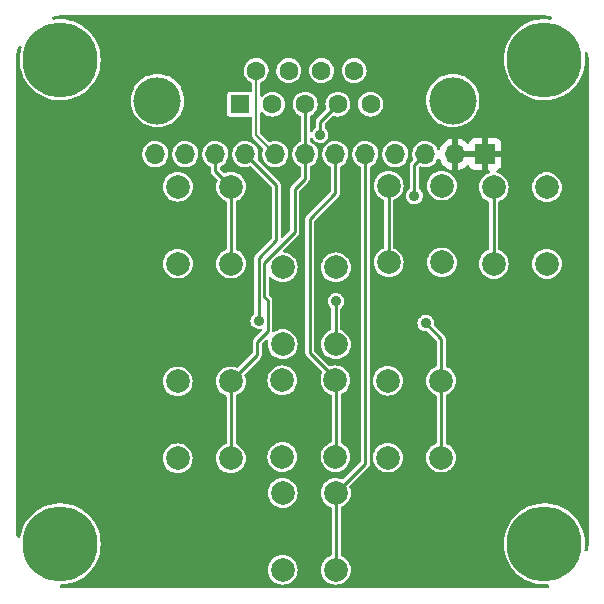
<source format=gtl>
G04 #@! TF.GenerationSoftware,KiCad,Pcbnew,(6.0.1)*
G04 #@! TF.CreationDate,2022-08-01T16:31:20-04:00*
G04 #@! TF.ProjectId,JoyPad,4a6f7950-6164-42e6-9b69-6361645f7063,X1*
G04 #@! TF.SameCoordinates,Original*
G04 #@! TF.FileFunction,Copper,L1,Top*
G04 #@! TF.FilePolarity,Positive*
%FSLAX46Y46*%
G04 Gerber Fmt 4.6, Leading zero omitted, Abs format (unit mm)*
G04 Created by KiCad (PCBNEW (6.0.1)) date 2022-08-01 16:31:20*
%MOMM*%
%LPD*%
G01*
G04 APERTURE LIST*
G04 #@! TA.AperFunction,ComponentPad*
%ADD10C,4.000000*%
G04 #@! TD*
G04 #@! TA.AperFunction,ComponentPad*
%ADD11R,1.600000X1.600000*%
G04 #@! TD*
G04 #@! TA.AperFunction,ComponentPad*
%ADD12C,1.600000*%
G04 #@! TD*
G04 #@! TA.AperFunction,ComponentPad*
%ADD13R,1.700000X1.700000*%
G04 #@! TD*
G04 #@! TA.AperFunction,ComponentPad*
%ADD14O,1.700000X1.700000*%
G04 #@! TD*
G04 #@! TA.AperFunction,ComponentPad*
%ADD15C,2.000000*%
G04 #@! TD*
G04 #@! TA.AperFunction,ComponentPad*
%ADD16C,6.350000*%
G04 #@! TD*
G04 #@! TA.AperFunction,ViaPad*
%ADD17C,0.889000*%
G04 #@! TD*
G04 #@! TA.AperFunction,Conductor*
%ADD18C,0.254000*%
G04 #@! TD*
G04 #@! TA.AperFunction,Conductor*
%ADD19C,0.203200*%
G04 #@! TD*
G04 APERTURE END LIST*
D10*
X12242400Y-7472400D03*
X37242400Y-7472400D03*
D11*
X19202400Y-7772400D03*
D12*
X21972400Y-7772400D03*
X24742400Y-7772400D03*
X27512400Y-7772400D03*
X30282400Y-7772400D03*
X20587400Y-4932400D03*
X23357400Y-4932400D03*
X26127400Y-4932400D03*
X28897400Y-4932400D03*
D13*
X40000000Y-12000000D03*
D14*
X37460000Y-12000000D03*
X34920000Y-12000000D03*
X32380000Y-12000000D03*
X29840000Y-12000000D03*
X27300000Y-12000000D03*
X24760000Y-12000000D03*
X22220000Y-12000000D03*
X19680000Y-12000000D03*
X17140000Y-12000000D03*
X14600000Y-12000000D03*
X12060000Y-12000000D03*
D15*
X45212000Y-14796000D03*
X45212000Y-21296000D03*
X40712000Y-21296000D03*
X40712000Y-14796000D03*
X13955200Y-37744400D03*
X13955200Y-31244400D03*
X18455200Y-31244400D03*
X18455200Y-37744400D03*
X22809200Y-37642800D03*
X22809200Y-31142800D03*
X27309200Y-31142800D03*
X27309200Y-37642800D03*
X31750000Y-37693600D03*
X31750000Y-31193600D03*
X36250000Y-31193600D03*
X36250000Y-37693600D03*
X22845200Y-40692000D03*
X22845200Y-47192000D03*
X27345200Y-47192000D03*
X27345200Y-40692000D03*
X22845200Y-21591200D03*
X22845200Y-28091200D03*
X27345200Y-21591200D03*
X27345200Y-28091200D03*
X36322000Y-14668000D03*
X36322000Y-21168000D03*
X31822000Y-21168000D03*
X31822000Y-14668000D03*
X13970000Y-21272000D03*
X13970000Y-14772000D03*
X18470000Y-21272000D03*
X18470000Y-14772000D03*
D16*
X4000000Y-4000000D03*
X45000000Y-4000000D03*
X4000000Y-45000000D03*
X45000000Y-45000000D03*
D17*
X20819646Y-26102846D03*
X34950400Y-26314400D03*
X27360000Y-24464400D03*
X22606000Y-24333200D03*
X22301200Y-43688000D03*
X31394400Y-34290000D03*
X22250400Y-34340800D03*
X13411200Y-34340800D03*
X45669200Y-18034000D03*
X13462000Y-17983200D03*
X36728400Y-18338800D03*
X34000000Y-15530000D03*
X26009600Y-10363200D03*
D18*
X20684200Y-27912598D02*
X21580599Y-27016199D01*
X20684200Y-29015400D02*
X20684200Y-27912598D01*
X21580599Y-27016199D02*
X21580599Y-24374599D01*
X18455200Y-31244400D02*
X20684200Y-29015400D01*
X21285200Y-24079200D02*
X21580599Y-24374599D01*
X21285200Y-21209000D02*
X21285200Y-24079200D01*
X23876000Y-18618200D02*
X21285200Y-21209000D01*
X23876000Y-14926180D02*
X23876000Y-18618200D01*
X24735090Y-14067090D02*
X23876000Y-14926180D01*
X24735090Y-12024910D02*
X24735090Y-14067090D01*
X20819646Y-26102846D02*
X20819646Y-20785554D01*
X36250000Y-27614000D02*
X34950400Y-26314400D01*
X36250000Y-31193600D02*
X36250000Y-27614000D01*
X27345200Y-24479200D02*
X27360000Y-24464400D01*
X27345200Y-28091200D02*
X27345200Y-24479200D01*
X29840000Y-38197200D02*
X29840000Y-12000000D01*
X27345200Y-40692000D02*
X29840000Y-38197200D01*
X27360000Y-47000000D02*
X27360000Y-40500000D01*
X18470000Y-31060000D02*
X18470000Y-37560000D01*
X34000000Y-15530000D02*
X34000000Y-12920000D01*
X24760000Y-12000000D02*
X24760000Y-7790000D01*
X26009600Y-9275200D02*
X27512400Y-7772400D01*
X26009600Y-10363200D02*
X26009600Y-9275200D01*
D19*
X20587400Y-10367400D02*
X22220000Y-12000000D01*
X20587400Y-4932400D02*
X20587400Y-10367400D01*
D18*
X25141010Y-28841010D02*
X27360000Y-31060000D01*
X27300000Y-15321200D02*
X25141010Y-17480190D01*
X25141010Y-17480190D02*
X25141010Y-28841010D01*
X27300000Y-12000000D02*
X27300000Y-15321200D01*
X22301200Y-19304000D02*
X22301200Y-14621200D01*
X20819646Y-20785554D02*
X22301200Y-19304000D01*
X22301200Y-14621200D02*
X19680000Y-12000000D01*
X34000000Y-12920000D02*
X34920000Y-12000000D01*
X40712000Y-21296000D02*
X40712000Y-14796000D01*
X27360000Y-37560000D02*
X27360000Y-31060000D01*
X31822000Y-21168000D02*
X31822000Y-14668000D01*
X36250000Y-37560000D02*
X36250000Y-31060000D01*
X17140000Y-13442000D02*
X18470000Y-14772000D01*
X17140000Y-12000000D02*
X17140000Y-13442000D01*
X18470000Y-21272000D02*
X18470000Y-14772000D01*
G04 #@! TA.AperFunction,Conductor*
G36*
X44987153Y-256421D02*
G01*
X45000000Y-258976D01*
X45012170Y-256556D01*
X45024581Y-256556D01*
X45024581Y-256560D01*
X45035584Y-255749D01*
X45246485Y-266109D01*
X45360994Y-271735D01*
X45373290Y-272945D01*
X45463219Y-286285D01*
X45527668Y-316066D01*
X45533826Y-321826D01*
X45602468Y-390468D01*
X45636494Y-452780D01*
X45631429Y-523595D01*
X45588882Y-580431D01*
X45522362Y-605242D01*
X45499547Y-604802D01*
X45195103Y-571191D01*
X45195096Y-571191D01*
X45191721Y-570818D01*
X45188322Y-570812D01*
X45188321Y-570812D01*
X45012647Y-570506D01*
X44820250Y-570170D01*
X44682085Y-584936D01*
X44454266Y-609282D01*
X44454260Y-609283D01*
X44450882Y-609644D01*
X44087938Y-688779D01*
X43735663Y-806648D01*
X43398178Y-961874D01*
X43079431Y-1152640D01*
X42783152Y-1376714D01*
X42512805Y-1631476D01*
X42510593Y-1634066D01*
X42510592Y-1634067D01*
X42273778Y-1911341D01*
X42271554Y-1913945D01*
X42062220Y-2220817D01*
X41887252Y-2548502D01*
X41885977Y-2551674D01*
X41885975Y-2551678D01*
X41754760Y-2878088D01*
X41748698Y-2893167D01*
X41690396Y-3100584D01*
X41657534Y-3217495D01*
X41648178Y-3250779D01*
X41586867Y-3617156D01*
X41565484Y-3988011D01*
X41565656Y-3991406D01*
X41565656Y-3991407D01*
X41583620Y-4346025D01*
X41584278Y-4359007D01*
X41584815Y-4362362D01*
X41584816Y-4362368D01*
X41590004Y-4394756D01*
X41643029Y-4725803D01*
X41741050Y-5084108D01*
X41877195Y-5429732D01*
X41878778Y-5432747D01*
X42016499Y-5695067D01*
X42049870Y-5758630D01*
X42051771Y-5761459D01*
X42051777Y-5761469D01*
X42190080Y-5967284D01*
X42257057Y-6066956D01*
X42496330Y-6351102D01*
X42498790Y-6353453D01*
X42498793Y-6353456D01*
X42762429Y-6605392D01*
X42762436Y-6605398D01*
X42764892Y-6607745D01*
X43059600Y-6833883D01*
X43062518Y-6835657D01*
X43374092Y-7025097D01*
X43374097Y-7025100D01*
X43377007Y-7026869D01*
X43380095Y-7028315D01*
X43380094Y-7028315D01*
X43710316Y-7183003D01*
X43710326Y-7183007D01*
X43713400Y-7184447D01*
X43716618Y-7185549D01*
X43716621Y-7185550D01*
X44061620Y-7303670D01*
X44061628Y-7303672D01*
X44064843Y-7304773D01*
X44427227Y-7386440D01*
X44478238Y-7392252D01*
X44792927Y-7428107D01*
X44792935Y-7428107D01*
X44796310Y-7428492D01*
X44799714Y-7428510D01*
X44799717Y-7428510D01*
X45001764Y-7429568D01*
X45167776Y-7430437D01*
X45171162Y-7430087D01*
X45171164Y-7430087D01*
X45533888Y-7392603D01*
X45533896Y-7392602D01*
X45537280Y-7392252D01*
X45540613Y-7391537D01*
X45540616Y-7391537D01*
X45736337Y-7349578D01*
X45900498Y-7314385D01*
X46253183Y-7197746D01*
X46256267Y-7196340D01*
X46256276Y-7196337D01*
X46588100Y-7045115D01*
X46588101Y-7045115D01*
X46591207Y-7043699D01*
X46848352Y-6891018D01*
X46907673Y-6855796D01*
X46907678Y-6855793D01*
X46910618Y-6854047D01*
X46984571Y-6798522D01*
X47204945Y-6633060D01*
X47207678Y-6631008D01*
X47478912Y-6377191D01*
X47721148Y-6095566D01*
X47856231Y-5899020D01*
X47929622Y-5792236D01*
X47929627Y-5792228D01*
X47931552Y-5789427D01*
X47933164Y-5786433D01*
X47933169Y-5786425D01*
X48106040Y-5465367D01*
X48107662Y-5462355D01*
X48247419Y-5118176D01*
X48349187Y-4760917D01*
X48411776Y-4394756D01*
X48413963Y-4359007D01*
X48432884Y-4049623D01*
X48434453Y-4023977D01*
X48434537Y-4000000D01*
X48414448Y-3629072D01*
X48399335Y-3536781D01*
X48394136Y-3505032D01*
X48402867Y-3434574D01*
X48448304Y-3380021D01*
X48516021Y-3358694D01*
X48584520Y-3377363D01*
X48607575Y-3395575D01*
X48678174Y-3466174D01*
X48712200Y-3528486D01*
X48713714Y-3536777D01*
X48725638Y-3617156D01*
X48727054Y-3626705D01*
X48728266Y-3639011D01*
X48744251Y-3964416D01*
X48743440Y-3975419D01*
X48743444Y-3975419D01*
X48743444Y-3987830D01*
X48741024Y-4000000D01*
X48743579Y-4012844D01*
X48746000Y-4037425D01*
X48746000Y-44962575D01*
X48743579Y-44987153D01*
X48741024Y-45000000D01*
X48743444Y-45012170D01*
X48743444Y-45024581D01*
X48743440Y-45024581D01*
X48744251Y-45035584D01*
X48728266Y-45360989D01*
X48727055Y-45373288D01*
X48723374Y-45398103D01*
X48713642Y-45463708D01*
X48683861Y-45528156D01*
X48675182Y-45537141D01*
X48606081Y-45601923D01*
X48542705Y-45633921D01*
X48472089Y-45626576D01*
X48416655Y-45582218D01*
X48394002Y-45514933D01*
X48395706Y-45488772D01*
X48411203Y-45398107D01*
X48411776Y-45394756D01*
X48413842Y-45360989D01*
X48434343Y-45025774D01*
X48434453Y-45023977D01*
X48434537Y-45000000D01*
X48414448Y-44629072D01*
X48354417Y-44262484D01*
X48255146Y-43904522D01*
X48253888Y-43901360D01*
X48253885Y-43901352D01*
X48119054Y-43562540D01*
X48117795Y-43559376D01*
X47943973Y-43231083D01*
X47735711Y-42923482D01*
X47495448Y-42640173D01*
X47225992Y-42384469D01*
X46930496Y-42159361D01*
X46927584Y-42157604D01*
X46927579Y-42157601D01*
X46615332Y-41969242D01*
X46615326Y-41969239D01*
X46612417Y-41967484D01*
X46275477Y-41811081D01*
X46099546Y-41751532D01*
X45926842Y-41693075D01*
X45926837Y-41693074D01*
X45923615Y-41691983D01*
X45920293Y-41691247D01*
X45920284Y-41691244D01*
X45564279Y-41612319D01*
X45564275Y-41612318D01*
X45560949Y-41611581D01*
X45409770Y-41594891D01*
X45195103Y-41571191D01*
X45195096Y-41571191D01*
X45191721Y-41570818D01*
X45188322Y-41570812D01*
X45188321Y-41570812D01*
X45012647Y-41570506D01*
X44820250Y-41570170D01*
X44682085Y-41584936D01*
X44454266Y-41609282D01*
X44454260Y-41609283D01*
X44450882Y-41609644D01*
X44087938Y-41688779D01*
X43735663Y-41806648D01*
X43398178Y-41961874D01*
X43395244Y-41963630D01*
X43395242Y-41963631D01*
X43301532Y-42019716D01*
X43079431Y-42152640D01*
X42783152Y-42376714D01*
X42512805Y-42631476D01*
X42271554Y-42913945D01*
X42062220Y-43220817D01*
X41887252Y-43548502D01*
X41885977Y-43551674D01*
X41885975Y-43551678D01*
X41882881Y-43559376D01*
X41748698Y-43893167D01*
X41744581Y-43907815D01*
X41659288Y-44211255D01*
X41648178Y-44250779D01*
X41647616Y-44254136D01*
X41647616Y-44254137D01*
X41643939Y-44276113D01*
X41586867Y-44617156D01*
X41565484Y-44988011D01*
X41584278Y-45359007D01*
X41584815Y-45362362D01*
X41584816Y-45362368D01*
X41601048Y-45463708D01*
X41643029Y-45725803D01*
X41741050Y-46084108D01*
X41877195Y-46429732D01*
X42049870Y-46758630D01*
X42051771Y-46761459D01*
X42051777Y-46761469D01*
X42190572Y-46968016D01*
X42257057Y-47066956D01*
X42496330Y-47351102D01*
X42498790Y-47353453D01*
X42498793Y-47353456D01*
X42762429Y-47605392D01*
X42762436Y-47605398D01*
X42764892Y-47607745D01*
X43059600Y-47833883D01*
X43062518Y-47835657D01*
X43374092Y-48025097D01*
X43374097Y-48025100D01*
X43377007Y-48026869D01*
X43380095Y-48028315D01*
X43380094Y-48028315D01*
X43710316Y-48183003D01*
X43710326Y-48183007D01*
X43713400Y-48184447D01*
X43716618Y-48185549D01*
X43716621Y-48185550D01*
X44061620Y-48303670D01*
X44061628Y-48303672D01*
X44064843Y-48304773D01*
X44427227Y-48386440D01*
X44478238Y-48392252D01*
X44792927Y-48428107D01*
X44792935Y-48428107D01*
X44796310Y-48428492D01*
X44799714Y-48428510D01*
X44799717Y-48428510D01*
X45001764Y-48429568D01*
X45167776Y-48430437D01*
X45171162Y-48430087D01*
X45171164Y-48430087D01*
X45269327Y-48419943D01*
X45339143Y-48432837D01*
X45390905Y-48481430D01*
X45408179Y-48550293D01*
X45385480Y-48617563D01*
X45368455Y-48637198D01*
X45300122Y-48701260D01*
X45236746Y-48733258D01*
X45220134Y-48735185D01*
X45139048Y-48739169D01*
X45035584Y-48744251D01*
X45024581Y-48743440D01*
X45024581Y-48743444D01*
X45012170Y-48743444D01*
X45000000Y-48741024D01*
X44987153Y-48743579D01*
X44962575Y-48746000D01*
X4141667Y-48746000D01*
X4073546Y-48725998D01*
X4045664Y-48701605D01*
X3991277Y-48637620D01*
X3962400Y-48572762D01*
X3973171Y-48502587D01*
X4020172Y-48449376D01*
X4087942Y-48430019D01*
X4094269Y-48430052D01*
X4167776Y-48430437D01*
X4171162Y-48430087D01*
X4171164Y-48430087D01*
X4533888Y-48392603D01*
X4533896Y-48392602D01*
X4537280Y-48392252D01*
X4540613Y-48391537D01*
X4540616Y-48391537D01*
X4719579Y-48353171D01*
X4900498Y-48314385D01*
X5253183Y-48197746D01*
X5256267Y-48196340D01*
X5256276Y-48196337D01*
X5588100Y-48045115D01*
X5588101Y-48045115D01*
X5591207Y-48043699D01*
X5689906Y-47985096D01*
X5907673Y-47855796D01*
X5907678Y-47855793D01*
X5910618Y-47854047D01*
X6207678Y-47631008D01*
X6478912Y-47377191D01*
X6638202Y-47192000D01*
X21585908Y-47192000D01*
X21605039Y-47410674D01*
X21661853Y-47622703D01*
X21705304Y-47715884D01*
X21752295Y-47816659D01*
X21752298Y-47816664D01*
X21754621Y-47821646D01*
X21757777Y-47826153D01*
X21757778Y-47826155D01*
X21787753Y-47868963D01*
X21880526Y-48001457D01*
X22035743Y-48156674D01*
X22040251Y-48159831D01*
X22040254Y-48159833D01*
X22095922Y-48198812D01*
X22215554Y-48282579D01*
X22220536Y-48284902D01*
X22220541Y-48284905D01*
X22321316Y-48331896D01*
X22414497Y-48375347D01*
X22626526Y-48432161D01*
X22845200Y-48451292D01*
X23063874Y-48432161D01*
X23275903Y-48375347D01*
X23369084Y-48331896D01*
X23469859Y-48284905D01*
X23469864Y-48284902D01*
X23474846Y-48282579D01*
X23594478Y-48198812D01*
X23650146Y-48159833D01*
X23650149Y-48159831D01*
X23654657Y-48156674D01*
X23809874Y-48001457D01*
X23902648Y-47868963D01*
X23932622Y-47826155D01*
X23932623Y-47826153D01*
X23935779Y-47821646D01*
X23938102Y-47816664D01*
X23938105Y-47816659D01*
X23985096Y-47715884D01*
X24028547Y-47622703D01*
X24085361Y-47410674D01*
X24104492Y-47192000D01*
X26085908Y-47192000D01*
X26105039Y-47410674D01*
X26161853Y-47622703D01*
X26205304Y-47715884D01*
X26252295Y-47816659D01*
X26252298Y-47816664D01*
X26254621Y-47821646D01*
X26257777Y-47826153D01*
X26257778Y-47826155D01*
X26287753Y-47868963D01*
X26380526Y-48001457D01*
X26535743Y-48156674D01*
X26540251Y-48159831D01*
X26540254Y-48159833D01*
X26595922Y-48198812D01*
X26715554Y-48282579D01*
X26720536Y-48284902D01*
X26720541Y-48284905D01*
X26821316Y-48331896D01*
X26914497Y-48375347D01*
X27126526Y-48432161D01*
X27345200Y-48451292D01*
X27563874Y-48432161D01*
X27775903Y-48375347D01*
X27869084Y-48331896D01*
X27969859Y-48284905D01*
X27969864Y-48284902D01*
X27974846Y-48282579D01*
X28094478Y-48198812D01*
X28150146Y-48159833D01*
X28150149Y-48159831D01*
X28154657Y-48156674D01*
X28309874Y-48001457D01*
X28402648Y-47868963D01*
X28432622Y-47826155D01*
X28432623Y-47826153D01*
X28435779Y-47821646D01*
X28438102Y-47816664D01*
X28438105Y-47816659D01*
X28485096Y-47715884D01*
X28528547Y-47622703D01*
X28585361Y-47410674D01*
X28604492Y-47192000D01*
X28585361Y-46973326D01*
X28528547Y-46761297D01*
X28485096Y-46668116D01*
X28438105Y-46567341D01*
X28438102Y-46567336D01*
X28435779Y-46562354D01*
X28345577Y-46433532D01*
X28313033Y-46387054D01*
X28313031Y-46387051D01*
X28309874Y-46382543D01*
X28154657Y-46227326D01*
X28150149Y-46224169D01*
X28150146Y-46224167D01*
X27979355Y-46104578D01*
X27979353Y-46104577D01*
X27974846Y-46101421D01*
X27969864Y-46099098D01*
X27969859Y-46099095D01*
X27814250Y-46026534D01*
X27760965Y-45979617D01*
X27741500Y-45912339D01*
X27741500Y-41971661D01*
X27761502Y-41903540D01*
X27814250Y-41857466D01*
X27969859Y-41784905D01*
X27969864Y-41784902D01*
X27974846Y-41782579D01*
X28105286Y-41691244D01*
X28150146Y-41659833D01*
X28150149Y-41659831D01*
X28154657Y-41656674D01*
X28309874Y-41501457D01*
X28435779Y-41321646D01*
X28438102Y-41316664D01*
X28438105Y-41316659D01*
X28526222Y-41127688D01*
X28528547Y-41122703D01*
X28585361Y-40910674D01*
X28604492Y-40692000D01*
X28585361Y-40473326D01*
X28528547Y-40261297D01*
X28526224Y-40256316D01*
X28526221Y-40256307D01*
X28498057Y-40195909D01*
X28487396Y-40125718D01*
X28516376Y-40060905D01*
X28523157Y-40053565D01*
X30071479Y-38505244D01*
X30090495Y-38489885D01*
X30091556Y-38488919D01*
X30100304Y-38483271D01*
X30121229Y-38456728D01*
X30125206Y-38452253D01*
X30125135Y-38452192D01*
X30128488Y-38448235D01*
X30132171Y-38444552D01*
X30143455Y-38428761D01*
X30147018Y-38424015D01*
X30172488Y-38391707D01*
X30172489Y-38391706D01*
X30178934Y-38383530D01*
X30181985Y-38374843D01*
X30187334Y-38367357D01*
X30202099Y-38317986D01*
X30203933Y-38312341D01*
X30216360Y-38276955D01*
X30221016Y-38263698D01*
X30221500Y-38258109D01*
X30221500Y-38255398D01*
X30221615Y-38252731D01*
X30221634Y-38252668D01*
X30221808Y-38252675D01*
X30221855Y-38251929D01*
X30223725Y-38245676D01*
X30221597Y-38191522D01*
X30221500Y-38186575D01*
X30221500Y-37693600D01*
X30490708Y-37693600D01*
X30509839Y-37912274D01*
X30566653Y-38124303D01*
X30568978Y-38129288D01*
X30657095Y-38318259D01*
X30657098Y-38318264D01*
X30659421Y-38323246D01*
X30662577Y-38327753D01*
X30662578Y-38327755D01*
X30771472Y-38483271D01*
X30785326Y-38503057D01*
X30940543Y-38658274D01*
X30945051Y-38661431D01*
X30945054Y-38661433D01*
X31017604Y-38712233D01*
X31120354Y-38784179D01*
X31125336Y-38786502D01*
X31125341Y-38786505D01*
X31205369Y-38823822D01*
X31319297Y-38876947D01*
X31531326Y-38933761D01*
X31750000Y-38952892D01*
X31968674Y-38933761D01*
X32180703Y-38876947D01*
X32294631Y-38823822D01*
X32374659Y-38786505D01*
X32374664Y-38786502D01*
X32379646Y-38784179D01*
X32482396Y-38712233D01*
X32554946Y-38661433D01*
X32554949Y-38661431D01*
X32559457Y-38658274D01*
X32714674Y-38503057D01*
X32728529Y-38483271D01*
X32837422Y-38327755D01*
X32837423Y-38327753D01*
X32840579Y-38323246D01*
X32842902Y-38318264D01*
X32842905Y-38318259D01*
X32931022Y-38129288D01*
X32933347Y-38124303D01*
X32990161Y-37912274D01*
X33009292Y-37693600D01*
X32990161Y-37474926D01*
X32933347Y-37262897D01*
X32866593Y-37119741D01*
X32842905Y-37068941D01*
X32842902Y-37068936D01*
X32840579Y-37063954D01*
X32837422Y-37059445D01*
X32717833Y-36888654D01*
X32717831Y-36888651D01*
X32714674Y-36884143D01*
X32559457Y-36728926D01*
X32554949Y-36725769D01*
X32554946Y-36725767D01*
X32384155Y-36606178D01*
X32384153Y-36606177D01*
X32379646Y-36603021D01*
X32374664Y-36600698D01*
X32374659Y-36600695D01*
X32270704Y-36552221D01*
X32180703Y-36510253D01*
X31968674Y-36453439D01*
X31750000Y-36434308D01*
X31531326Y-36453439D01*
X31319297Y-36510253D01*
X31229296Y-36552221D01*
X31125341Y-36600695D01*
X31125336Y-36600698D01*
X31120354Y-36603021D01*
X31115847Y-36606177D01*
X31115845Y-36606178D01*
X30945054Y-36725767D01*
X30945051Y-36725769D01*
X30940543Y-36728926D01*
X30785326Y-36884143D01*
X30782169Y-36888651D01*
X30782167Y-36888654D01*
X30662578Y-37059445D01*
X30659421Y-37063954D01*
X30657098Y-37068936D01*
X30657095Y-37068941D01*
X30633407Y-37119741D01*
X30566653Y-37262897D01*
X30509839Y-37474926D01*
X30490708Y-37693600D01*
X30221500Y-37693600D01*
X30221500Y-31193600D01*
X30490708Y-31193600D01*
X30509839Y-31412274D01*
X30566653Y-31624303D01*
X30568978Y-31629288D01*
X30657095Y-31818259D01*
X30657098Y-31818264D01*
X30659421Y-31823246D01*
X30662577Y-31827753D01*
X30662578Y-31827755D01*
X30698149Y-31878555D01*
X30785326Y-32003057D01*
X30940543Y-32158274D01*
X30945051Y-32161431D01*
X30945054Y-32161433D01*
X31047804Y-32233379D01*
X31120354Y-32284179D01*
X31125336Y-32286502D01*
X31125341Y-32286505D01*
X31217445Y-32329453D01*
X31319297Y-32376947D01*
X31531326Y-32433761D01*
X31750000Y-32452892D01*
X31968674Y-32433761D01*
X32180703Y-32376947D01*
X32282555Y-32329453D01*
X32374659Y-32286505D01*
X32374664Y-32286502D01*
X32379646Y-32284179D01*
X32452196Y-32233379D01*
X32554946Y-32161433D01*
X32554949Y-32161431D01*
X32559457Y-32158274D01*
X32714674Y-32003057D01*
X32801852Y-31878555D01*
X32837422Y-31827755D01*
X32837423Y-31827753D01*
X32840579Y-31823246D01*
X32842902Y-31818264D01*
X32842905Y-31818259D01*
X32931022Y-31629288D01*
X32933347Y-31624303D01*
X32990161Y-31412274D01*
X33009292Y-31193600D01*
X32990161Y-30974926D01*
X32933347Y-30762897D01*
X32866593Y-30619741D01*
X32842905Y-30568941D01*
X32842902Y-30568936D01*
X32840579Y-30563954D01*
X32837422Y-30559445D01*
X32717833Y-30388654D01*
X32717831Y-30388651D01*
X32714674Y-30384143D01*
X32559457Y-30228926D01*
X32554949Y-30225769D01*
X32554946Y-30225767D01*
X32384155Y-30106178D01*
X32384153Y-30106177D01*
X32379646Y-30103021D01*
X32374664Y-30100698D01*
X32374659Y-30100695D01*
X32265716Y-30049895D01*
X32180703Y-30010253D01*
X31968674Y-29953439D01*
X31750000Y-29934308D01*
X31531326Y-29953439D01*
X31319297Y-30010253D01*
X31234284Y-30049895D01*
X31125341Y-30100695D01*
X31125336Y-30100698D01*
X31120354Y-30103021D01*
X31115847Y-30106177D01*
X31115845Y-30106178D01*
X30945054Y-30225767D01*
X30945051Y-30225769D01*
X30940543Y-30228926D01*
X30785326Y-30384143D01*
X30782169Y-30388651D01*
X30782167Y-30388654D01*
X30662578Y-30559445D01*
X30659421Y-30563954D01*
X30657098Y-30568936D01*
X30657095Y-30568941D01*
X30633407Y-30619741D01*
X30566653Y-30762897D01*
X30509839Y-30974926D01*
X30490708Y-31193600D01*
X30221500Y-31193600D01*
X30221500Y-26307026D01*
X34246305Y-26307026D01*
X34264870Y-26475190D01*
X34323012Y-26634070D01*
X34327248Y-26640373D01*
X34327248Y-26640374D01*
X34413140Y-26768196D01*
X34413143Y-26768199D01*
X34417374Y-26774496D01*
X34542508Y-26888359D01*
X34691191Y-26969087D01*
X34854838Y-27012019D01*
X34942447Y-27013396D01*
X35016404Y-27014558D01*
X35016407Y-27014558D01*
X35024002Y-27014677D01*
X35031406Y-27012981D01*
X35038963Y-27012187D01*
X35039231Y-27014740D01*
X35097828Y-27018281D01*
X35144199Y-27047721D01*
X35488079Y-27391602D01*
X35831596Y-27735119D01*
X35865621Y-27797431D01*
X35868500Y-27824214D01*
X35868500Y-29907038D01*
X35848498Y-29975159D01*
X35795750Y-30021233D01*
X35625341Y-30100695D01*
X35625336Y-30100698D01*
X35620354Y-30103021D01*
X35615847Y-30106177D01*
X35615845Y-30106178D01*
X35445054Y-30225767D01*
X35445051Y-30225769D01*
X35440543Y-30228926D01*
X35285326Y-30384143D01*
X35282169Y-30388651D01*
X35282167Y-30388654D01*
X35162578Y-30559445D01*
X35159421Y-30563954D01*
X35157098Y-30568936D01*
X35157095Y-30568941D01*
X35133407Y-30619741D01*
X35066653Y-30762897D01*
X35009839Y-30974926D01*
X34990708Y-31193600D01*
X35009839Y-31412274D01*
X35066653Y-31624303D01*
X35068978Y-31629288D01*
X35157095Y-31818259D01*
X35157098Y-31818264D01*
X35159421Y-31823246D01*
X35162577Y-31827753D01*
X35162578Y-31827755D01*
X35198149Y-31878555D01*
X35285326Y-32003057D01*
X35440543Y-32158274D01*
X35445051Y-32161431D01*
X35445054Y-32161433D01*
X35547804Y-32233379D01*
X35620354Y-32284179D01*
X35625336Y-32286502D01*
X35625341Y-32286505D01*
X35795750Y-32365967D01*
X35849035Y-32412884D01*
X35868500Y-32480162D01*
X35868500Y-36407038D01*
X35848498Y-36475159D01*
X35795750Y-36521233D01*
X35625341Y-36600695D01*
X35625336Y-36600698D01*
X35620354Y-36603021D01*
X35615847Y-36606177D01*
X35615845Y-36606178D01*
X35445054Y-36725767D01*
X35445051Y-36725769D01*
X35440543Y-36728926D01*
X35285326Y-36884143D01*
X35282169Y-36888651D01*
X35282167Y-36888654D01*
X35162578Y-37059445D01*
X35159421Y-37063954D01*
X35157098Y-37068936D01*
X35157095Y-37068941D01*
X35133407Y-37119741D01*
X35066653Y-37262897D01*
X35009839Y-37474926D01*
X34990708Y-37693600D01*
X35009839Y-37912274D01*
X35066653Y-38124303D01*
X35068978Y-38129288D01*
X35157095Y-38318259D01*
X35157098Y-38318264D01*
X35159421Y-38323246D01*
X35162577Y-38327753D01*
X35162578Y-38327755D01*
X35271472Y-38483271D01*
X35285326Y-38503057D01*
X35440543Y-38658274D01*
X35445051Y-38661431D01*
X35445054Y-38661433D01*
X35517604Y-38712233D01*
X35620354Y-38784179D01*
X35625336Y-38786502D01*
X35625341Y-38786505D01*
X35705369Y-38823822D01*
X35819297Y-38876947D01*
X36031326Y-38933761D01*
X36250000Y-38952892D01*
X36468674Y-38933761D01*
X36680703Y-38876947D01*
X36794631Y-38823822D01*
X36874659Y-38786505D01*
X36874664Y-38786502D01*
X36879646Y-38784179D01*
X36982396Y-38712233D01*
X37054946Y-38661433D01*
X37054949Y-38661431D01*
X37059457Y-38658274D01*
X37214674Y-38503057D01*
X37228529Y-38483271D01*
X37337422Y-38327755D01*
X37337423Y-38327753D01*
X37340579Y-38323246D01*
X37342902Y-38318264D01*
X37342905Y-38318259D01*
X37431022Y-38129288D01*
X37433347Y-38124303D01*
X37490161Y-37912274D01*
X37509292Y-37693600D01*
X37490161Y-37474926D01*
X37433347Y-37262897D01*
X37366593Y-37119741D01*
X37342905Y-37068941D01*
X37342902Y-37068936D01*
X37340579Y-37063954D01*
X37337422Y-37059445D01*
X37217833Y-36888654D01*
X37217831Y-36888651D01*
X37214674Y-36884143D01*
X37059457Y-36728926D01*
X37054949Y-36725769D01*
X37054946Y-36725767D01*
X36884155Y-36606178D01*
X36884153Y-36606177D01*
X36879646Y-36603021D01*
X36874664Y-36600698D01*
X36874659Y-36600695D01*
X36704250Y-36521233D01*
X36650965Y-36474316D01*
X36631500Y-36407038D01*
X36631500Y-32480162D01*
X36651502Y-32412041D01*
X36704250Y-32365967D01*
X36874659Y-32286505D01*
X36874664Y-32286502D01*
X36879646Y-32284179D01*
X36952196Y-32233379D01*
X37054946Y-32161433D01*
X37054949Y-32161431D01*
X37059457Y-32158274D01*
X37214674Y-32003057D01*
X37301852Y-31878555D01*
X37337422Y-31827755D01*
X37337423Y-31827753D01*
X37340579Y-31823246D01*
X37342902Y-31818264D01*
X37342905Y-31818259D01*
X37431022Y-31629288D01*
X37433347Y-31624303D01*
X37490161Y-31412274D01*
X37509292Y-31193600D01*
X37490161Y-30974926D01*
X37433347Y-30762897D01*
X37366593Y-30619741D01*
X37342905Y-30568941D01*
X37342902Y-30568936D01*
X37340579Y-30563954D01*
X37337422Y-30559445D01*
X37217833Y-30388654D01*
X37217831Y-30388651D01*
X37214674Y-30384143D01*
X37059457Y-30228926D01*
X37054949Y-30225769D01*
X37054946Y-30225767D01*
X36884155Y-30106178D01*
X36884153Y-30106177D01*
X36879646Y-30103021D01*
X36874664Y-30100698D01*
X36874659Y-30100695D01*
X36704250Y-30021233D01*
X36650965Y-29974316D01*
X36631500Y-29907038D01*
X36631500Y-27668140D01*
X36634087Y-27643824D01*
X36634154Y-27642401D01*
X36636346Y-27632220D01*
X36632373Y-27598652D01*
X36632021Y-27592678D01*
X36631928Y-27592686D01*
X36631500Y-27587508D01*
X36631500Y-27582308D01*
X36630646Y-27577176D01*
X36628314Y-27563165D01*
X36627477Y-27557286D01*
X36622642Y-27516433D01*
X36622642Y-27516432D01*
X36621418Y-27506093D01*
X36617433Y-27497794D01*
X36615922Y-27488717D01*
X36591442Y-27443349D01*
X36588761Y-27438086D01*
X36569873Y-27398750D01*
X36569870Y-27398746D01*
X36566440Y-27391602D01*
X36562830Y-27387308D01*
X36560898Y-27385376D01*
X36559111Y-27383427D01*
X36559082Y-27383374D01*
X36559212Y-27383255D01*
X36558711Y-27382687D01*
X36555612Y-27376943D01*
X36515805Y-27340146D01*
X36512238Y-27336716D01*
X35680245Y-26504722D01*
X35646220Y-26442410D01*
X35644598Y-26397872D01*
X35654380Y-26329146D01*
X35654534Y-26314400D01*
X35652731Y-26299495D01*
X35635121Y-26153980D01*
X35634209Y-26146440D01*
X35574406Y-25988178D01*
X35564731Y-25974101D01*
X35482881Y-25855007D01*
X35482879Y-25855005D01*
X35478579Y-25848748D01*
X35472908Y-25843695D01*
X35357931Y-25741254D01*
X35357928Y-25741252D01*
X35352259Y-25736201D01*
X35202739Y-25657034D01*
X35192364Y-25654428D01*
X35046022Y-25617669D01*
X35046018Y-25617669D01*
X35038651Y-25615818D01*
X35031052Y-25615778D01*
X35031050Y-25615778D01*
X34960708Y-25615410D01*
X34869469Y-25614932D01*
X34862088Y-25616704D01*
X34712338Y-25652656D01*
X34712335Y-25652657D01*
X34704959Y-25654428D01*
X34554618Y-25732024D01*
X34548897Y-25737014D01*
X34548895Y-25737016D01*
X34510962Y-25770107D01*
X34427126Y-25843242D01*
X34412517Y-25864028D01*
X34367744Y-25927735D01*
X34329844Y-25981661D01*
X34268388Y-26139289D01*
X34246305Y-26307026D01*
X30221500Y-26307026D01*
X30221500Y-21168000D01*
X30562708Y-21168000D01*
X30581839Y-21386674D01*
X30638653Y-21598703D01*
X30640978Y-21603688D01*
X30729095Y-21792659D01*
X30729098Y-21792664D01*
X30731421Y-21797646D01*
X30734577Y-21802153D01*
X30734578Y-21802155D01*
X30824205Y-21930155D01*
X30857326Y-21977457D01*
X31012543Y-22132674D01*
X31017051Y-22135831D01*
X31017054Y-22135833D01*
X31144905Y-22225355D01*
X31192354Y-22258579D01*
X31197336Y-22260902D01*
X31197341Y-22260905D01*
X31298116Y-22307896D01*
X31391297Y-22351347D01*
X31603326Y-22408161D01*
X31822000Y-22427292D01*
X32040674Y-22408161D01*
X32252703Y-22351347D01*
X32345884Y-22307896D01*
X32446659Y-22260905D01*
X32446664Y-22260902D01*
X32451646Y-22258579D01*
X32499095Y-22225355D01*
X32626946Y-22135833D01*
X32626949Y-22135831D01*
X32631457Y-22132674D01*
X32786674Y-21977457D01*
X32819796Y-21930155D01*
X32909422Y-21802155D01*
X32909423Y-21802153D01*
X32912579Y-21797646D01*
X32914902Y-21792664D01*
X32914905Y-21792659D01*
X33003022Y-21603688D01*
X33005347Y-21598703D01*
X33062161Y-21386674D01*
X33081292Y-21168000D01*
X35062708Y-21168000D01*
X35081839Y-21386674D01*
X35138653Y-21598703D01*
X35140978Y-21603688D01*
X35229095Y-21792659D01*
X35229098Y-21792664D01*
X35231421Y-21797646D01*
X35234577Y-21802153D01*
X35234578Y-21802155D01*
X35324205Y-21930155D01*
X35357326Y-21977457D01*
X35512543Y-22132674D01*
X35517051Y-22135831D01*
X35517054Y-22135833D01*
X35644905Y-22225355D01*
X35692354Y-22258579D01*
X35697336Y-22260902D01*
X35697341Y-22260905D01*
X35798116Y-22307896D01*
X35891297Y-22351347D01*
X36103326Y-22408161D01*
X36322000Y-22427292D01*
X36540674Y-22408161D01*
X36752703Y-22351347D01*
X36845884Y-22307896D01*
X36946659Y-22260905D01*
X36946664Y-22260902D01*
X36951646Y-22258579D01*
X36999095Y-22225355D01*
X37126946Y-22135833D01*
X37126949Y-22135831D01*
X37131457Y-22132674D01*
X37286674Y-21977457D01*
X37319796Y-21930155D01*
X37409422Y-21802155D01*
X37409423Y-21802153D01*
X37412579Y-21797646D01*
X37414902Y-21792664D01*
X37414905Y-21792659D01*
X37503022Y-21603688D01*
X37505347Y-21598703D01*
X37562161Y-21386674D01*
X37570094Y-21296000D01*
X39452708Y-21296000D01*
X39471839Y-21514674D01*
X39528653Y-21726703D01*
X39530978Y-21731688D01*
X39619095Y-21920659D01*
X39619098Y-21920664D01*
X39621421Y-21925646D01*
X39624577Y-21930153D01*
X39624578Y-21930155D01*
X39733250Y-22085354D01*
X39747326Y-22105457D01*
X39902543Y-22260674D01*
X39907051Y-22263831D01*
X39907054Y-22263833D01*
X40048078Y-22362579D01*
X40082354Y-22386579D01*
X40087336Y-22388902D01*
X40087341Y-22388905D01*
X40169664Y-22427292D01*
X40281297Y-22479347D01*
X40493326Y-22536161D01*
X40712000Y-22555292D01*
X40930674Y-22536161D01*
X41142703Y-22479347D01*
X41254336Y-22427292D01*
X41336659Y-22388905D01*
X41336664Y-22388902D01*
X41341646Y-22386579D01*
X41375922Y-22362579D01*
X41516946Y-22263833D01*
X41516949Y-22263831D01*
X41521457Y-22260674D01*
X41676674Y-22105457D01*
X41690751Y-22085354D01*
X41799422Y-21930155D01*
X41799423Y-21930153D01*
X41802579Y-21925646D01*
X41804902Y-21920664D01*
X41804905Y-21920659D01*
X41893022Y-21731688D01*
X41895347Y-21726703D01*
X41952161Y-21514674D01*
X41971292Y-21296000D01*
X43952708Y-21296000D01*
X43971839Y-21514674D01*
X44028653Y-21726703D01*
X44030978Y-21731688D01*
X44119095Y-21920659D01*
X44119098Y-21920664D01*
X44121421Y-21925646D01*
X44124577Y-21930153D01*
X44124578Y-21930155D01*
X44233250Y-22085354D01*
X44247326Y-22105457D01*
X44402543Y-22260674D01*
X44407051Y-22263831D01*
X44407054Y-22263833D01*
X44548078Y-22362579D01*
X44582354Y-22386579D01*
X44587336Y-22388902D01*
X44587341Y-22388905D01*
X44669664Y-22427292D01*
X44781297Y-22479347D01*
X44993326Y-22536161D01*
X45212000Y-22555292D01*
X45430674Y-22536161D01*
X45642703Y-22479347D01*
X45754336Y-22427292D01*
X45836659Y-22388905D01*
X45836664Y-22388902D01*
X45841646Y-22386579D01*
X45875922Y-22362579D01*
X46016946Y-22263833D01*
X46016949Y-22263831D01*
X46021457Y-22260674D01*
X46176674Y-22105457D01*
X46190751Y-22085354D01*
X46299422Y-21930155D01*
X46299423Y-21930153D01*
X46302579Y-21925646D01*
X46304902Y-21920664D01*
X46304905Y-21920659D01*
X46393022Y-21731688D01*
X46395347Y-21726703D01*
X46452161Y-21514674D01*
X46471292Y-21296000D01*
X46452161Y-21077326D01*
X46395347Y-20865297D01*
X46330247Y-20725689D01*
X46304905Y-20671341D01*
X46304902Y-20671336D01*
X46302579Y-20666354D01*
X46274691Y-20626526D01*
X46179833Y-20491054D01*
X46179831Y-20491051D01*
X46176674Y-20486543D01*
X46021457Y-20331326D01*
X46016949Y-20328169D01*
X46016946Y-20328167D01*
X45846155Y-20208578D01*
X45846153Y-20208577D01*
X45841646Y-20205421D01*
X45836664Y-20203098D01*
X45836659Y-20203095D01*
X45735884Y-20156104D01*
X45642703Y-20112653D01*
X45430674Y-20055839D01*
X45212000Y-20036708D01*
X44993326Y-20055839D01*
X44781297Y-20112653D01*
X44688116Y-20156104D01*
X44587341Y-20203095D01*
X44587336Y-20203098D01*
X44582354Y-20205421D01*
X44577847Y-20208577D01*
X44577845Y-20208578D01*
X44407054Y-20328167D01*
X44407051Y-20328169D01*
X44402543Y-20331326D01*
X44247326Y-20486543D01*
X44244169Y-20491051D01*
X44244167Y-20491054D01*
X44149309Y-20626526D01*
X44121421Y-20666354D01*
X44119098Y-20671336D01*
X44119095Y-20671341D01*
X44093753Y-20725689D01*
X44028653Y-20865297D01*
X43971839Y-21077326D01*
X43952708Y-21296000D01*
X41971292Y-21296000D01*
X41952161Y-21077326D01*
X41895347Y-20865297D01*
X41830247Y-20725689D01*
X41804905Y-20671341D01*
X41804902Y-20671336D01*
X41802579Y-20666354D01*
X41774691Y-20626526D01*
X41679833Y-20491054D01*
X41679831Y-20491051D01*
X41676674Y-20486543D01*
X41521457Y-20331326D01*
X41516949Y-20328169D01*
X41516946Y-20328167D01*
X41346155Y-20208578D01*
X41346153Y-20208577D01*
X41341646Y-20205421D01*
X41336664Y-20203098D01*
X41336659Y-20203095D01*
X41166250Y-20123633D01*
X41112965Y-20076716D01*
X41093500Y-20009438D01*
X41093500Y-16082562D01*
X41113502Y-16014441D01*
X41166250Y-15968367D01*
X41336659Y-15888905D01*
X41336664Y-15888902D01*
X41341646Y-15886579D01*
X41376506Y-15862170D01*
X41516946Y-15763833D01*
X41516949Y-15763831D01*
X41521457Y-15760674D01*
X41676674Y-15605457D01*
X41681130Y-15599094D01*
X41799422Y-15430155D01*
X41799423Y-15430153D01*
X41802579Y-15425646D01*
X41804902Y-15420664D01*
X41804905Y-15420659D01*
X41893022Y-15231688D01*
X41895347Y-15226703D01*
X41952161Y-15014674D01*
X41971292Y-14796000D01*
X43952708Y-14796000D01*
X43971839Y-15014674D01*
X44028653Y-15226703D01*
X44030978Y-15231688D01*
X44119095Y-15420659D01*
X44119098Y-15420664D01*
X44121421Y-15425646D01*
X44124577Y-15430153D01*
X44124578Y-15430155D01*
X44242871Y-15599094D01*
X44247326Y-15605457D01*
X44402543Y-15760674D01*
X44407051Y-15763831D01*
X44407054Y-15763833D01*
X44547494Y-15862170D01*
X44582354Y-15886579D01*
X44587336Y-15888902D01*
X44587341Y-15888905D01*
X44669664Y-15927292D01*
X44781297Y-15979347D01*
X44993326Y-16036161D01*
X45212000Y-16055292D01*
X45430674Y-16036161D01*
X45642703Y-15979347D01*
X45754336Y-15927292D01*
X45836659Y-15888905D01*
X45836664Y-15888902D01*
X45841646Y-15886579D01*
X45876506Y-15862170D01*
X46016946Y-15763833D01*
X46016949Y-15763831D01*
X46021457Y-15760674D01*
X46176674Y-15605457D01*
X46181130Y-15599094D01*
X46299422Y-15430155D01*
X46299423Y-15430153D01*
X46302579Y-15425646D01*
X46304902Y-15420664D01*
X46304905Y-15420659D01*
X46393022Y-15231688D01*
X46395347Y-15226703D01*
X46452161Y-15014674D01*
X46471292Y-14796000D01*
X46452161Y-14577326D01*
X46395347Y-14365297D01*
X46342808Y-14252625D01*
X46304905Y-14171341D01*
X46304902Y-14171336D01*
X46302579Y-14166354D01*
X46274992Y-14126955D01*
X46179833Y-13991054D01*
X46179831Y-13991051D01*
X46176674Y-13986543D01*
X46021457Y-13831326D01*
X46016949Y-13828169D01*
X46016946Y-13828167D01*
X45846155Y-13708578D01*
X45846153Y-13708577D01*
X45841646Y-13705421D01*
X45836664Y-13703098D01*
X45836659Y-13703095D01*
X45735884Y-13656104D01*
X45642703Y-13612653D01*
X45430674Y-13555839D01*
X45212000Y-13536708D01*
X44993326Y-13555839D01*
X44781297Y-13612653D01*
X44688116Y-13656104D01*
X44587341Y-13703095D01*
X44587336Y-13703098D01*
X44582354Y-13705421D01*
X44577847Y-13708577D01*
X44577845Y-13708578D01*
X44407054Y-13828167D01*
X44407051Y-13828169D01*
X44402543Y-13831326D01*
X44247326Y-13986543D01*
X44244169Y-13991051D01*
X44244167Y-13991054D01*
X44149008Y-14126955D01*
X44121421Y-14166354D01*
X44119098Y-14171336D01*
X44119095Y-14171341D01*
X44081192Y-14252625D01*
X44028653Y-14365297D01*
X43971839Y-14577326D01*
X43952708Y-14796000D01*
X41971292Y-14796000D01*
X41952161Y-14577326D01*
X41895347Y-14365297D01*
X41842808Y-14252625D01*
X41804905Y-14171341D01*
X41804902Y-14171336D01*
X41802579Y-14166354D01*
X41774992Y-14126955D01*
X41679833Y-13991054D01*
X41679831Y-13991051D01*
X41676674Y-13986543D01*
X41521457Y-13831326D01*
X41516949Y-13828169D01*
X41516946Y-13828167D01*
X41346155Y-13708578D01*
X41346153Y-13708577D01*
X41341646Y-13705421D01*
X41336664Y-13703098D01*
X41336659Y-13703095D01*
X41235884Y-13656104D01*
X41142703Y-13612653D01*
X41009277Y-13576901D01*
X40948655Y-13539949D01*
X40917633Y-13476088D01*
X40926062Y-13405594D01*
X40971265Y-13350847D01*
X40997659Y-13337212D01*
X41088054Y-13303324D01*
X41103649Y-13294786D01*
X41205724Y-13218285D01*
X41218285Y-13205724D01*
X41294786Y-13103649D01*
X41303324Y-13088054D01*
X41348478Y-12967606D01*
X41352105Y-12952351D01*
X41357631Y-12901486D01*
X41358000Y-12894672D01*
X41358000Y-12272115D01*
X41353525Y-12256876D01*
X41352135Y-12255671D01*
X41344452Y-12254000D01*
X40272115Y-12254000D01*
X40256876Y-12258475D01*
X40255671Y-12259865D01*
X40254000Y-12267548D01*
X40254000Y-13339884D01*
X40258475Y-13355123D01*
X40259865Y-13356328D01*
X40267548Y-13357999D01*
X40274611Y-13357999D01*
X40342732Y-13378001D01*
X40389225Y-13431657D01*
X40399329Y-13501931D01*
X40369835Y-13566511D01*
X40307223Y-13605705D01*
X40286619Y-13611226D01*
X40286609Y-13611230D01*
X40281297Y-13612653D01*
X40188116Y-13656104D01*
X40087341Y-13703095D01*
X40087336Y-13703098D01*
X40082354Y-13705421D01*
X40077847Y-13708577D01*
X40077845Y-13708578D01*
X39907054Y-13828167D01*
X39907051Y-13828169D01*
X39902543Y-13831326D01*
X39747326Y-13986543D01*
X39744169Y-13991051D01*
X39744167Y-13991054D01*
X39649008Y-14126955D01*
X39621421Y-14166354D01*
X39619098Y-14171336D01*
X39619095Y-14171341D01*
X39581192Y-14252625D01*
X39528653Y-14365297D01*
X39471839Y-14577326D01*
X39452708Y-14796000D01*
X39471839Y-15014674D01*
X39528653Y-15226703D01*
X39530978Y-15231688D01*
X39619095Y-15420659D01*
X39619098Y-15420664D01*
X39621421Y-15425646D01*
X39624577Y-15430153D01*
X39624578Y-15430155D01*
X39742871Y-15599094D01*
X39747326Y-15605457D01*
X39902543Y-15760674D01*
X39907051Y-15763831D01*
X39907054Y-15763833D01*
X40047494Y-15862170D01*
X40082354Y-15886579D01*
X40087336Y-15888902D01*
X40087341Y-15888905D01*
X40257750Y-15968367D01*
X40311035Y-16015284D01*
X40330500Y-16082562D01*
X40330500Y-20009438D01*
X40310498Y-20077559D01*
X40257750Y-20123633D01*
X40087341Y-20203095D01*
X40087336Y-20203098D01*
X40082354Y-20205421D01*
X40077847Y-20208577D01*
X40077845Y-20208578D01*
X39907054Y-20328167D01*
X39907051Y-20328169D01*
X39902543Y-20331326D01*
X39747326Y-20486543D01*
X39744169Y-20491051D01*
X39744167Y-20491054D01*
X39649309Y-20626526D01*
X39621421Y-20666354D01*
X39619098Y-20671336D01*
X39619095Y-20671341D01*
X39593753Y-20725689D01*
X39528653Y-20865297D01*
X39471839Y-21077326D01*
X39452708Y-21296000D01*
X37570094Y-21296000D01*
X37581292Y-21168000D01*
X37562161Y-20949326D01*
X37505347Y-20737297D01*
X37448870Y-20616180D01*
X37414905Y-20543341D01*
X37414902Y-20543336D01*
X37412579Y-20538354D01*
X37407123Y-20530562D01*
X37289833Y-20363054D01*
X37289831Y-20363051D01*
X37286674Y-20358543D01*
X37131457Y-20203326D01*
X37126949Y-20200169D01*
X37126946Y-20200167D01*
X36956155Y-20080578D01*
X36956153Y-20080577D01*
X36951646Y-20077421D01*
X36946664Y-20075098D01*
X36946659Y-20075095D01*
X36845884Y-20028104D01*
X36752703Y-19984653D01*
X36540674Y-19927839D01*
X36322000Y-19908708D01*
X36103326Y-19927839D01*
X35891297Y-19984653D01*
X35798116Y-20028104D01*
X35697341Y-20075095D01*
X35697336Y-20075098D01*
X35692354Y-20077421D01*
X35687847Y-20080577D01*
X35687845Y-20080578D01*
X35517054Y-20200167D01*
X35517051Y-20200169D01*
X35512543Y-20203326D01*
X35357326Y-20358543D01*
X35354169Y-20363051D01*
X35354167Y-20363054D01*
X35236877Y-20530562D01*
X35231421Y-20538354D01*
X35229098Y-20543336D01*
X35229095Y-20543341D01*
X35195130Y-20616180D01*
X35138653Y-20737297D01*
X35081839Y-20949326D01*
X35062708Y-21168000D01*
X33081292Y-21168000D01*
X33062161Y-20949326D01*
X33005347Y-20737297D01*
X32948870Y-20616180D01*
X32914905Y-20543341D01*
X32914902Y-20543336D01*
X32912579Y-20538354D01*
X32907123Y-20530562D01*
X32789833Y-20363054D01*
X32789831Y-20363051D01*
X32786674Y-20358543D01*
X32631457Y-20203326D01*
X32626949Y-20200169D01*
X32626946Y-20200167D01*
X32456155Y-20080578D01*
X32456153Y-20080577D01*
X32451646Y-20077421D01*
X32446664Y-20075098D01*
X32446659Y-20075095D01*
X32276250Y-19995633D01*
X32222965Y-19948716D01*
X32203500Y-19881438D01*
X32203500Y-15954562D01*
X32223502Y-15886441D01*
X32276250Y-15840367D01*
X32446659Y-15760905D01*
X32446664Y-15760902D01*
X32451646Y-15758579D01*
X32517821Y-15712243D01*
X32626946Y-15635833D01*
X32626949Y-15635831D01*
X32631457Y-15632674D01*
X32741505Y-15522626D01*
X33295905Y-15522626D01*
X33314470Y-15690790D01*
X33317080Y-15697922D01*
X33369208Y-15840367D01*
X33372612Y-15849670D01*
X33376848Y-15855973D01*
X33376848Y-15855974D01*
X33462740Y-15983796D01*
X33462743Y-15983799D01*
X33466974Y-15990096D01*
X33592108Y-16103959D01*
X33740791Y-16184687D01*
X33904438Y-16227619D01*
X33992047Y-16228996D01*
X34066004Y-16230158D01*
X34066007Y-16230158D01*
X34073602Y-16230277D01*
X34131723Y-16216965D01*
X34231114Y-16194202D01*
X34231118Y-16194201D01*
X34238517Y-16192506D01*
X34389662Y-16116488D01*
X34395433Y-16111559D01*
X34395436Y-16111557D01*
X34512539Y-16011541D01*
X34512540Y-16011540D01*
X34518311Y-16006611D01*
X34617037Y-15869219D01*
X34620976Y-15859422D01*
X34662783Y-15755422D01*
X34680141Y-15712243D01*
X34703980Y-15544746D01*
X34704134Y-15530000D01*
X34702405Y-15515707D01*
X34691506Y-15425646D01*
X34683809Y-15362040D01*
X34624006Y-15203778D01*
X34560234Y-15110988D01*
X34532481Y-15070607D01*
X34532479Y-15070605D01*
X34528179Y-15064348D01*
X34423679Y-14971242D01*
X34386125Y-14910994D01*
X34381500Y-14877168D01*
X34381500Y-14668000D01*
X35062708Y-14668000D01*
X35081839Y-14886674D01*
X35138653Y-15098703D01*
X35140978Y-15103688D01*
X35229095Y-15292659D01*
X35229098Y-15292664D01*
X35231421Y-15297646D01*
X35234577Y-15302153D01*
X35234578Y-15302155D01*
X35324205Y-15430155D01*
X35357326Y-15477457D01*
X35512543Y-15632674D01*
X35517051Y-15635831D01*
X35517054Y-15635833D01*
X35626179Y-15712243D01*
X35692354Y-15758579D01*
X35697336Y-15760902D01*
X35697341Y-15760905D01*
X35798116Y-15807896D01*
X35891297Y-15851347D01*
X36103326Y-15908161D01*
X36322000Y-15927292D01*
X36540674Y-15908161D01*
X36752703Y-15851347D01*
X36845884Y-15807896D01*
X36946659Y-15760905D01*
X36946664Y-15760902D01*
X36951646Y-15758579D01*
X37017821Y-15712243D01*
X37126946Y-15635833D01*
X37126949Y-15635831D01*
X37131457Y-15632674D01*
X37286674Y-15477457D01*
X37319796Y-15430155D01*
X37409422Y-15302155D01*
X37409423Y-15302153D01*
X37412579Y-15297646D01*
X37414902Y-15292664D01*
X37414905Y-15292659D01*
X37503022Y-15103688D01*
X37505347Y-15098703D01*
X37562161Y-14886674D01*
X37581292Y-14668000D01*
X37562161Y-14449326D01*
X37505347Y-14237297D01*
X37446766Y-14111669D01*
X37414905Y-14043341D01*
X37414902Y-14043336D01*
X37412579Y-14038354D01*
X37356767Y-13958646D01*
X37289833Y-13863054D01*
X37289831Y-13863051D01*
X37286674Y-13858543D01*
X37131457Y-13703326D01*
X37126949Y-13700169D01*
X37126946Y-13700167D01*
X36956155Y-13580578D01*
X36956153Y-13580577D01*
X36951646Y-13577421D01*
X36946664Y-13575098D01*
X36946659Y-13575095D01*
X36845884Y-13528104D01*
X36752703Y-13484653D01*
X36540674Y-13427839D01*
X36322000Y-13408708D01*
X36103326Y-13427839D01*
X35891297Y-13484653D01*
X35798116Y-13528104D01*
X35697341Y-13575095D01*
X35697336Y-13575098D01*
X35692354Y-13577421D01*
X35687847Y-13580577D01*
X35687845Y-13580578D01*
X35517054Y-13700167D01*
X35517051Y-13700169D01*
X35512543Y-13703326D01*
X35357326Y-13858543D01*
X35354169Y-13863051D01*
X35354167Y-13863054D01*
X35287233Y-13958646D01*
X35231421Y-14038354D01*
X35229098Y-14043336D01*
X35229095Y-14043341D01*
X35197234Y-14111669D01*
X35138653Y-14237297D01*
X35081839Y-14449326D01*
X35062708Y-14668000D01*
X34381500Y-14668000D01*
X34381500Y-13162121D01*
X34401502Y-13094000D01*
X34455158Y-13047507D01*
X34525432Y-13037403D01*
X34557238Y-13046354D01*
X34560589Y-13047793D01*
X34571925Y-13052664D01*
X34571928Y-13052665D01*
X34577228Y-13054942D01*
X34582857Y-13056216D01*
X34582858Y-13056216D01*
X34769579Y-13098467D01*
X34769584Y-13098468D01*
X34775216Y-13099742D01*
X34780987Y-13099969D01*
X34780989Y-13099969D01*
X34840756Y-13102317D01*
X34978053Y-13107712D01*
X35078499Y-13093148D01*
X35173231Y-13079413D01*
X35173236Y-13079412D01*
X35178945Y-13078584D01*
X35184409Y-13076729D01*
X35184414Y-13076728D01*
X35365693Y-13015192D01*
X35365698Y-13015190D01*
X35371165Y-13013334D01*
X35548276Y-12914147D01*
X35560851Y-12903689D01*
X35683054Y-12802053D01*
X35704345Y-12784345D01*
X35761463Y-12715669D01*
X35830453Y-12632718D01*
X35830455Y-12632715D01*
X35834147Y-12628276D01*
X35933334Y-12451165D01*
X35935720Y-12444135D01*
X35936170Y-12443496D01*
X35937541Y-12440416D01*
X35938146Y-12440685D01*
X35976553Y-12386059D01*
X36042305Y-12359278D01*
X36112098Y-12372295D01*
X36163773Y-12420980D01*
X36171777Y-12437229D01*
X36241770Y-12609603D01*
X36246413Y-12618794D01*
X36357694Y-12800388D01*
X36363777Y-12808699D01*
X36503213Y-12969667D01*
X36510580Y-12976883D01*
X36674434Y-13112916D01*
X36682881Y-13118831D01*
X36866756Y-13226279D01*
X36876042Y-13230729D01*
X37075001Y-13306703D01*
X37084899Y-13309579D01*
X37188250Y-13330606D01*
X37202299Y-13329410D01*
X37206000Y-13319065D01*
X37206000Y-13318517D01*
X37714000Y-13318517D01*
X37718064Y-13332359D01*
X37731478Y-13334393D01*
X37738184Y-13333534D01*
X37748262Y-13331392D01*
X37952255Y-13270191D01*
X37961842Y-13266433D01*
X38153095Y-13172739D01*
X38161945Y-13167464D01*
X38335328Y-13043792D01*
X38343200Y-13037139D01*
X38448286Y-12932418D01*
X38510657Y-12898501D01*
X38581464Y-12903689D01*
X38638226Y-12946335D01*
X38655208Y-12977439D01*
X38696675Y-13088052D01*
X38705214Y-13103649D01*
X38781715Y-13205724D01*
X38794276Y-13218285D01*
X38896351Y-13294786D01*
X38911946Y-13303324D01*
X39032394Y-13348478D01*
X39047649Y-13352105D01*
X39098514Y-13357631D01*
X39105328Y-13358000D01*
X39727885Y-13358000D01*
X39743124Y-13353525D01*
X39744329Y-13352135D01*
X39746000Y-13344452D01*
X39746000Y-12272115D01*
X39741525Y-12256876D01*
X39740135Y-12255671D01*
X39732452Y-12254000D01*
X37732115Y-12254000D01*
X37716876Y-12258475D01*
X37715671Y-12259865D01*
X37714000Y-12267548D01*
X37714000Y-13318517D01*
X37206000Y-13318517D01*
X37206000Y-11727885D01*
X37714000Y-11727885D01*
X37718475Y-11743124D01*
X37719865Y-11744329D01*
X37727548Y-11746000D01*
X39727885Y-11746000D01*
X39743124Y-11741525D01*
X39744329Y-11740135D01*
X39746000Y-11732452D01*
X39746000Y-11727885D01*
X40254000Y-11727885D01*
X40258475Y-11743124D01*
X40259865Y-11744329D01*
X40267548Y-11746000D01*
X41339884Y-11746000D01*
X41355123Y-11741525D01*
X41356328Y-11740135D01*
X41357999Y-11732452D01*
X41357999Y-11105331D01*
X41357629Y-11098510D01*
X41352105Y-11047648D01*
X41348479Y-11032396D01*
X41303324Y-10911946D01*
X41294786Y-10896351D01*
X41218285Y-10794276D01*
X41205724Y-10781715D01*
X41103649Y-10705214D01*
X41088054Y-10696676D01*
X40967606Y-10651522D01*
X40952351Y-10647895D01*
X40901486Y-10642369D01*
X40894672Y-10642000D01*
X40272115Y-10642000D01*
X40256876Y-10646475D01*
X40255671Y-10647865D01*
X40254000Y-10655548D01*
X40254000Y-11727885D01*
X39746000Y-11727885D01*
X39746000Y-10660116D01*
X39741525Y-10644877D01*
X39740135Y-10643672D01*
X39732452Y-10642001D01*
X39105331Y-10642001D01*
X39098510Y-10642371D01*
X39047648Y-10647895D01*
X39032396Y-10651521D01*
X38911946Y-10696676D01*
X38896351Y-10705214D01*
X38794276Y-10781715D01*
X38781715Y-10794276D01*
X38705214Y-10896351D01*
X38696676Y-10911946D01*
X38655100Y-11022849D01*
X38612458Y-11079613D01*
X38545897Y-11104313D01*
X38476548Y-11089105D01*
X38443925Y-11063419D01*
X38392806Y-11007240D01*
X38385273Y-11000215D01*
X38218139Y-10868222D01*
X38209552Y-10862517D01*
X38023117Y-10759599D01*
X38013705Y-10755369D01*
X37812959Y-10684280D01*
X37802988Y-10681646D01*
X37731837Y-10668972D01*
X37718540Y-10670432D01*
X37714000Y-10684989D01*
X37714000Y-11727885D01*
X37206000Y-11727885D01*
X37206000Y-10683102D01*
X37202082Y-10669758D01*
X37187806Y-10667771D01*
X37149324Y-10673660D01*
X37139288Y-10676051D01*
X36936868Y-10742212D01*
X36927359Y-10746209D01*
X36738463Y-10844542D01*
X36729738Y-10850036D01*
X36559433Y-10977905D01*
X36551726Y-10984748D01*
X36404590Y-11138717D01*
X36398104Y-11146727D01*
X36278098Y-11322649D01*
X36273000Y-11331623D01*
X36183338Y-11524783D01*
X36179777Y-11534464D01*
X36175291Y-11550640D01*
X36137813Y-11610939D01*
X36073684Y-11641403D01*
X36003266Y-11632360D01*
X35948915Y-11586682D01*
X35940867Y-11572698D01*
X35868331Y-11425609D01*
X35865776Y-11420428D01*
X35744320Y-11257779D01*
X35595258Y-11119987D01*
X35590375Y-11116906D01*
X35590371Y-11116903D01*
X35428464Y-11014748D01*
X35423581Y-11011667D01*
X35235039Y-10936446D01*
X35229379Y-10935320D01*
X35229375Y-10935319D01*
X35041613Y-10897971D01*
X35041610Y-10897971D01*
X35035946Y-10896844D01*
X35030171Y-10896768D01*
X35030167Y-10896768D01*
X34928793Y-10895441D01*
X34832971Y-10894187D01*
X34827274Y-10895166D01*
X34827273Y-10895166D01*
X34729620Y-10911946D01*
X34632910Y-10928564D01*
X34442463Y-10998824D01*
X34268010Y-11102612D01*
X34263670Y-11106418D01*
X34263666Y-11106421D01*
X34119733Y-11232648D01*
X34115392Y-11236455D01*
X33989720Y-11395869D01*
X33987031Y-11400980D01*
X33987029Y-11400983D01*
X33974073Y-11425609D01*
X33895203Y-11575515D01*
X33835007Y-11769378D01*
X33811148Y-11970964D01*
X33824424Y-12173522D01*
X33825845Y-12179118D01*
X33825846Y-12179123D01*
X33871601Y-12359278D01*
X33874392Y-12370269D01*
X33876807Y-12375508D01*
X33876809Y-12375513D01*
X33880483Y-12383482D01*
X33890836Y-12453720D01*
X33861573Y-12518405D01*
X33855151Y-12525326D01*
X33768520Y-12611957D01*
X33749504Y-12627316D01*
X33748444Y-12628280D01*
X33739696Y-12633929D01*
X33733252Y-12642104D01*
X33733249Y-12642106D01*
X33718771Y-12660472D01*
X33714794Y-12664947D01*
X33714865Y-12665008D01*
X33711512Y-12668965D01*
X33707829Y-12672648D01*
X33704803Y-12676883D01*
X33704801Y-12676885D01*
X33696547Y-12688436D01*
X33692984Y-12693182D01*
X33661066Y-12733670D01*
X33658015Y-12742357D01*
X33652666Y-12749843D01*
X33649683Y-12759819D01*
X33649682Y-12759820D01*
X33637902Y-12799211D01*
X33636072Y-12804843D01*
X33618984Y-12853502D01*
X33618500Y-12859091D01*
X33618500Y-12861802D01*
X33618385Y-12864469D01*
X33618366Y-12864532D01*
X33618192Y-12864525D01*
X33618145Y-12865271D01*
X33616275Y-12871524D01*
X33616684Y-12881928D01*
X33618403Y-12925678D01*
X33618500Y-12930625D01*
X33618500Y-14877876D01*
X33598498Y-14945997D01*
X33575329Y-14972825D01*
X33533635Y-15009197D01*
X33476726Y-15058842D01*
X33462117Y-15079628D01*
X33403398Y-15163178D01*
X33379444Y-15197261D01*
X33317988Y-15354889D01*
X33313669Y-15387698D01*
X33297999Y-15506721D01*
X33295905Y-15522626D01*
X32741505Y-15522626D01*
X32786674Y-15477457D01*
X32819796Y-15430155D01*
X32909422Y-15302155D01*
X32909423Y-15302153D01*
X32912579Y-15297646D01*
X32914902Y-15292664D01*
X32914905Y-15292659D01*
X33003022Y-15103688D01*
X33005347Y-15098703D01*
X33062161Y-14886674D01*
X33081292Y-14668000D01*
X33062161Y-14449326D01*
X33005347Y-14237297D01*
X32946766Y-14111669D01*
X32914905Y-14043341D01*
X32914902Y-14043336D01*
X32912579Y-14038354D01*
X32856767Y-13958646D01*
X32789833Y-13863054D01*
X32789831Y-13863051D01*
X32786674Y-13858543D01*
X32631457Y-13703326D01*
X32626949Y-13700169D01*
X32626946Y-13700167D01*
X32456155Y-13580578D01*
X32456153Y-13580577D01*
X32451646Y-13577421D01*
X32446664Y-13575098D01*
X32446659Y-13575095D01*
X32345884Y-13528104D01*
X32252703Y-13484653D01*
X32040674Y-13427839D01*
X31822000Y-13408708D01*
X31603326Y-13427839D01*
X31391297Y-13484653D01*
X31298116Y-13528104D01*
X31197341Y-13575095D01*
X31197336Y-13575098D01*
X31192354Y-13577421D01*
X31187847Y-13580577D01*
X31187845Y-13580578D01*
X31017054Y-13700167D01*
X31017051Y-13700169D01*
X31012543Y-13703326D01*
X30857326Y-13858543D01*
X30854169Y-13863051D01*
X30854167Y-13863054D01*
X30787233Y-13958646D01*
X30731421Y-14038354D01*
X30729098Y-14043336D01*
X30729095Y-14043341D01*
X30697234Y-14111669D01*
X30638653Y-14237297D01*
X30581839Y-14449326D01*
X30562708Y-14668000D01*
X30581839Y-14886674D01*
X30638653Y-15098703D01*
X30640978Y-15103688D01*
X30729095Y-15292659D01*
X30729098Y-15292664D01*
X30731421Y-15297646D01*
X30734577Y-15302153D01*
X30734578Y-15302155D01*
X30824205Y-15430155D01*
X30857326Y-15477457D01*
X31012543Y-15632674D01*
X31017051Y-15635831D01*
X31017054Y-15635833D01*
X31126179Y-15712243D01*
X31192354Y-15758579D01*
X31197336Y-15760902D01*
X31197341Y-15760905D01*
X31367750Y-15840367D01*
X31421035Y-15887284D01*
X31440500Y-15954562D01*
X31440500Y-19881438D01*
X31420498Y-19949559D01*
X31367750Y-19995633D01*
X31197341Y-20075095D01*
X31197336Y-20075098D01*
X31192354Y-20077421D01*
X31187847Y-20080577D01*
X31187845Y-20080578D01*
X31017054Y-20200167D01*
X31017051Y-20200169D01*
X31012543Y-20203326D01*
X30857326Y-20358543D01*
X30854169Y-20363051D01*
X30854167Y-20363054D01*
X30736877Y-20530562D01*
X30731421Y-20538354D01*
X30729098Y-20543336D01*
X30729095Y-20543341D01*
X30695130Y-20616180D01*
X30638653Y-20737297D01*
X30581839Y-20949326D01*
X30562708Y-21168000D01*
X30221500Y-21168000D01*
X30221500Y-13125597D01*
X30241502Y-13057476D01*
X30291740Y-13014361D01*
X30291165Y-13013334D01*
X30309514Y-13003058D01*
X30468276Y-12914147D01*
X30480851Y-12903689D01*
X30603054Y-12802053D01*
X30624345Y-12784345D01*
X30681463Y-12715669D01*
X30750453Y-12632718D01*
X30750455Y-12632715D01*
X30754147Y-12628276D01*
X30853334Y-12451165D01*
X30855190Y-12445698D01*
X30855192Y-12445693D01*
X30916728Y-12264414D01*
X30916729Y-12264409D01*
X30918584Y-12258945D01*
X30919412Y-12253236D01*
X30919413Y-12253231D01*
X30947179Y-12061727D01*
X30947712Y-12058053D01*
X30949232Y-12000000D01*
X30946564Y-11970964D01*
X31271148Y-11970964D01*
X31284424Y-12173522D01*
X31285845Y-12179118D01*
X31285846Y-12179123D01*
X31331601Y-12359278D01*
X31334392Y-12370269D01*
X31336809Y-12375512D01*
X31405021Y-12523475D01*
X31419377Y-12554616D01*
X31422710Y-12559332D01*
X31505788Y-12676885D01*
X31536533Y-12720389D01*
X31681938Y-12862035D01*
X31686742Y-12865245D01*
X31736513Y-12898501D01*
X31850720Y-12974812D01*
X31856023Y-12977090D01*
X31856026Y-12977092D01*
X32027601Y-13050806D01*
X32037228Y-13054942D01*
X32110244Y-13071464D01*
X32229579Y-13098467D01*
X32229584Y-13098468D01*
X32235216Y-13099742D01*
X32240987Y-13099969D01*
X32240989Y-13099969D01*
X32300756Y-13102317D01*
X32438053Y-13107712D01*
X32538499Y-13093148D01*
X32633231Y-13079413D01*
X32633236Y-13079412D01*
X32638945Y-13078584D01*
X32644409Y-13076729D01*
X32644414Y-13076728D01*
X32825693Y-13015192D01*
X32825698Y-13015190D01*
X32831165Y-13013334D01*
X33008276Y-12914147D01*
X33020851Y-12903689D01*
X33143054Y-12802053D01*
X33164345Y-12784345D01*
X33221463Y-12715669D01*
X33290453Y-12632718D01*
X33290455Y-12632715D01*
X33294147Y-12628276D01*
X33393334Y-12451165D01*
X33395190Y-12445698D01*
X33395192Y-12445693D01*
X33456728Y-12264414D01*
X33456729Y-12264409D01*
X33458584Y-12258945D01*
X33459412Y-12253236D01*
X33459413Y-12253231D01*
X33487179Y-12061727D01*
X33487712Y-12058053D01*
X33489232Y-12000000D01*
X33470658Y-11797859D01*
X33469090Y-11792299D01*
X33417125Y-11608046D01*
X33417124Y-11608044D01*
X33415557Y-11602487D01*
X33404978Y-11581033D01*
X33328331Y-11425609D01*
X33325776Y-11420428D01*
X33204320Y-11257779D01*
X33055258Y-11119987D01*
X33050375Y-11116906D01*
X33050371Y-11116903D01*
X32888464Y-11014748D01*
X32883581Y-11011667D01*
X32695039Y-10936446D01*
X32689379Y-10935320D01*
X32689375Y-10935319D01*
X32501613Y-10897971D01*
X32501610Y-10897971D01*
X32495946Y-10896844D01*
X32490171Y-10896768D01*
X32490167Y-10896768D01*
X32388793Y-10895441D01*
X32292971Y-10894187D01*
X32287274Y-10895166D01*
X32287273Y-10895166D01*
X32189620Y-10911946D01*
X32092910Y-10928564D01*
X31902463Y-10998824D01*
X31728010Y-11102612D01*
X31723670Y-11106418D01*
X31723666Y-11106421D01*
X31579733Y-11232648D01*
X31575392Y-11236455D01*
X31449720Y-11395869D01*
X31447031Y-11400980D01*
X31447029Y-11400983D01*
X31434073Y-11425609D01*
X31355203Y-11575515D01*
X31295007Y-11769378D01*
X31271148Y-11970964D01*
X30946564Y-11970964D01*
X30930658Y-11797859D01*
X30929090Y-11792299D01*
X30877125Y-11608046D01*
X30877124Y-11608044D01*
X30875557Y-11602487D01*
X30864978Y-11581033D01*
X30788331Y-11425609D01*
X30785776Y-11420428D01*
X30664320Y-11257779D01*
X30515258Y-11119987D01*
X30510375Y-11116906D01*
X30510371Y-11116903D01*
X30348464Y-11014748D01*
X30343581Y-11011667D01*
X30155039Y-10936446D01*
X30149379Y-10935320D01*
X30149375Y-10935319D01*
X29961613Y-10897971D01*
X29961610Y-10897971D01*
X29955946Y-10896844D01*
X29950171Y-10896768D01*
X29950167Y-10896768D01*
X29848793Y-10895441D01*
X29752971Y-10894187D01*
X29747274Y-10895166D01*
X29747273Y-10895166D01*
X29649620Y-10911946D01*
X29552910Y-10928564D01*
X29362463Y-10998824D01*
X29188010Y-11102612D01*
X29183670Y-11106418D01*
X29183666Y-11106421D01*
X29039733Y-11232648D01*
X29035392Y-11236455D01*
X28909720Y-11395869D01*
X28907031Y-11400980D01*
X28907029Y-11400983D01*
X28894073Y-11425609D01*
X28815203Y-11575515D01*
X28755007Y-11769378D01*
X28731148Y-11970964D01*
X28744424Y-12173522D01*
X28745845Y-12179118D01*
X28745846Y-12179123D01*
X28791601Y-12359278D01*
X28794392Y-12370269D01*
X28796809Y-12375512D01*
X28865021Y-12523475D01*
X28879377Y-12554616D01*
X28882710Y-12559332D01*
X28965788Y-12676885D01*
X28996533Y-12720389D01*
X29141938Y-12862035D01*
X29146742Y-12865245D01*
X29196513Y-12898501D01*
X29310720Y-12974812D01*
X29316027Y-12977092D01*
X29316029Y-12977093D01*
X29382237Y-13005538D01*
X29436930Y-13050806D01*
X29458500Y-13121306D01*
X29458500Y-37986988D01*
X29438498Y-38055109D01*
X29421595Y-38076083D01*
X27983634Y-39514043D01*
X27921322Y-39548069D01*
X27850506Y-39543004D01*
X27841290Y-39539143D01*
X27837780Y-39537506D01*
X27775903Y-39508653D01*
X27770599Y-39507232D01*
X27770594Y-39507230D01*
X27624720Y-39468143D01*
X27563874Y-39451839D01*
X27345200Y-39432708D01*
X27126526Y-39451839D01*
X26914497Y-39508653D01*
X26849111Y-39539143D01*
X26720541Y-39599095D01*
X26720536Y-39599098D01*
X26715554Y-39601421D01*
X26711047Y-39604577D01*
X26711045Y-39604578D01*
X26540254Y-39724167D01*
X26540251Y-39724169D01*
X26535743Y-39727326D01*
X26380526Y-39882543D01*
X26254621Y-40062354D01*
X26252298Y-40067336D01*
X26252295Y-40067341D01*
X26229628Y-40115951D01*
X26161853Y-40261297D01*
X26105039Y-40473326D01*
X26085908Y-40692000D01*
X26105039Y-40910674D01*
X26161853Y-41122703D01*
X26164178Y-41127688D01*
X26252295Y-41316659D01*
X26252298Y-41316664D01*
X26254621Y-41321646D01*
X26380526Y-41501457D01*
X26535743Y-41656674D01*
X26540251Y-41659831D01*
X26540254Y-41659833D01*
X26585114Y-41691244D01*
X26715554Y-41782579D01*
X26720539Y-41784903D01*
X26720545Y-41784907D01*
X26905749Y-41871268D01*
X26959035Y-41918185D01*
X26978500Y-41985463D01*
X26978500Y-45898537D01*
X26958498Y-45966658D01*
X26905749Y-46012732D01*
X26720545Y-46099093D01*
X26720542Y-46099095D01*
X26715554Y-46101421D01*
X26711047Y-46104577D01*
X26711045Y-46104578D01*
X26540254Y-46224167D01*
X26540251Y-46224169D01*
X26535743Y-46227326D01*
X26380526Y-46382543D01*
X26377369Y-46387051D01*
X26377367Y-46387054D01*
X26344823Y-46433532D01*
X26254621Y-46562354D01*
X26252298Y-46567336D01*
X26252295Y-46567341D01*
X26205304Y-46668116D01*
X26161853Y-46761297D01*
X26105039Y-46973326D01*
X26085908Y-47192000D01*
X24104492Y-47192000D01*
X24085361Y-46973326D01*
X24028547Y-46761297D01*
X23985096Y-46668116D01*
X23938105Y-46567341D01*
X23938102Y-46567336D01*
X23935779Y-46562354D01*
X23845577Y-46433532D01*
X23813033Y-46387054D01*
X23813031Y-46387051D01*
X23809874Y-46382543D01*
X23654657Y-46227326D01*
X23650149Y-46224169D01*
X23650146Y-46224167D01*
X23479355Y-46104578D01*
X23479353Y-46104577D01*
X23474846Y-46101421D01*
X23469864Y-46099098D01*
X23469859Y-46099095D01*
X23314249Y-46026534D01*
X23275903Y-46008653D01*
X23063874Y-45951839D01*
X22845200Y-45932708D01*
X22626526Y-45951839D01*
X22414497Y-46008653D01*
X22376151Y-46026534D01*
X22220541Y-46099095D01*
X22220536Y-46099098D01*
X22215554Y-46101421D01*
X22211047Y-46104577D01*
X22211045Y-46104578D01*
X22040254Y-46224167D01*
X22040251Y-46224169D01*
X22035743Y-46227326D01*
X21880526Y-46382543D01*
X21877369Y-46387051D01*
X21877367Y-46387054D01*
X21844823Y-46433532D01*
X21754621Y-46562354D01*
X21752298Y-46567336D01*
X21752295Y-46567341D01*
X21705304Y-46668116D01*
X21661853Y-46761297D01*
X21605039Y-46973326D01*
X21585908Y-47192000D01*
X6638202Y-47192000D01*
X6721148Y-47095566D01*
X6856797Y-46898196D01*
X6929622Y-46792236D01*
X6929627Y-46792228D01*
X6931552Y-46789427D01*
X6933164Y-46786433D01*
X6933169Y-46786425D01*
X7106040Y-46465367D01*
X7107662Y-46462355D01*
X7247419Y-46118176D01*
X7251293Y-46104578D01*
X7348253Y-45764195D01*
X7349187Y-45760917D01*
X7411776Y-45394756D01*
X7413842Y-45360989D01*
X7434343Y-45025774D01*
X7434453Y-45023977D01*
X7434537Y-45000000D01*
X7414448Y-44629072D01*
X7354417Y-44262484D01*
X7255146Y-43904522D01*
X7253888Y-43901360D01*
X7253885Y-43901352D01*
X7119054Y-43562540D01*
X7117795Y-43559376D01*
X6943973Y-43231083D01*
X6735711Y-42923482D01*
X6495448Y-42640173D01*
X6225992Y-42384469D01*
X5930496Y-42159361D01*
X5927584Y-42157604D01*
X5927579Y-42157601D01*
X5615332Y-41969242D01*
X5615326Y-41969239D01*
X5612417Y-41967484D01*
X5275477Y-41811081D01*
X5099546Y-41751532D01*
X4926842Y-41693075D01*
X4926837Y-41693074D01*
X4923615Y-41691983D01*
X4920293Y-41691247D01*
X4920284Y-41691244D01*
X4564279Y-41612319D01*
X4564275Y-41612318D01*
X4560949Y-41611581D01*
X4409770Y-41594891D01*
X4195103Y-41571191D01*
X4195096Y-41571191D01*
X4191721Y-41570818D01*
X4188322Y-41570812D01*
X4188321Y-41570812D01*
X4012647Y-41570506D01*
X3820250Y-41570170D01*
X3682085Y-41584936D01*
X3454266Y-41609282D01*
X3454260Y-41609283D01*
X3450882Y-41609644D01*
X3087938Y-41688779D01*
X2735663Y-41806648D01*
X2398178Y-41961874D01*
X2395244Y-41963630D01*
X2395242Y-41963631D01*
X2301532Y-42019716D01*
X2079431Y-42152640D01*
X1783152Y-42376714D01*
X1512805Y-42631476D01*
X1271554Y-42913945D01*
X1062220Y-43220817D01*
X887252Y-43548502D01*
X885977Y-43551674D01*
X885975Y-43551678D01*
X882881Y-43559376D01*
X748698Y-43893167D01*
X744581Y-43907815D01*
X659288Y-44211255D01*
X648178Y-44250779D01*
X647617Y-44254132D01*
X647616Y-44254136D01*
X629467Y-44362593D01*
X598496Y-44426478D01*
X537903Y-44463478D01*
X466925Y-44461845D01*
X409191Y-44423401D01*
X283996Y-44276113D01*
X255118Y-44211255D01*
X254000Y-44194509D01*
X254000Y-40692000D01*
X21585908Y-40692000D01*
X21605039Y-40910674D01*
X21661853Y-41122703D01*
X21664178Y-41127688D01*
X21752295Y-41316659D01*
X21752298Y-41316664D01*
X21754621Y-41321646D01*
X21880526Y-41501457D01*
X22035743Y-41656674D01*
X22040251Y-41659831D01*
X22040254Y-41659833D01*
X22085114Y-41691244D01*
X22215554Y-41782579D01*
X22220536Y-41784902D01*
X22220541Y-41784905D01*
X22321316Y-41831896D01*
X22414497Y-41875347D01*
X22626526Y-41932161D01*
X22845200Y-41951292D01*
X23063874Y-41932161D01*
X23275903Y-41875347D01*
X23369084Y-41831896D01*
X23469859Y-41784905D01*
X23469864Y-41784902D01*
X23474846Y-41782579D01*
X23605286Y-41691244D01*
X23650146Y-41659833D01*
X23650149Y-41659831D01*
X23654657Y-41656674D01*
X23809874Y-41501457D01*
X23935779Y-41321646D01*
X23938102Y-41316664D01*
X23938105Y-41316659D01*
X24026222Y-41127688D01*
X24028547Y-41122703D01*
X24085361Y-40910674D01*
X24104492Y-40692000D01*
X24085361Y-40473326D01*
X24028547Y-40261297D01*
X23960772Y-40115951D01*
X23938105Y-40067341D01*
X23938102Y-40067336D01*
X23935779Y-40062354D01*
X23809874Y-39882543D01*
X23654657Y-39727326D01*
X23650149Y-39724169D01*
X23650146Y-39724167D01*
X23479355Y-39604578D01*
X23479353Y-39604577D01*
X23474846Y-39601421D01*
X23469864Y-39599098D01*
X23469859Y-39599095D01*
X23341289Y-39539143D01*
X23275903Y-39508653D01*
X23063874Y-39451839D01*
X22845200Y-39432708D01*
X22626526Y-39451839D01*
X22414497Y-39508653D01*
X22349111Y-39539143D01*
X22220541Y-39599095D01*
X22220536Y-39599098D01*
X22215554Y-39601421D01*
X22211047Y-39604577D01*
X22211045Y-39604578D01*
X22040254Y-39724167D01*
X22040251Y-39724169D01*
X22035743Y-39727326D01*
X21880526Y-39882543D01*
X21754621Y-40062354D01*
X21752298Y-40067336D01*
X21752295Y-40067341D01*
X21729628Y-40115951D01*
X21661853Y-40261297D01*
X21605039Y-40473326D01*
X21585908Y-40692000D01*
X254000Y-40692000D01*
X254000Y-37744400D01*
X12695908Y-37744400D01*
X12715039Y-37963074D01*
X12771853Y-38175103D01*
X12808025Y-38252675D01*
X12862295Y-38369059D01*
X12862298Y-38369064D01*
X12864621Y-38374046D01*
X12867777Y-38378553D01*
X12867778Y-38378555D01*
X12956487Y-38505244D01*
X12990526Y-38553857D01*
X13145743Y-38709074D01*
X13150251Y-38712231D01*
X13150254Y-38712233D01*
X13314973Y-38827570D01*
X13325554Y-38834979D01*
X13330536Y-38837302D01*
X13330541Y-38837305D01*
X13410569Y-38874622D01*
X13524497Y-38927747D01*
X13736526Y-38984561D01*
X13955200Y-39003692D01*
X14173874Y-38984561D01*
X14385903Y-38927747D01*
X14499831Y-38874622D01*
X14579859Y-38837305D01*
X14579864Y-38837302D01*
X14584846Y-38834979D01*
X14595427Y-38827570D01*
X14760146Y-38712233D01*
X14760149Y-38712231D01*
X14764657Y-38709074D01*
X14919874Y-38553857D01*
X14953914Y-38505244D01*
X15042622Y-38378555D01*
X15042623Y-38378553D01*
X15045779Y-38374046D01*
X15048102Y-38369064D01*
X15048105Y-38369059D01*
X15102375Y-38252675D01*
X15138547Y-38175103D01*
X15195361Y-37963074D01*
X15214492Y-37744400D01*
X17195908Y-37744400D01*
X17215039Y-37963074D01*
X17271853Y-38175103D01*
X17308025Y-38252675D01*
X17362295Y-38369059D01*
X17362298Y-38369064D01*
X17364621Y-38374046D01*
X17367777Y-38378553D01*
X17367778Y-38378555D01*
X17456487Y-38505244D01*
X17490526Y-38553857D01*
X17645743Y-38709074D01*
X17650251Y-38712231D01*
X17650254Y-38712233D01*
X17814973Y-38827570D01*
X17825554Y-38834979D01*
X17830536Y-38837302D01*
X17830541Y-38837305D01*
X17910569Y-38874622D01*
X18024497Y-38927747D01*
X18236526Y-38984561D01*
X18455200Y-39003692D01*
X18673874Y-38984561D01*
X18885903Y-38927747D01*
X18999831Y-38874622D01*
X19079859Y-38837305D01*
X19079864Y-38837302D01*
X19084846Y-38834979D01*
X19095427Y-38827570D01*
X19260146Y-38712233D01*
X19260149Y-38712231D01*
X19264657Y-38709074D01*
X19419874Y-38553857D01*
X19453914Y-38505244D01*
X19542622Y-38378555D01*
X19542623Y-38378553D01*
X19545779Y-38374046D01*
X19548102Y-38369064D01*
X19548105Y-38369059D01*
X19602375Y-38252675D01*
X19638547Y-38175103D01*
X19695361Y-37963074D01*
X19714492Y-37744400D01*
X19705603Y-37642800D01*
X21549908Y-37642800D01*
X21569039Y-37861474D01*
X21625853Y-38073503D01*
X21628178Y-38078488D01*
X21716295Y-38267459D01*
X21716298Y-38267464D01*
X21718621Y-38272446D01*
X21721777Y-38276953D01*
X21721778Y-38276955D01*
X21824751Y-38424015D01*
X21844526Y-38452257D01*
X21999743Y-38607474D01*
X22004251Y-38610631D01*
X22004254Y-38610633D01*
X22149354Y-38712233D01*
X22179554Y-38733379D01*
X22184536Y-38735702D01*
X22184541Y-38735705D01*
X22281725Y-38781022D01*
X22378497Y-38826147D01*
X22590526Y-38882961D01*
X22809200Y-38902092D01*
X23027874Y-38882961D01*
X23239903Y-38826147D01*
X23336675Y-38781022D01*
X23433859Y-38735705D01*
X23433864Y-38735702D01*
X23438846Y-38733379D01*
X23469046Y-38712233D01*
X23614146Y-38610633D01*
X23614149Y-38610631D01*
X23618657Y-38607474D01*
X23773874Y-38452257D01*
X23793650Y-38424015D01*
X23896622Y-38276955D01*
X23896623Y-38276953D01*
X23899779Y-38272446D01*
X23902102Y-38267464D01*
X23902105Y-38267459D01*
X23990222Y-38078488D01*
X23992547Y-38073503D01*
X24049361Y-37861474D01*
X24068492Y-37642800D01*
X24049361Y-37424126D01*
X23992547Y-37212097D01*
X23925793Y-37068941D01*
X23902105Y-37018141D01*
X23902102Y-37018136D01*
X23899779Y-37013154D01*
X23845015Y-36934943D01*
X23777033Y-36837854D01*
X23777031Y-36837851D01*
X23773874Y-36833343D01*
X23618657Y-36678126D01*
X23614149Y-36674969D01*
X23614146Y-36674967D01*
X23443355Y-36555378D01*
X23443350Y-36555375D01*
X23438846Y-36552221D01*
X23433862Y-36549897D01*
X23433859Y-36549895D01*
X23295948Y-36485587D01*
X23239903Y-36459453D01*
X23027874Y-36402639D01*
X22809200Y-36383508D01*
X22590526Y-36402639D01*
X22378497Y-36459453D01*
X22322452Y-36485587D01*
X22184541Y-36549895D01*
X22184538Y-36549897D01*
X22179554Y-36552221D01*
X22175050Y-36555375D01*
X22175045Y-36555378D01*
X22004254Y-36674967D01*
X22004251Y-36674969D01*
X21999743Y-36678126D01*
X21844526Y-36833343D01*
X21841369Y-36837851D01*
X21841367Y-36837854D01*
X21773385Y-36934943D01*
X21718621Y-37013154D01*
X21716298Y-37018136D01*
X21716295Y-37018141D01*
X21692607Y-37068941D01*
X21625853Y-37212097D01*
X21569039Y-37424126D01*
X21549908Y-37642800D01*
X19705603Y-37642800D01*
X19695361Y-37525726D01*
X19638547Y-37313697D01*
X19593647Y-37217408D01*
X19548105Y-37119741D01*
X19548102Y-37119736D01*
X19545779Y-37114754D01*
X19542622Y-37110245D01*
X19423033Y-36939454D01*
X19423031Y-36939451D01*
X19419874Y-36934943D01*
X19264657Y-36779726D01*
X19260149Y-36776569D01*
X19260146Y-36776567D01*
X19089355Y-36656978D01*
X19089353Y-36656977D01*
X19084846Y-36653821D01*
X19079864Y-36651498D01*
X19079859Y-36651495D01*
X18924250Y-36578934D01*
X18870965Y-36532017D01*
X18851500Y-36464739D01*
X18851500Y-32524061D01*
X18871502Y-32455940D01*
X18924250Y-32409866D01*
X19079859Y-32337305D01*
X19079864Y-32337302D01*
X19084846Y-32334979D01*
X19089355Y-32331822D01*
X19260146Y-32212233D01*
X19260149Y-32212231D01*
X19264657Y-32209074D01*
X19419874Y-32053857D01*
X19488287Y-31956154D01*
X19542622Y-31878555D01*
X19542623Y-31878553D01*
X19545779Y-31874046D01*
X19548102Y-31869064D01*
X19548105Y-31869059D01*
X19636222Y-31680088D01*
X19638547Y-31675103D01*
X19695361Y-31463074D01*
X19714492Y-31244400D01*
X19705603Y-31142800D01*
X21549908Y-31142800D01*
X21569039Y-31361474D01*
X21625853Y-31573503D01*
X21628178Y-31578488D01*
X21716295Y-31767459D01*
X21716298Y-31767464D01*
X21718621Y-31772446D01*
X21721777Y-31776953D01*
X21721778Y-31776955D01*
X21757349Y-31827755D01*
X21844526Y-31952257D01*
X21999743Y-32107474D01*
X22004251Y-32110631D01*
X22004254Y-32110633D01*
X22149354Y-32212233D01*
X22179554Y-32233379D01*
X22184536Y-32235702D01*
X22184541Y-32235705D01*
X22281725Y-32281022D01*
X22378497Y-32326147D01*
X22590526Y-32382961D01*
X22809200Y-32402092D01*
X23027874Y-32382961D01*
X23239903Y-32326147D01*
X23336675Y-32281022D01*
X23433859Y-32235705D01*
X23433864Y-32235702D01*
X23438846Y-32233379D01*
X23469046Y-32212233D01*
X23614146Y-32110633D01*
X23614149Y-32110631D01*
X23618657Y-32107474D01*
X23773874Y-31952257D01*
X23861052Y-31827755D01*
X23896622Y-31776955D01*
X23896623Y-31776953D01*
X23899779Y-31772446D01*
X23902102Y-31767464D01*
X23902105Y-31767459D01*
X23990222Y-31578488D01*
X23992547Y-31573503D01*
X24049361Y-31361474D01*
X24068492Y-31142800D01*
X24049361Y-30924126D01*
X23992547Y-30712097D01*
X23925793Y-30568941D01*
X23902105Y-30518141D01*
X23902102Y-30518136D01*
X23899779Y-30513154D01*
X23845015Y-30434943D01*
X23777033Y-30337854D01*
X23777031Y-30337851D01*
X23773874Y-30333343D01*
X23618657Y-30178126D01*
X23614149Y-30174969D01*
X23614146Y-30174967D01*
X23443355Y-30055378D01*
X23443353Y-30055377D01*
X23438846Y-30052221D01*
X23433864Y-30049898D01*
X23433859Y-30049895D01*
X23295948Y-29985587D01*
X23239903Y-29959453D01*
X23027874Y-29902639D01*
X22809200Y-29883508D01*
X22590526Y-29902639D01*
X22378497Y-29959453D01*
X22322452Y-29985587D01*
X22184541Y-30049895D01*
X22184536Y-30049898D01*
X22179554Y-30052221D01*
X22175047Y-30055377D01*
X22175045Y-30055378D01*
X22004254Y-30174967D01*
X22004251Y-30174969D01*
X21999743Y-30178126D01*
X21844526Y-30333343D01*
X21841369Y-30337851D01*
X21841367Y-30337854D01*
X21773385Y-30434943D01*
X21718621Y-30513154D01*
X21716298Y-30518136D01*
X21716295Y-30518141D01*
X21692607Y-30568941D01*
X21625853Y-30712097D01*
X21569039Y-30924126D01*
X21549908Y-31142800D01*
X19705603Y-31142800D01*
X19695361Y-31025726D01*
X19638547Y-30813697D01*
X19636224Y-30808716D01*
X19636221Y-30808707D01*
X19608057Y-30748309D01*
X19597396Y-30678118D01*
X19626376Y-30613305D01*
X19633157Y-30605965D01*
X20253536Y-29985587D01*
X20915679Y-29323444D01*
X20934695Y-29308085D01*
X20935756Y-29307119D01*
X20944504Y-29301471D01*
X20965429Y-29274928D01*
X20969406Y-29270453D01*
X20969335Y-29270392D01*
X20972688Y-29266435D01*
X20976371Y-29262752D01*
X20987655Y-29246961D01*
X20991218Y-29242215D01*
X21016688Y-29209907D01*
X21016689Y-29209906D01*
X21023134Y-29201730D01*
X21026185Y-29193043D01*
X21031534Y-29185557D01*
X21046299Y-29136186D01*
X21048133Y-29130541D01*
X21065216Y-29081898D01*
X21065700Y-29076309D01*
X21065700Y-29073598D01*
X21065815Y-29070931D01*
X21065834Y-29070868D01*
X21066008Y-29070875D01*
X21066055Y-29070129D01*
X21067925Y-29063876D01*
X21065797Y-29009722D01*
X21065700Y-29004775D01*
X21065700Y-28122810D01*
X21085702Y-28054689D01*
X21102605Y-28033715D01*
X21397435Y-27738885D01*
X21459747Y-27704859D01*
X21530562Y-27709924D01*
X21587398Y-27752471D01*
X21612209Y-27818991D01*
X21608236Y-27860594D01*
X21606462Y-27867212D01*
X21606460Y-27867222D01*
X21605039Y-27872526D01*
X21585908Y-28091200D01*
X21605039Y-28309874D01*
X21661853Y-28521903D01*
X21664178Y-28526888D01*
X21752295Y-28715859D01*
X21752298Y-28715864D01*
X21754621Y-28720846D01*
X21757777Y-28725353D01*
X21757778Y-28725355D01*
X21874354Y-28891842D01*
X21880526Y-28900657D01*
X22035743Y-29055874D01*
X22040251Y-29059031D01*
X22040254Y-29059033D01*
X22206701Y-29175580D01*
X22215554Y-29181779D01*
X22220536Y-29184102D01*
X22220541Y-29184105D01*
X22256604Y-29200921D01*
X22414497Y-29274547D01*
X22626526Y-29331361D01*
X22845200Y-29350492D01*
X23063874Y-29331361D01*
X23275903Y-29274547D01*
X23433796Y-29200921D01*
X23469859Y-29184105D01*
X23469864Y-29184102D01*
X23474846Y-29181779D01*
X23483699Y-29175580D01*
X23650146Y-29059033D01*
X23650149Y-29059031D01*
X23654657Y-29055874D01*
X23809874Y-28900657D01*
X23816047Y-28891842D01*
X23864398Y-28822790D01*
X24754665Y-28822790D01*
X24755889Y-28833130D01*
X24758637Y-28856352D01*
X24758989Y-28862330D01*
X24759082Y-28862322D01*
X24759510Y-28867500D01*
X24759510Y-28872702D01*
X24760364Y-28877832D01*
X24762696Y-28891842D01*
X24763532Y-28897714D01*
X24769592Y-28948917D01*
X24773577Y-28957216D01*
X24775088Y-28966293D01*
X24799568Y-29011661D01*
X24802249Y-29016924D01*
X24821137Y-29056260D01*
X24821140Y-29056264D01*
X24824570Y-29063408D01*
X24828180Y-29067702D01*
X24830112Y-29069634D01*
X24831899Y-29071583D01*
X24831928Y-29071636D01*
X24831798Y-29071755D01*
X24832299Y-29072323D01*
X24835398Y-29078067D01*
X24843043Y-29085134D01*
X24875219Y-29114877D01*
X24878785Y-29118307D01*
X26173730Y-30413252D01*
X26207756Y-30475564D01*
X26202691Y-30546379D01*
X26198833Y-30555589D01*
X26125853Y-30712097D01*
X26069039Y-30924126D01*
X26049908Y-31142800D01*
X26069039Y-31361474D01*
X26125853Y-31573503D01*
X26128178Y-31578488D01*
X26216295Y-31767459D01*
X26216298Y-31767464D01*
X26218621Y-31772446D01*
X26221777Y-31776953D01*
X26221778Y-31776955D01*
X26257349Y-31827755D01*
X26344526Y-31952257D01*
X26499743Y-32107474D01*
X26504251Y-32110631D01*
X26504254Y-32110633D01*
X26649354Y-32212233D01*
X26679554Y-32233379D01*
X26684536Y-32235702D01*
X26684541Y-32235705D01*
X26781725Y-32281022D01*
X26878497Y-32326147D01*
X26883806Y-32327570D01*
X26883821Y-32327575D01*
X26885120Y-32327923D01*
X26885627Y-32328232D01*
X26888981Y-32329453D01*
X26888736Y-32330127D01*
X26945740Y-32364879D01*
X26976757Y-32428741D01*
X26978500Y-32449627D01*
X26978500Y-36335973D01*
X26958498Y-36404094D01*
X26904842Y-36450587D01*
X26885120Y-36457677D01*
X26883821Y-36458025D01*
X26883806Y-36458030D01*
X26878497Y-36459453D01*
X26822452Y-36485587D01*
X26684541Y-36549895D01*
X26684538Y-36549897D01*
X26679554Y-36552221D01*
X26675050Y-36555375D01*
X26675045Y-36555378D01*
X26504254Y-36674967D01*
X26504251Y-36674969D01*
X26499743Y-36678126D01*
X26344526Y-36833343D01*
X26341369Y-36837851D01*
X26341367Y-36837854D01*
X26273385Y-36934943D01*
X26218621Y-37013154D01*
X26216298Y-37018136D01*
X26216295Y-37018141D01*
X26192607Y-37068941D01*
X26125853Y-37212097D01*
X26069039Y-37424126D01*
X26049908Y-37642800D01*
X26069039Y-37861474D01*
X26125853Y-38073503D01*
X26128178Y-38078488D01*
X26216295Y-38267459D01*
X26216298Y-38267464D01*
X26218621Y-38272446D01*
X26221777Y-38276953D01*
X26221778Y-38276955D01*
X26324751Y-38424015D01*
X26344526Y-38452257D01*
X26499743Y-38607474D01*
X26504251Y-38610631D01*
X26504254Y-38610633D01*
X26649354Y-38712233D01*
X26679554Y-38733379D01*
X26684536Y-38735702D01*
X26684541Y-38735705D01*
X26781725Y-38781022D01*
X26878497Y-38826147D01*
X27090526Y-38882961D01*
X27309200Y-38902092D01*
X27527874Y-38882961D01*
X27739903Y-38826147D01*
X27836675Y-38781022D01*
X27933859Y-38735705D01*
X27933864Y-38735702D01*
X27938846Y-38733379D01*
X27969046Y-38712233D01*
X28114146Y-38610633D01*
X28114149Y-38610631D01*
X28118657Y-38607474D01*
X28273874Y-38452257D01*
X28293650Y-38424015D01*
X28396622Y-38276955D01*
X28396623Y-38276953D01*
X28399779Y-38272446D01*
X28402102Y-38267464D01*
X28402105Y-38267459D01*
X28490222Y-38078488D01*
X28492547Y-38073503D01*
X28549361Y-37861474D01*
X28568492Y-37642800D01*
X28549361Y-37424126D01*
X28492547Y-37212097D01*
X28425793Y-37068941D01*
X28402105Y-37018141D01*
X28402102Y-37018136D01*
X28399779Y-37013154D01*
X28345015Y-36934943D01*
X28277033Y-36837854D01*
X28277031Y-36837851D01*
X28273874Y-36833343D01*
X28118657Y-36678126D01*
X28114149Y-36674969D01*
X28114146Y-36674967D01*
X27949427Y-36559630D01*
X27938846Y-36552221D01*
X27814251Y-36494122D01*
X27760965Y-36447205D01*
X27741500Y-36379927D01*
X27741500Y-32405673D01*
X27761502Y-32337552D01*
X27814251Y-32291478D01*
X27933862Y-32235703D01*
X27938846Y-32233379D01*
X28051673Y-32154377D01*
X28114146Y-32110633D01*
X28114149Y-32110631D01*
X28118657Y-32107474D01*
X28273874Y-31952257D01*
X28361052Y-31827755D01*
X28396622Y-31776955D01*
X28396623Y-31776953D01*
X28399779Y-31772446D01*
X28402102Y-31767464D01*
X28402105Y-31767459D01*
X28490222Y-31578488D01*
X28492547Y-31573503D01*
X28549361Y-31361474D01*
X28568492Y-31142800D01*
X28549361Y-30924126D01*
X28492547Y-30712097D01*
X28425793Y-30568941D01*
X28402105Y-30518141D01*
X28402102Y-30518136D01*
X28399779Y-30513154D01*
X28345015Y-30434943D01*
X28277033Y-30337854D01*
X28277031Y-30337851D01*
X28273874Y-30333343D01*
X28118657Y-30178126D01*
X28114149Y-30174969D01*
X28114146Y-30174967D01*
X27943355Y-30055378D01*
X27943353Y-30055377D01*
X27938846Y-30052221D01*
X27933864Y-30049898D01*
X27933859Y-30049895D01*
X27795948Y-29985587D01*
X27739903Y-29959453D01*
X27527874Y-29902639D01*
X27309200Y-29883508D01*
X27090526Y-29902639D01*
X27085214Y-29904062D01*
X27085205Y-29904064D01*
X26886048Y-29957429D01*
X26815071Y-29955740D01*
X26764341Y-29924818D01*
X25559415Y-28719892D01*
X25525389Y-28657580D01*
X25522510Y-28630797D01*
X25522510Y-28091200D01*
X26085908Y-28091200D01*
X26105039Y-28309874D01*
X26161853Y-28521903D01*
X26164178Y-28526888D01*
X26252295Y-28715859D01*
X26252298Y-28715864D01*
X26254621Y-28720846D01*
X26257777Y-28725353D01*
X26257778Y-28725355D01*
X26374354Y-28891842D01*
X26380526Y-28900657D01*
X26535743Y-29055874D01*
X26540251Y-29059031D01*
X26540254Y-29059033D01*
X26706701Y-29175580D01*
X26715554Y-29181779D01*
X26720536Y-29184102D01*
X26720541Y-29184105D01*
X26756604Y-29200921D01*
X26914497Y-29274547D01*
X27126526Y-29331361D01*
X27345200Y-29350492D01*
X27563874Y-29331361D01*
X27775903Y-29274547D01*
X27933796Y-29200921D01*
X27969859Y-29184105D01*
X27969864Y-29184102D01*
X27974846Y-29181779D01*
X27983699Y-29175580D01*
X28150146Y-29059033D01*
X28150149Y-29059031D01*
X28154657Y-29055874D01*
X28309874Y-28900657D01*
X28316047Y-28891842D01*
X28432622Y-28725355D01*
X28432623Y-28725353D01*
X28435779Y-28720846D01*
X28438102Y-28715864D01*
X28438105Y-28715859D01*
X28526222Y-28526888D01*
X28528547Y-28521903D01*
X28585361Y-28309874D01*
X28604492Y-28091200D01*
X28585361Y-27872526D01*
X28528547Y-27660497D01*
X28480419Y-27557286D01*
X28438105Y-27466541D01*
X28438102Y-27466536D01*
X28435779Y-27461554D01*
X28386798Y-27391602D01*
X28313033Y-27286254D01*
X28313031Y-27286251D01*
X28309874Y-27281743D01*
X28154657Y-27126526D01*
X28150149Y-27123369D01*
X28150146Y-27123367D01*
X27979355Y-27003778D01*
X27979353Y-27003777D01*
X27974846Y-27000621D01*
X27969864Y-26998298D01*
X27969859Y-26998295D01*
X27799450Y-26918833D01*
X27746165Y-26871916D01*
X27726700Y-26804638D01*
X27726700Y-25128586D01*
X27746702Y-25060465D01*
X27770870Y-25032775D01*
X27872536Y-24945944D01*
X27872539Y-24945941D01*
X27878311Y-24941011D01*
X27977037Y-24803619D01*
X27982362Y-24790374D01*
X28001820Y-24741969D01*
X28040141Y-24646643D01*
X28063980Y-24479146D01*
X28064134Y-24464400D01*
X28062331Y-24449495D01*
X28048812Y-24337782D01*
X28043809Y-24296440D01*
X27984006Y-24138178D01*
X27957129Y-24099071D01*
X27892481Y-24005007D01*
X27892479Y-24005005D01*
X27888179Y-23998748D01*
X27882508Y-23993695D01*
X27767531Y-23891254D01*
X27767528Y-23891252D01*
X27761859Y-23886201D01*
X27612339Y-23807034D01*
X27601964Y-23804428D01*
X27455622Y-23767669D01*
X27455618Y-23767669D01*
X27448251Y-23765818D01*
X27440652Y-23765778D01*
X27440650Y-23765778D01*
X27370308Y-23765410D01*
X27279069Y-23764932D01*
X27271688Y-23766704D01*
X27121938Y-23802656D01*
X27121935Y-23802657D01*
X27114559Y-23804428D01*
X26964218Y-23882024D01*
X26958497Y-23887014D01*
X26958495Y-23887016D01*
X26919336Y-23921177D01*
X26836726Y-23993242D01*
X26822117Y-24014028D01*
X26762349Y-24099071D01*
X26739444Y-24131661D01*
X26677988Y-24289289D01*
X26676997Y-24296818D01*
X26659630Y-24428734D01*
X26655905Y-24457026D01*
X26674470Y-24625190D01*
X26732612Y-24784070D01*
X26736848Y-24790373D01*
X26736848Y-24790374D01*
X26822740Y-24918196D01*
X26822743Y-24918199D01*
X26826974Y-24924496D01*
X26832588Y-24929604D01*
X26922500Y-25011418D01*
X26959422Y-25072059D01*
X26963700Y-25104612D01*
X26963700Y-26804638D01*
X26943698Y-26872759D01*
X26890950Y-26918833D01*
X26720541Y-26998295D01*
X26720536Y-26998298D01*
X26715554Y-27000621D01*
X26711047Y-27003777D01*
X26711045Y-27003778D01*
X26540254Y-27123367D01*
X26540251Y-27123369D01*
X26535743Y-27126526D01*
X26380526Y-27281743D01*
X26377369Y-27286251D01*
X26377367Y-27286254D01*
X26303602Y-27391602D01*
X26254621Y-27461554D01*
X26252298Y-27466536D01*
X26252295Y-27466541D01*
X26209981Y-27557286D01*
X26161853Y-27660497D01*
X26105039Y-27872526D01*
X26085908Y-28091200D01*
X25522510Y-28091200D01*
X25522510Y-21591200D01*
X26085908Y-21591200D01*
X26105039Y-21809874D01*
X26161853Y-22021903D01*
X26198711Y-22100946D01*
X26252295Y-22215859D01*
X26252298Y-22215864D01*
X26254621Y-22220846D01*
X26257777Y-22225353D01*
X26257778Y-22225355D01*
X26353864Y-22362579D01*
X26380526Y-22400657D01*
X26535743Y-22555874D01*
X26540251Y-22559031D01*
X26540254Y-22559033D01*
X26711045Y-22678622D01*
X26715554Y-22681779D01*
X26720536Y-22684102D01*
X26720541Y-22684105D01*
X26821316Y-22731096D01*
X26914497Y-22774547D01*
X27126526Y-22831361D01*
X27345200Y-22850492D01*
X27563874Y-22831361D01*
X27775903Y-22774547D01*
X27869084Y-22731096D01*
X27969859Y-22684105D01*
X27969864Y-22684102D01*
X27974846Y-22681779D01*
X27979355Y-22678622D01*
X28150146Y-22559033D01*
X28150149Y-22559031D01*
X28154657Y-22555874D01*
X28309874Y-22400657D01*
X28336537Y-22362579D01*
X28432622Y-22225355D01*
X28432623Y-22225353D01*
X28435779Y-22220846D01*
X28438102Y-22215864D01*
X28438105Y-22215859D01*
X28491689Y-22100946D01*
X28528547Y-22021903D01*
X28585361Y-21809874D01*
X28604492Y-21591200D01*
X28585361Y-21372526D01*
X28528547Y-21160497D01*
X28476097Y-21048016D01*
X28438105Y-20966541D01*
X28438102Y-20966536D01*
X28435779Y-20961554D01*
X28348084Y-20836312D01*
X28313033Y-20786254D01*
X28313031Y-20786251D01*
X28309874Y-20781743D01*
X28154657Y-20626526D01*
X28150149Y-20623369D01*
X28150146Y-20623367D01*
X27979355Y-20503778D01*
X27979353Y-20503777D01*
X27974846Y-20500621D01*
X27969864Y-20498298D01*
X27969859Y-20498295D01*
X27869084Y-20451304D01*
X27775903Y-20407853D01*
X27563874Y-20351039D01*
X27345200Y-20331908D01*
X27126526Y-20351039D01*
X26914497Y-20407853D01*
X26821316Y-20451304D01*
X26720541Y-20498295D01*
X26720536Y-20498298D01*
X26715554Y-20500621D01*
X26711047Y-20503777D01*
X26711045Y-20503778D01*
X26540254Y-20623367D01*
X26540251Y-20623369D01*
X26535743Y-20626526D01*
X26380526Y-20781743D01*
X26377369Y-20786251D01*
X26377367Y-20786254D01*
X26342316Y-20836312D01*
X26254621Y-20961554D01*
X26252298Y-20966536D01*
X26252295Y-20966541D01*
X26214303Y-21048016D01*
X26161853Y-21160497D01*
X26105039Y-21372526D01*
X26085908Y-21591200D01*
X25522510Y-21591200D01*
X25522510Y-17690402D01*
X25542512Y-17622281D01*
X25559415Y-17601307D01*
X27531479Y-15629244D01*
X27550495Y-15613885D01*
X27551556Y-15612919D01*
X27560304Y-15607271D01*
X27581229Y-15580728D01*
X27585206Y-15576253D01*
X27585135Y-15576192D01*
X27588488Y-15572235D01*
X27592171Y-15568552D01*
X27603455Y-15552761D01*
X27607018Y-15548015D01*
X27612846Y-15540623D01*
X27621220Y-15530000D01*
X27632488Y-15515707D01*
X27632489Y-15515706D01*
X27638934Y-15507530D01*
X27641985Y-15498843D01*
X27647334Y-15491357D01*
X27662099Y-15441986D01*
X27663933Y-15436341D01*
X27681016Y-15387698D01*
X27681500Y-15382109D01*
X27681500Y-15379398D01*
X27681615Y-15376731D01*
X27681634Y-15376668D01*
X27681808Y-15376675D01*
X27681855Y-15375929D01*
X27683725Y-15369676D01*
X27681597Y-15315522D01*
X27681500Y-15310575D01*
X27681500Y-13125597D01*
X27701502Y-13057476D01*
X27751740Y-13014361D01*
X27751165Y-13013334D01*
X27769514Y-13003058D01*
X27928276Y-12914147D01*
X27940851Y-12903689D01*
X28063054Y-12802053D01*
X28084345Y-12784345D01*
X28141463Y-12715669D01*
X28210453Y-12632718D01*
X28210455Y-12632715D01*
X28214147Y-12628276D01*
X28313334Y-12451165D01*
X28315190Y-12445698D01*
X28315192Y-12445693D01*
X28376728Y-12264414D01*
X28376729Y-12264409D01*
X28378584Y-12258945D01*
X28379412Y-12253236D01*
X28379413Y-12253231D01*
X28407179Y-12061727D01*
X28407712Y-12058053D01*
X28409232Y-12000000D01*
X28390658Y-11797859D01*
X28389090Y-11792299D01*
X28337125Y-11608046D01*
X28337124Y-11608044D01*
X28335557Y-11602487D01*
X28324978Y-11581033D01*
X28248331Y-11425609D01*
X28245776Y-11420428D01*
X28124320Y-11257779D01*
X27975258Y-11119987D01*
X27970375Y-11116906D01*
X27970371Y-11116903D01*
X27808464Y-11014748D01*
X27803581Y-11011667D01*
X27615039Y-10936446D01*
X27609379Y-10935320D01*
X27609375Y-10935319D01*
X27421613Y-10897971D01*
X27421610Y-10897971D01*
X27415946Y-10896844D01*
X27410171Y-10896768D01*
X27410167Y-10896768D01*
X27308793Y-10895441D01*
X27212971Y-10894187D01*
X27207274Y-10895166D01*
X27207273Y-10895166D01*
X27109620Y-10911946D01*
X27012910Y-10928564D01*
X26822463Y-10998824D01*
X26648010Y-11102612D01*
X26643670Y-11106418D01*
X26643666Y-11106421D01*
X26499733Y-11232648D01*
X26495392Y-11236455D01*
X26369720Y-11395869D01*
X26367031Y-11400980D01*
X26367029Y-11400983D01*
X26354073Y-11425609D01*
X26275203Y-11575515D01*
X26215007Y-11769378D01*
X26191148Y-11970964D01*
X26204424Y-12173522D01*
X26205845Y-12179118D01*
X26205846Y-12179123D01*
X26251601Y-12359278D01*
X26254392Y-12370269D01*
X26256809Y-12375512D01*
X26325021Y-12523475D01*
X26339377Y-12554616D01*
X26342710Y-12559332D01*
X26425788Y-12676885D01*
X26456533Y-12720389D01*
X26601938Y-12862035D01*
X26606742Y-12865245D01*
X26656513Y-12898501D01*
X26770720Y-12974812D01*
X26776027Y-12977092D01*
X26776029Y-12977093D01*
X26842237Y-13005538D01*
X26896930Y-13050806D01*
X26918500Y-13121306D01*
X26918500Y-15110988D01*
X26898498Y-15179109D01*
X26881595Y-15200083D01*
X25895064Y-16186613D01*
X24909531Y-17172146D01*
X24890515Y-17187505D01*
X24889454Y-17188471D01*
X24880706Y-17194119D01*
X24874260Y-17202296D01*
X24859781Y-17220662D01*
X24855804Y-17225137D01*
X24855875Y-17225198D01*
X24852522Y-17229155D01*
X24848839Y-17232838D01*
X24845813Y-17237073D01*
X24845811Y-17237075D01*
X24837557Y-17248626D01*
X24833994Y-17253372D01*
X24802076Y-17293860D01*
X24799025Y-17302547D01*
X24793676Y-17310033D01*
X24790693Y-17320009D01*
X24790692Y-17320010D01*
X24778912Y-17359401D01*
X24777082Y-17365033D01*
X24759994Y-17413692D01*
X24759510Y-17419281D01*
X24759510Y-17421992D01*
X24759395Y-17424659D01*
X24759376Y-17424722D01*
X24759202Y-17424715D01*
X24759155Y-17425461D01*
X24757285Y-17431714D01*
X24757694Y-17442118D01*
X24759413Y-17485868D01*
X24759510Y-17490815D01*
X24759510Y-28786875D01*
X24756924Y-28811174D01*
X24756856Y-28812612D01*
X24754665Y-28822790D01*
X23864398Y-28822790D01*
X23932622Y-28725355D01*
X23932623Y-28725353D01*
X23935779Y-28720846D01*
X23938102Y-28715864D01*
X23938105Y-28715859D01*
X24026222Y-28526888D01*
X24028547Y-28521903D01*
X24085361Y-28309874D01*
X24104492Y-28091200D01*
X24085361Y-27872526D01*
X24028547Y-27660497D01*
X23980419Y-27557286D01*
X23938105Y-27466541D01*
X23938102Y-27466536D01*
X23935779Y-27461554D01*
X23886798Y-27391602D01*
X23813033Y-27286254D01*
X23813031Y-27286251D01*
X23809874Y-27281743D01*
X23654657Y-27126526D01*
X23650149Y-27123369D01*
X23650146Y-27123367D01*
X23479355Y-27003778D01*
X23479353Y-27003777D01*
X23474846Y-27000621D01*
X23469864Y-26998298D01*
X23469859Y-26998295D01*
X23369084Y-26951304D01*
X23275903Y-26907853D01*
X23063874Y-26851039D01*
X22845200Y-26831908D01*
X22626526Y-26851039D01*
X22414497Y-26907853D01*
X22321316Y-26951304D01*
X22220541Y-26998295D01*
X22220536Y-26998298D01*
X22215554Y-27000621D01*
X22211046Y-27003778D01*
X22211040Y-27003781D01*
X22160369Y-27039261D01*
X22093095Y-27061949D01*
X22024235Y-27044664D01*
X21975651Y-26992894D01*
X21962099Y-26936048D01*
X21962099Y-24428734D01*
X21964685Y-24404435D01*
X21964753Y-24402997D01*
X21966944Y-24392819D01*
X21962972Y-24359255D01*
X21962619Y-24353278D01*
X21962527Y-24353286D01*
X21962099Y-24348110D01*
X21962099Y-24342907D01*
X21958908Y-24323735D01*
X21958075Y-24317882D01*
X21953241Y-24277034D01*
X21952017Y-24266691D01*
X21948032Y-24258392D01*
X21946521Y-24249316D01*
X21922047Y-24203958D01*
X21919354Y-24198672D01*
X21900471Y-24159347D01*
X21900469Y-24159344D01*
X21897039Y-24152201D01*
X21893429Y-24147907D01*
X21891499Y-24145977D01*
X21889710Y-24144026D01*
X21889681Y-24143973D01*
X21889811Y-24143854D01*
X21889310Y-24143286D01*
X21886211Y-24137542D01*
X21846405Y-24100746D01*
X21842838Y-24097316D01*
X21703604Y-23958081D01*
X21669579Y-23895769D01*
X21666700Y-23868986D01*
X21666700Y-22491021D01*
X21686702Y-22422900D01*
X21740358Y-22376407D01*
X21810632Y-22366303D01*
X21875212Y-22395797D01*
X21881795Y-22401926D01*
X22035743Y-22555874D01*
X22040251Y-22559031D01*
X22040254Y-22559033D01*
X22211045Y-22678622D01*
X22215554Y-22681779D01*
X22220536Y-22684102D01*
X22220541Y-22684105D01*
X22321316Y-22731096D01*
X22414497Y-22774547D01*
X22626526Y-22831361D01*
X22845200Y-22850492D01*
X23063874Y-22831361D01*
X23275903Y-22774547D01*
X23369084Y-22731096D01*
X23469859Y-22684105D01*
X23469864Y-22684102D01*
X23474846Y-22681779D01*
X23479355Y-22678622D01*
X23650146Y-22559033D01*
X23650149Y-22559031D01*
X23654657Y-22555874D01*
X23809874Y-22400657D01*
X23836537Y-22362579D01*
X23932622Y-22225355D01*
X23932623Y-22225353D01*
X23935779Y-22220846D01*
X23938102Y-22215864D01*
X23938105Y-22215859D01*
X23991689Y-22100946D01*
X24028547Y-22021903D01*
X24085361Y-21809874D01*
X24104492Y-21591200D01*
X24085361Y-21372526D01*
X24028547Y-21160497D01*
X23976097Y-21048016D01*
X23938105Y-20966541D01*
X23938102Y-20966536D01*
X23935779Y-20961554D01*
X23848084Y-20836312D01*
X23813033Y-20786254D01*
X23813031Y-20786251D01*
X23809874Y-20781743D01*
X23654657Y-20626526D01*
X23650149Y-20623369D01*
X23650146Y-20623367D01*
X23479355Y-20503778D01*
X23479353Y-20503777D01*
X23474846Y-20500621D01*
X23469864Y-20498298D01*
X23469859Y-20498295D01*
X23369084Y-20451304D01*
X23275903Y-20407853D01*
X23063874Y-20351039D01*
X23058396Y-20350560D01*
X23058386Y-20350558D01*
X22982529Y-20343921D01*
X22916411Y-20318058D01*
X22874771Y-20260554D01*
X22870831Y-20189667D01*
X22904416Y-20129306D01*
X24107479Y-18926244D01*
X24126495Y-18910885D01*
X24127556Y-18909919D01*
X24136304Y-18904271D01*
X24157229Y-18877728D01*
X24161208Y-18873250D01*
X24161137Y-18873190D01*
X24164490Y-18869233D01*
X24168171Y-18865552D01*
X24179469Y-18849743D01*
X24183032Y-18844998D01*
X24208485Y-18812710D01*
X24214934Y-18804530D01*
X24217984Y-18795845D01*
X24223334Y-18788358D01*
X24238109Y-18738953D01*
X24239930Y-18733350D01*
X24254388Y-18692181D01*
X24257016Y-18684698D01*
X24257500Y-18679109D01*
X24257500Y-18676396D01*
X24257615Y-18673731D01*
X24257634Y-18673668D01*
X24257808Y-18673675D01*
X24257855Y-18672929D01*
X24259725Y-18666676D01*
X24257597Y-18612522D01*
X24257500Y-18607575D01*
X24257500Y-15136392D01*
X24277502Y-15068271D01*
X24294405Y-15047297D01*
X24966566Y-14375136D01*
X24985589Y-14359772D01*
X24986648Y-14358808D01*
X24995394Y-14353161D01*
X25001842Y-14344982D01*
X25001844Y-14344980D01*
X25016324Y-14326613D01*
X25020299Y-14322140D01*
X25020227Y-14322079D01*
X25023580Y-14318122D01*
X25027261Y-14314441D01*
X25038545Y-14298650D01*
X25042109Y-14293904D01*
X25067577Y-14261598D01*
X25074024Y-14253420D01*
X25077074Y-14244735D01*
X25082425Y-14237247D01*
X25097205Y-14187824D01*
X25099017Y-14182250D01*
X25116106Y-14133588D01*
X25116590Y-14127999D01*
X25116590Y-14125288D01*
X25116705Y-14122621D01*
X25116724Y-14122558D01*
X25116898Y-14122565D01*
X25116945Y-14121819D01*
X25118815Y-14115566D01*
X25116687Y-14061402D01*
X25116590Y-14056456D01*
X25116590Y-13135728D01*
X25136592Y-13067607D01*
X25190248Y-13021114D01*
X25202087Y-13016416D01*
X25205692Y-13015192D01*
X25205698Y-13015190D01*
X25205700Y-13015189D01*
X25211165Y-13013334D01*
X25388276Y-12914147D01*
X25400851Y-12903689D01*
X25523054Y-12802053D01*
X25544345Y-12784345D01*
X25601463Y-12715669D01*
X25670453Y-12632718D01*
X25670455Y-12632715D01*
X25674147Y-12628276D01*
X25773334Y-12451165D01*
X25775190Y-12445698D01*
X25775192Y-12445693D01*
X25836728Y-12264414D01*
X25836729Y-12264409D01*
X25838584Y-12258945D01*
X25839412Y-12253236D01*
X25839413Y-12253231D01*
X25867179Y-12061727D01*
X25867712Y-12058053D01*
X25869232Y-12000000D01*
X25850658Y-11797859D01*
X25849090Y-11792299D01*
X25797125Y-11608046D01*
X25797124Y-11608044D01*
X25795557Y-11602487D01*
X25784978Y-11581033D01*
X25708331Y-11425609D01*
X25705776Y-11420428D01*
X25584320Y-11257779D01*
X25459202Y-11142121D01*
X25446090Y-11120200D01*
X25433722Y-11118114D01*
X25421596Y-11111367D01*
X25338427Y-11058891D01*
X25263581Y-11011667D01*
X25258221Y-11009528D01*
X25258214Y-11009525D01*
X25220808Y-10994601D01*
X25164949Y-10950780D01*
X25141500Y-10877572D01*
X25141500Y-10733264D01*
X25161502Y-10665143D01*
X25215158Y-10618650D01*
X25285432Y-10608546D01*
X25350012Y-10638040D01*
X25379680Y-10675950D01*
X25382212Y-10682870D01*
X25386448Y-10689173D01*
X25386448Y-10689174D01*
X25472340Y-10816996D01*
X25472343Y-10816999D01*
X25476574Y-10823296D01*
X25525947Y-10868222D01*
X25573631Y-10911611D01*
X25588247Y-10935616D01*
X25604855Y-10938868D01*
X25738935Y-11011667D01*
X25750391Y-11017887D01*
X25914038Y-11060819D01*
X26001647Y-11062196D01*
X26075604Y-11063358D01*
X26075607Y-11063358D01*
X26083202Y-11063477D01*
X26152314Y-11047648D01*
X26240714Y-11027402D01*
X26240718Y-11027401D01*
X26248117Y-11025706D01*
X26399262Y-10949688D01*
X26405033Y-10944759D01*
X26405036Y-10944757D01*
X26522139Y-10844741D01*
X26522140Y-10844740D01*
X26527911Y-10839811D01*
X26626637Y-10702419D01*
X26631962Y-10689174D01*
X26664374Y-10608546D01*
X26689741Y-10545443D01*
X26713580Y-10377946D01*
X26713734Y-10363200D01*
X26712185Y-10350393D01*
X26694321Y-10202780D01*
X26693409Y-10195240D01*
X26633606Y-10036978D01*
X26623931Y-10022901D01*
X26542081Y-9903807D01*
X26542079Y-9903805D01*
X26537779Y-9897548D01*
X26433279Y-9804442D01*
X26395725Y-9744194D01*
X26391100Y-9710368D01*
X26391100Y-9485413D01*
X26411102Y-9417292D01*
X26428005Y-9396317D01*
X27028123Y-8796200D01*
X27090435Y-8762175D01*
X27156154Y-8765463D01*
X27284866Y-8807284D01*
X27490209Y-8831770D01*
X27496344Y-8831298D01*
X27496346Y-8831298D01*
X27690256Y-8816377D01*
X27690260Y-8816376D01*
X27696398Y-8815904D01*
X27895578Y-8760292D01*
X27901082Y-8757512D01*
X27901084Y-8757511D01*
X28074662Y-8669831D01*
X28074664Y-8669830D01*
X28080163Y-8667052D01*
X28243122Y-8539734D01*
X28247148Y-8535070D01*
X28247151Y-8535067D01*
X28374219Y-8387857D01*
X28374220Y-8387855D01*
X28378248Y-8383189D01*
X28480395Y-8203379D01*
X28527736Y-8061066D01*
X28543725Y-8013001D01*
X28543726Y-8012998D01*
X28545670Y-8007153D01*
X28571589Y-7801986D01*
X28572002Y-7772400D01*
X28570551Y-7757606D01*
X29222901Y-7757606D01*
X29240206Y-7963678D01*
X29297207Y-8162466D01*
X29300025Y-8167948D01*
X29300026Y-8167952D01*
X29388914Y-8340909D01*
X29388917Y-8340913D01*
X29391734Y-8346395D01*
X29520186Y-8508461D01*
X29524879Y-8512455D01*
X29524880Y-8512456D01*
X29617495Y-8591277D01*
X29677671Y-8642491D01*
X29858189Y-8743380D01*
X30054866Y-8807284D01*
X30260209Y-8831770D01*
X30266344Y-8831298D01*
X30266346Y-8831298D01*
X30460256Y-8816377D01*
X30460260Y-8816376D01*
X30466398Y-8815904D01*
X30665578Y-8760292D01*
X30671082Y-8757512D01*
X30671084Y-8757511D01*
X30844662Y-8669831D01*
X30844664Y-8669830D01*
X30850163Y-8667052D01*
X31013122Y-8539734D01*
X31017148Y-8535070D01*
X31017151Y-8535067D01*
X31144219Y-8387857D01*
X31144220Y-8387855D01*
X31148248Y-8383189D01*
X31250395Y-8203379D01*
X31297736Y-8061066D01*
X31313725Y-8013001D01*
X31313726Y-8012998D01*
X31315670Y-8007153D01*
X31341589Y-7801986D01*
X31342002Y-7772400D01*
X31321822Y-7566589D01*
X31293385Y-7472400D01*
X34983063Y-7472400D01*
X35002392Y-7767303D01*
X35003196Y-7771343D01*
X35003196Y-7771346D01*
X35040232Y-7957536D01*
X35060048Y-8057159D01*
X35061373Y-8061063D01*
X35061374Y-8061066D01*
X35111503Y-8208740D01*
X35155045Y-8337011D01*
X35159673Y-8346395D01*
X35283488Y-8597466D01*
X35285757Y-8602068D01*
X35449947Y-8847797D01*
X35644807Y-9069993D01*
X35867003Y-9264853D01*
X36112731Y-9429043D01*
X36116430Y-9430867D01*
X36116435Y-9430870D01*
X36227038Y-9485413D01*
X36377789Y-9559755D01*
X36381694Y-9561080D01*
X36381695Y-9561081D01*
X36653734Y-9653426D01*
X36653737Y-9653427D01*
X36657641Y-9654752D01*
X36661680Y-9655555D01*
X36661686Y-9655557D01*
X36943454Y-9711604D01*
X36943457Y-9711604D01*
X36947497Y-9712408D01*
X36951608Y-9712677D01*
X36951612Y-9712678D01*
X37238281Y-9731467D01*
X37242400Y-9731737D01*
X37246519Y-9731467D01*
X37533188Y-9712678D01*
X37533192Y-9712677D01*
X37537303Y-9712408D01*
X37541343Y-9711604D01*
X37541346Y-9711604D01*
X37823114Y-9655557D01*
X37823120Y-9655555D01*
X37827159Y-9654752D01*
X37831063Y-9653427D01*
X37831066Y-9653426D01*
X38103105Y-9561081D01*
X38103106Y-9561080D01*
X38107011Y-9559755D01*
X38257762Y-9485413D01*
X38368365Y-9430870D01*
X38368370Y-9430867D01*
X38372069Y-9429043D01*
X38617797Y-9264853D01*
X38839993Y-9069993D01*
X39034853Y-8847797D01*
X39199043Y-8602068D01*
X39201313Y-8597466D01*
X39325127Y-8346395D01*
X39329755Y-8337011D01*
X39373297Y-8208740D01*
X39423426Y-8061066D01*
X39423427Y-8061063D01*
X39424752Y-8057159D01*
X39444569Y-7957536D01*
X39481604Y-7771346D01*
X39481604Y-7771343D01*
X39482408Y-7767303D01*
X39501737Y-7472400D01*
X39482408Y-7177497D01*
X39473388Y-7132150D01*
X39425557Y-6891686D01*
X39425555Y-6891680D01*
X39424752Y-6887641D01*
X39423146Y-6882908D01*
X39331081Y-6611695D01*
X39331080Y-6611694D01*
X39329755Y-6607789D01*
X39267990Y-6482543D01*
X39200870Y-6346436D01*
X39200867Y-6346431D01*
X39199043Y-6342732D01*
X39034853Y-6097003D01*
X38839993Y-5874807D01*
X38617797Y-5679947D01*
X38372069Y-5515757D01*
X38368370Y-5513933D01*
X38368365Y-5513930D01*
X38191203Y-5426564D01*
X38107011Y-5385045D01*
X38043185Y-5363379D01*
X37831066Y-5291374D01*
X37831063Y-5291373D01*
X37827159Y-5290048D01*
X37823120Y-5289245D01*
X37823114Y-5289243D01*
X37541346Y-5233196D01*
X37541343Y-5233196D01*
X37537303Y-5232392D01*
X37533192Y-5232123D01*
X37533188Y-5232122D01*
X37246519Y-5213333D01*
X37242400Y-5213063D01*
X37238281Y-5213333D01*
X36951612Y-5232122D01*
X36951608Y-5232123D01*
X36947497Y-5232392D01*
X36943457Y-5233196D01*
X36943454Y-5233196D01*
X36661686Y-5289243D01*
X36661680Y-5289245D01*
X36657641Y-5290048D01*
X36653737Y-5291373D01*
X36653734Y-5291374D01*
X36441615Y-5363379D01*
X36377789Y-5385045D01*
X36293597Y-5426564D01*
X36116436Y-5513930D01*
X36116431Y-5513933D01*
X36112732Y-5515757D01*
X35867003Y-5679947D01*
X35644807Y-5874807D01*
X35449947Y-6097003D01*
X35285757Y-6342732D01*
X35283933Y-6346431D01*
X35283930Y-6346436D01*
X35216810Y-6482543D01*
X35155045Y-6607789D01*
X35153720Y-6611694D01*
X35153719Y-6611695D01*
X35061655Y-6882908D01*
X35060048Y-6887641D01*
X35059245Y-6891680D01*
X35059243Y-6891686D01*
X35011412Y-7132150D01*
X35002392Y-7177497D01*
X34983063Y-7472400D01*
X31293385Y-7472400D01*
X31262051Y-7368617D01*
X31171764Y-7198812D01*
X31167859Y-7191467D01*
X31167857Y-7191464D01*
X31164965Y-7186025D01*
X31161074Y-7181255D01*
X31161072Y-7181251D01*
X31038158Y-7030543D01*
X31038155Y-7030540D01*
X31034263Y-7025768D01*
X31027366Y-7020062D01*
X30879671Y-6897878D01*
X30879666Y-6897875D01*
X30874922Y-6893950D01*
X30869503Y-6891020D01*
X30869500Y-6891018D01*
X30698432Y-6798522D01*
X30698427Y-6798520D01*
X30693012Y-6795592D01*
X30495463Y-6734440D01*
X30489338Y-6733796D01*
X30489337Y-6733796D01*
X30295926Y-6713468D01*
X30295924Y-6713468D01*
X30289797Y-6712824D01*
X30163629Y-6724306D01*
X30089991Y-6731007D01*
X30089990Y-6731007D01*
X30083850Y-6731566D01*
X29885466Y-6789954D01*
X29880001Y-6792811D01*
X29707661Y-6882908D01*
X29707657Y-6882911D01*
X29702201Y-6885763D01*
X29541035Y-7015343D01*
X29408108Y-7173760D01*
X29308482Y-7354978D01*
X29245953Y-7552096D01*
X29222901Y-7757606D01*
X28570551Y-7757606D01*
X28551822Y-7566589D01*
X28492051Y-7368617D01*
X28401764Y-7198812D01*
X28397859Y-7191467D01*
X28397857Y-7191464D01*
X28394965Y-7186025D01*
X28391074Y-7181255D01*
X28391072Y-7181251D01*
X28268158Y-7030543D01*
X28268155Y-7030540D01*
X28264263Y-7025768D01*
X28257366Y-7020062D01*
X28109671Y-6897878D01*
X28109666Y-6897875D01*
X28104922Y-6893950D01*
X28099503Y-6891020D01*
X28099500Y-6891018D01*
X27928432Y-6798522D01*
X27928427Y-6798520D01*
X27923012Y-6795592D01*
X27725463Y-6734440D01*
X27719338Y-6733796D01*
X27719337Y-6733796D01*
X27525926Y-6713468D01*
X27525924Y-6713468D01*
X27519797Y-6712824D01*
X27393629Y-6724306D01*
X27319991Y-6731007D01*
X27319990Y-6731007D01*
X27313850Y-6731566D01*
X27115466Y-6789954D01*
X27110001Y-6792811D01*
X26937661Y-6882908D01*
X26937657Y-6882911D01*
X26932201Y-6885763D01*
X26771035Y-7015343D01*
X26638108Y-7173760D01*
X26538482Y-7354978D01*
X26475953Y-7552096D01*
X26452901Y-7757606D01*
X26470206Y-7963678D01*
X26471905Y-7969603D01*
X26519141Y-8134336D01*
X26518690Y-8205331D01*
X26487117Y-8258161D01*
X25778120Y-8967158D01*
X25759111Y-8982511D01*
X25758048Y-8983478D01*
X25749296Y-8989129D01*
X25729116Y-9014727D01*
X25728371Y-9015672D01*
X25724394Y-9020147D01*
X25724465Y-9020208D01*
X25721112Y-9024165D01*
X25717429Y-9027848D01*
X25714403Y-9032083D01*
X25714401Y-9032085D01*
X25706147Y-9043636D01*
X25702584Y-9048382D01*
X25670666Y-9088870D01*
X25667615Y-9097557D01*
X25662266Y-9105043D01*
X25659283Y-9115019D01*
X25659282Y-9115020D01*
X25647502Y-9154411D01*
X25645672Y-9160043D01*
X25628584Y-9208702D01*
X25628100Y-9214291D01*
X25628100Y-9217002D01*
X25627985Y-9219669D01*
X25627966Y-9219732D01*
X25627792Y-9219725D01*
X25627745Y-9220471D01*
X25625875Y-9226724D01*
X25626284Y-9237128D01*
X25628003Y-9280878D01*
X25628100Y-9285825D01*
X25628100Y-9711076D01*
X25608098Y-9779197D01*
X25584929Y-9806025D01*
X25486326Y-9892042D01*
X25389044Y-10030461D01*
X25386284Y-10037541D01*
X25386282Y-10037544D01*
X25384893Y-10041108D01*
X25383185Y-10043320D01*
X25382696Y-10044233D01*
X25382544Y-10044151D01*
X25341513Y-10097310D01*
X25274634Y-10121137D01*
X25205490Y-10105024D01*
X25156034Y-10054087D01*
X25141500Y-9995339D01*
X25141500Y-8829765D01*
X25161502Y-8761644D01*
X25210690Y-8717299D01*
X25304662Y-8669831D01*
X25304664Y-8669830D01*
X25310163Y-8667052D01*
X25473122Y-8539734D01*
X25477148Y-8535070D01*
X25477151Y-8535067D01*
X25604219Y-8387857D01*
X25604220Y-8387855D01*
X25608248Y-8383189D01*
X25710395Y-8203379D01*
X25757736Y-8061066D01*
X25773725Y-8013001D01*
X25773726Y-8012998D01*
X25775670Y-8007153D01*
X25801589Y-7801986D01*
X25802002Y-7772400D01*
X25781822Y-7566589D01*
X25722051Y-7368617D01*
X25631764Y-7198812D01*
X25627859Y-7191467D01*
X25627857Y-7191464D01*
X25624965Y-7186025D01*
X25621074Y-7181255D01*
X25621072Y-7181251D01*
X25498158Y-7030543D01*
X25498155Y-7030540D01*
X25494263Y-7025768D01*
X25487366Y-7020062D01*
X25339671Y-6897878D01*
X25339666Y-6897875D01*
X25334922Y-6893950D01*
X25329503Y-6891020D01*
X25329500Y-6891018D01*
X25158432Y-6798522D01*
X25158427Y-6798520D01*
X25153012Y-6795592D01*
X24955463Y-6734440D01*
X24949338Y-6733796D01*
X24949337Y-6733796D01*
X24755926Y-6713468D01*
X24755924Y-6713468D01*
X24749797Y-6712824D01*
X24623629Y-6724306D01*
X24549991Y-6731007D01*
X24549990Y-6731007D01*
X24543850Y-6731566D01*
X24345466Y-6789954D01*
X24340001Y-6792811D01*
X24167661Y-6882908D01*
X24167657Y-6882911D01*
X24162201Y-6885763D01*
X24001035Y-7015343D01*
X23868108Y-7173760D01*
X23768482Y-7354978D01*
X23705953Y-7552096D01*
X23682901Y-7757606D01*
X23700206Y-7963678D01*
X23757207Y-8162466D01*
X23760025Y-8167948D01*
X23760026Y-8167952D01*
X23848914Y-8340909D01*
X23848917Y-8340913D01*
X23851734Y-8346395D01*
X23980186Y-8508461D01*
X23984879Y-8512455D01*
X23984880Y-8512456D01*
X24077495Y-8591277D01*
X24137671Y-8642491D01*
X24143048Y-8645496D01*
X24313971Y-8741023D01*
X24363677Y-8791717D01*
X24378500Y-8851011D01*
X24378500Y-10875577D01*
X24358498Y-10943698D01*
X24304842Y-10990191D01*
X24296112Y-10993789D01*
X24282463Y-10998824D01*
X24108010Y-11102612D01*
X24103670Y-11106418D01*
X24103666Y-11106421D01*
X23959733Y-11232648D01*
X23955392Y-11236455D01*
X23829720Y-11395869D01*
X23827031Y-11400980D01*
X23827029Y-11400983D01*
X23814073Y-11425609D01*
X23735203Y-11575515D01*
X23675007Y-11769378D01*
X23651148Y-11970964D01*
X23664424Y-12173522D01*
X23665845Y-12179118D01*
X23665846Y-12179123D01*
X23711601Y-12359278D01*
X23714392Y-12370269D01*
X23716809Y-12375512D01*
X23785021Y-12523475D01*
X23799377Y-12554616D01*
X23802710Y-12559332D01*
X23885788Y-12676885D01*
X23916533Y-12720389D01*
X24061938Y-12862035D01*
X24066742Y-12865245D01*
X24116513Y-12898501D01*
X24230720Y-12974812D01*
X24236027Y-12977092D01*
X24236029Y-12977093D01*
X24277327Y-12994836D01*
X24332020Y-13040104D01*
X24353590Y-13110604D01*
X24353590Y-13856877D01*
X24333588Y-13924998D01*
X24316685Y-13945972D01*
X23644521Y-14618136D01*
X23625505Y-14633495D01*
X23624444Y-14634461D01*
X23615696Y-14640109D01*
X23609250Y-14648286D01*
X23594771Y-14666652D01*
X23590794Y-14671127D01*
X23590865Y-14671188D01*
X23587512Y-14675145D01*
X23583829Y-14678828D01*
X23580803Y-14683063D01*
X23580801Y-14683065D01*
X23572547Y-14694616D01*
X23568984Y-14699362D01*
X23537066Y-14739850D01*
X23534015Y-14748537D01*
X23528666Y-14756023D01*
X23525683Y-14765999D01*
X23525682Y-14766000D01*
X23513902Y-14805391D01*
X23512072Y-14811023D01*
X23494984Y-14859682D01*
X23494500Y-14865271D01*
X23494500Y-14867982D01*
X23494385Y-14870649D01*
X23494366Y-14870712D01*
X23494192Y-14870705D01*
X23494145Y-14871451D01*
X23492275Y-14877704D01*
X23492684Y-14888108D01*
X23494403Y-14931858D01*
X23494500Y-14936805D01*
X23494500Y-18407988D01*
X23474498Y-18476109D01*
X23457595Y-18497083D01*
X22897795Y-19056883D01*
X22835483Y-19090909D01*
X22764668Y-19085844D01*
X22707832Y-19043297D01*
X22683021Y-18976777D01*
X22682700Y-18967788D01*
X22682700Y-14675340D01*
X22685287Y-14651024D01*
X22685354Y-14649601D01*
X22687546Y-14639420D01*
X22683573Y-14605852D01*
X22683221Y-14599878D01*
X22683128Y-14599886D01*
X22682700Y-14594708D01*
X22682700Y-14589508D01*
X22681584Y-14582803D01*
X22679514Y-14570365D01*
X22678677Y-14564486D01*
X22673842Y-14523633D01*
X22673842Y-14523632D01*
X22672618Y-14513293D01*
X22668633Y-14504994D01*
X22667122Y-14495917D01*
X22642642Y-14450549D01*
X22639961Y-14445286D01*
X22621069Y-14405943D01*
X22617640Y-14398802D01*
X22614031Y-14394508D01*
X22612105Y-14392582D01*
X22610309Y-14390624D01*
X22610279Y-14390567D01*
X22610408Y-14390449D01*
X22609910Y-14389884D01*
X22606812Y-14384143D01*
X22597069Y-14375136D01*
X22567005Y-14347346D01*
X22563439Y-14343916D01*
X20742998Y-12523475D01*
X20708972Y-12461163D01*
X20712780Y-12393879D01*
X20756728Y-12264414D01*
X20756729Y-12264409D01*
X20758584Y-12258945D01*
X20759412Y-12253236D01*
X20759413Y-12253231D01*
X20787179Y-12061727D01*
X20787712Y-12058053D01*
X20789232Y-12000000D01*
X20770658Y-11797859D01*
X20769090Y-11792299D01*
X20717125Y-11608046D01*
X20717124Y-11608044D01*
X20715557Y-11602487D01*
X20704978Y-11581033D01*
X20628331Y-11425609D01*
X20625776Y-11420428D01*
X20504320Y-11257779D01*
X20355258Y-11119987D01*
X20350375Y-11116906D01*
X20350371Y-11116903D01*
X20188464Y-11014748D01*
X20183581Y-11011667D01*
X19995039Y-10936446D01*
X19989379Y-10935320D01*
X19989375Y-10935319D01*
X19801613Y-10897971D01*
X19801610Y-10897971D01*
X19795946Y-10896844D01*
X19790171Y-10896768D01*
X19790167Y-10896768D01*
X19688793Y-10895441D01*
X19592971Y-10894187D01*
X19587274Y-10895166D01*
X19587273Y-10895166D01*
X19489620Y-10911946D01*
X19392910Y-10928564D01*
X19202463Y-10998824D01*
X19028010Y-11102612D01*
X19023670Y-11106418D01*
X19023666Y-11106421D01*
X18879733Y-11232648D01*
X18875392Y-11236455D01*
X18749720Y-11395869D01*
X18747031Y-11400980D01*
X18747029Y-11400983D01*
X18734073Y-11425609D01*
X18655203Y-11575515D01*
X18595007Y-11769378D01*
X18571148Y-11970964D01*
X18584424Y-12173522D01*
X18585845Y-12179118D01*
X18585846Y-12179123D01*
X18631601Y-12359278D01*
X18634392Y-12370269D01*
X18636809Y-12375512D01*
X18705021Y-12523475D01*
X18719377Y-12554616D01*
X18722710Y-12559332D01*
X18805788Y-12676885D01*
X18836533Y-12720389D01*
X18981938Y-12862035D01*
X18986742Y-12865245D01*
X19036513Y-12898501D01*
X19150720Y-12974812D01*
X19156023Y-12977090D01*
X19156026Y-12977092D01*
X19327601Y-13050806D01*
X19337228Y-13054942D01*
X19410244Y-13071464D01*
X19529579Y-13098467D01*
X19529584Y-13098468D01*
X19535216Y-13099742D01*
X19540987Y-13099969D01*
X19540989Y-13099969D01*
X19600756Y-13102317D01*
X19738053Y-13107712D01*
X19838499Y-13093148D01*
X19933231Y-13079413D01*
X19933236Y-13079412D01*
X19938945Y-13078584D01*
X19944409Y-13076729D01*
X19944414Y-13076728D01*
X20073880Y-13032780D01*
X20144815Y-13029824D01*
X20203476Y-13062998D01*
X21882795Y-14742317D01*
X21916821Y-14804629D01*
X21919700Y-14831412D01*
X21919700Y-19093787D01*
X21899698Y-19161908D01*
X21882795Y-19182882D01*
X20588167Y-20477510D01*
X20569151Y-20492869D01*
X20568090Y-20493835D01*
X20559342Y-20499483D01*
X20552896Y-20507660D01*
X20538417Y-20526026D01*
X20534440Y-20530501D01*
X20534511Y-20530562D01*
X20531158Y-20534519D01*
X20527475Y-20538202D01*
X20524449Y-20542437D01*
X20524447Y-20542439D01*
X20516193Y-20553990D01*
X20512630Y-20558736D01*
X20480712Y-20599224D01*
X20477661Y-20607911D01*
X20472312Y-20615397D01*
X20469329Y-20625373D01*
X20469328Y-20625374D01*
X20457548Y-20664765D01*
X20455718Y-20670397D01*
X20438630Y-20719056D01*
X20438146Y-20724645D01*
X20438146Y-20727356D01*
X20438031Y-20730023D01*
X20438012Y-20730086D01*
X20437838Y-20730079D01*
X20437791Y-20730825D01*
X20435921Y-20737078D01*
X20436330Y-20747482D01*
X20438049Y-20791232D01*
X20438146Y-20796179D01*
X20438146Y-25450722D01*
X20418144Y-25518843D01*
X20394975Y-25545671D01*
X20312442Y-25617669D01*
X20296372Y-25631688D01*
X20292002Y-25637906D01*
X20222347Y-25737016D01*
X20199090Y-25770107D01*
X20137634Y-25927735D01*
X20115551Y-26095472D01*
X20134116Y-26263636D01*
X20136726Y-26270768D01*
X20183240Y-26397872D01*
X20192258Y-26422516D01*
X20196494Y-26428819D01*
X20196494Y-26428820D01*
X20282386Y-26556642D01*
X20282389Y-26556645D01*
X20286620Y-26562942D01*
X20411754Y-26676805D01*
X20560437Y-26757533D01*
X20724084Y-26800465D01*
X20811693Y-26801842D01*
X20885650Y-26803004D01*
X20885653Y-26803004D01*
X20893248Y-26803123D01*
X20900652Y-26801427D01*
X20900654Y-26801427D01*
X20934449Y-26793687D01*
X21005316Y-26797976D01*
X21062614Y-26839898D01*
X21088151Y-26906143D01*
X21073820Y-26975678D01*
X21051673Y-27005602D01*
X20452721Y-27604554D01*
X20433705Y-27619913D01*
X20432644Y-27620879D01*
X20423896Y-27626527D01*
X20417450Y-27634704D01*
X20402971Y-27653070D01*
X20398994Y-27657545D01*
X20399065Y-27657606D01*
X20395712Y-27661563D01*
X20392029Y-27665246D01*
X20389003Y-27669481D01*
X20389001Y-27669483D01*
X20380747Y-27681034D01*
X20377182Y-27685783D01*
X20358151Y-27709924D01*
X20345266Y-27726268D01*
X20342215Y-27734955D01*
X20336866Y-27742441D01*
X20333883Y-27752417D01*
X20333882Y-27752418D01*
X20322102Y-27791809D01*
X20320272Y-27797441D01*
X20303184Y-27846100D01*
X20302700Y-27851689D01*
X20302700Y-27854400D01*
X20302585Y-27857067D01*
X20302566Y-27857130D01*
X20302392Y-27857123D01*
X20302345Y-27857869D01*
X20300475Y-27864122D01*
X20302434Y-27913981D01*
X20302603Y-27918276D01*
X20302700Y-27923223D01*
X20302700Y-28805188D01*
X20282698Y-28873309D01*
X20265795Y-28894283D01*
X19093634Y-30066443D01*
X19031322Y-30100469D01*
X18960506Y-30095404D01*
X18951290Y-30091543D01*
X18947780Y-30089906D01*
X18885903Y-30061053D01*
X18880599Y-30059632D01*
X18880594Y-30059630D01*
X18696318Y-30010253D01*
X18673874Y-30004239D01*
X18455200Y-29985108D01*
X18236526Y-30004239D01*
X18024497Y-30061053D01*
X17959111Y-30091543D01*
X17830541Y-30151495D01*
X17830536Y-30151498D01*
X17825554Y-30153821D01*
X17821047Y-30156977D01*
X17821045Y-30156978D01*
X17650254Y-30276567D01*
X17650251Y-30276569D01*
X17645743Y-30279726D01*
X17490526Y-30434943D01*
X17487369Y-30439451D01*
X17487367Y-30439454D01*
X17370775Y-30605965D01*
X17364621Y-30614754D01*
X17362298Y-30619736D01*
X17362295Y-30619741D01*
X17316753Y-30717408D01*
X17271853Y-30813697D01*
X17215039Y-31025726D01*
X17195908Y-31244400D01*
X17215039Y-31463074D01*
X17271853Y-31675103D01*
X17274178Y-31680088D01*
X17362295Y-31869059D01*
X17362298Y-31869064D01*
X17364621Y-31874046D01*
X17367777Y-31878553D01*
X17367778Y-31878555D01*
X17422114Y-31956154D01*
X17490526Y-32053857D01*
X17645743Y-32209074D01*
X17650251Y-32212231D01*
X17650254Y-32212233D01*
X17821045Y-32331822D01*
X17825554Y-32334979D01*
X17830539Y-32337303D01*
X17830545Y-32337307D01*
X18015749Y-32423668D01*
X18069035Y-32470585D01*
X18088500Y-32537863D01*
X18088500Y-36450937D01*
X18068498Y-36519058D01*
X18015749Y-36565132D01*
X17830545Y-36651493D01*
X17830542Y-36651495D01*
X17825554Y-36653821D01*
X17821047Y-36656977D01*
X17821045Y-36656978D01*
X17650254Y-36776567D01*
X17650251Y-36776569D01*
X17645743Y-36779726D01*
X17490526Y-36934943D01*
X17487369Y-36939451D01*
X17487367Y-36939454D01*
X17367778Y-37110245D01*
X17364621Y-37114754D01*
X17362298Y-37119736D01*
X17362295Y-37119741D01*
X17316753Y-37217408D01*
X17271853Y-37313697D01*
X17215039Y-37525726D01*
X17195908Y-37744400D01*
X15214492Y-37744400D01*
X15195361Y-37525726D01*
X15138547Y-37313697D01*
X15093647Y-37217408D01*
X15048105Y-37119741D01*
X15048102Y-37119736D01*
X15045779Y-37114754D01*
X15042622Y-37110245D01*
X14923033Y-36939454D01*
X14923031Y-36939451D01*
X14919874Y-36934943D01*
X14764657Y-36779726D01*
X14760149Y-36776569D01*
X14760146Y-36776567D01*
X14589355Y-36656978D01*
X14589353Y-36656977D01*
X14584846Y-36653821D01*
X14579864Y-36651498D01*
X14579859Y-36651495D01*
X14424249Y-36578934D01*
X14385903Y-36561053D01*
X14173874Y-36504239D01*
X13955200Y-36485108D01*
X13736526Y-36504239D01*
X13524497Y-36561053D01*
X13486151Y-36578934D01*
X13330541Y-36651495D01*
X13330536Y-36651498D01*
X13325554Y-36653821D01*
X13321047Y-36656977D01*
X13321045Y-36656978D01*
X13150254Y-36776567D01*
X13150251Y-36776569D01*
X13145743Y-36779726D01*
X12990526Y-36934943D01*
X12987369Y-36939451D01*
X12987367Y-36939454D01*
X12867778Y-37110245D01*
X12864621Y-37114754D01*
X12862298Y-37119736D01*
X12862295Y-37119741D01*
X12816753Y-37217408D01*
X12771853Y-37313697D01*
X12715039Y-37525726D01*
X12695908Y-37744400D01*
X254000Y-37744400D01*
X254000Y-31244400D01*
X12695908Y-31244400D01*
X12715039Y-31463074D01*
X12771853Y-31675103D01*
X12774178Y-31680088D01*
X12862295Y-31869059D01*
X12862298Y-31869064D01*
X12864621Y-31874046D01*
X12867777Y-31878553D01*
X12867778Y-31878555D01*
X12922114Y-31956154D01*
X12990526Y-32053857D01*
X13145743Y-32209074D01*
X13150251Y-32212231D01*
X13150254Y-32212233D01*
X13321045Y-32331822D01*
X13325554Y-32334979D01*
X13330536Y-32337302D01*
X13330541Y-32337305D01*
X13389675Y-32364879D01*
X13524497Y-32427747D01*
X13736526Y-32484561D01*
X13955200Y-32503692D01*
X14173874Y-32484561D01*
X14385903Y-32427747D01*
X14520725Y-32364879D01*
X14579859Y-32337305D01*
X14579864Y-32337302D01*
X14584846Y-32334979D01*
X14589355Y-32331822D01*
X14760146Y-32212233D01*
X14760149Y-32212231D01*
X14764657Y-32209074D01*
X14919874Y-32053857D01*
X14988287Y-31956154D01*
X15042622Y-31878555D01*
X15042623Y-31878553D01*
X15045779Y-31874046D01*
X15048102Y-31869064D01*
X15048105Y-31869059D01*
X15136222Y-31680088D01*
X15138547Y-31675103D01*
X15195361Y-31463074D01*
X15214492Y-31244400D01*
X15195361Y-31025726D01*
X15138547Y-30813697D01*
X15093647Y-30717408D01*
X15048105Y-30619741D01*
X15048102Y-30619736D01*
X15045779Y-30614754D01*
X15039625Y-30605965D01*
X14923033Y-30439454D01*
X14923031Y-30439451D01*
X14919874Y-30434943D01*
X14764657Y-30279726D01*
X14760149Y-30276569D01*
X14760146Y-30276567D01*
X14589355Y-30156978D01*
X14589353Y-30156977D01*
X14584846Y-30153821D01*
X14579864Y-30151498D01*
X14579859Y-30151495D01*
X14451289Y-30091543D01*
X14385903Y-30061053D01*
X14173874Y-30004239D01*
X13955200Y-29985108D01*
X13736526Y-30004239D01*
X13524497Y-30061053D01*
X13459111Y-30091543D01*
X13330541Y-30151495D01*
X13330536Y-30151498D01*
X13325554Y-30153821D01*
X13321047Y-30156977D01*
X13321045Y-30156978D01*
X13150254Y-30276567D01*
X13150251Y-30276569D01*
X13145743Y-30279726D01*
X12990526Y-30434943D01*
X12987369Y-30439451D01*
X12987367Y-30439454D01*
X12870775Y-30605965D01*
X12864621Y-30614754D01*
X12862298Y-30619736D01*
X12862295Y-30619741D01*
X12816753Y-30717408D01*
X12771853Y-30813697D01*
X12715039Y-31025726D01*
X12695908Y-31244400D01*
X254000Y-31244400D01*
X254000Y-21272000D01*
X12710708Y-21272000D01*
X12729839Y-21490674D01*
X12786653Y-21702703D01*
X12800169Y-21731688D01*
X12877095Y-21896659D01*
X12877098Y-21896664D01*
X12879421Y-21901646D01*
X12882577Y-21906153D01*
X12882578Y-21906155D01*
X12970904Y-22032297D01*
X13005326Y-22081457D01*
X13160543Y-22236674D01*
X13165051Y-22239831D01*
X13165054Y-22239833D01*
X13324313Y-22351347D01*
X13340354Y-22362579D01*
X13345336Y-22364902D01*
X13345341Y-22364905D01*
X13412339Y-22396146D01*
X13539297Y-22455347D01*
X13751326Y-22512161D01*
X13970000Y-22531292D01*
X14188674Y-22512161D01*
X14400703Y-22455347D01*
X14527661Y-22396146D01*
X14594659Y-22364905D01*
X14594664Y-22364902D01*
X14599646Y-22362579D01*
X14615687Y-22351347D01*
X14774946Y-22239833D01*
X14774949Y-22239831D01*
X14779457Y-22236674D01*
X14934674Y-22081457D01*
X14969097Y-22032297D01*
X15057422Y-21906155D01*
X15057423Y-21906153D01*
X15060579Y-21901646D01*
X15062902Y-21896664D01*
X15062905Y-21896659D01*
X15139831Y-21731688D01*
X15153347Y-21702703D01*
X15210161Y-21490674D01*
X15229292Y-21272000D01*
X15210161Y-21053326D01*
X15153347Y-20841297D01*
X15101280Y-20729638D01*
X15062905Y-20647341D01*
X15062902Y-20647336D01*
X15060579Y-20642354D01*
X15049496Y-20626526D01*
X14937833Y-20467054D01*
X14937831Y-20467051D01*
X14934674Y-20462543D01*
X14779457Y-20307326D01*
X14774949Y-20304169D01*
X14774946Y-20304167D01*
X14604155Y-20184578D01*
X14604153Y-20184577D01*
X14599646Y-20181421D01*
X14594664Y-20179098D01*
X14594659Y-20179095D01*
X14475718Y-20123633D01*
X14400703Y-20088653D01*
X14188674Y-20031839D01*
X13970000Y-20012708D01*
X13751326Y-20031839D01*
X13539297Y-20088653D01*
X13464282Y-20123633D01*
X13345341Y-20179095D01*
X13345336Y-20179098D01*
X13340354Y-20181421D01*
X13335847Y-20184577D01*
X13335845Y-20184578D01*
X13165054Y-20304167D01*
X13165051Y-20304169D01*
X13160543Y-20307326D01*
X13005326Y-20462543D01*
X13002169Y-20467051D01*
X13002167Y-20467054D01*
X12890504Y-20626526D01*
X12879421Y-20642354D01*
X12877098Y-20647336D01*
X12877095Y-20647341D01*
X12838720Y-20729638D01*
X12786653Y-20841297D01*
X12729839Y-21053326D01*
X12710708Y-21272000D01*
X254000Y-21272000D01*
X254000Y-14772000D01*
X12710708Y-14772000D01*
X12729839Y-14990674D01*
X12786653Y-15202703D01*
X12800169Y-15231688D01*
X12877095Y-15396659D01*
X12877098Y-15396664D01*
X12879421Y-15401646D01*
X12882577Y-15406153D01*
X12882578Y-15406155D01*
X12996290Y-15568552D01*
X13005326Y-15581457D01*
X13160543Y-15736674D01*
X13165051Y-15739831D01*
X13165054Y-15739833D01*
X13321918Y-15849670D01*
X13340354Y-15862579D01*
X13345336Y-15864902D01*
X13345341Y-15864905D01*
X13435054Y-15906738D01*
X13539297Y-15955347D01*
X13751326Y-16012161D01*
X13970000Y-16031292D01*
X14188674Y-16012161D01*
X14400703Y-15955347D01*
X14504946Y-15906738D01*
X14594659Y-15864905D01*
X14594664Y-15864902D01*
X14599646Y-15862579D01*
X14618082Y-15849670D01*
X14774946Y-15739833D01*
X14774949Y-15739831D01*
X14779457Y-15736674D01*
X14934674Y-15581457D01*
X14943711Y-15568552D01*
X15057422Y-15406155D01*
X15057423Y-15406153D01*
X15060579Y-15401646D01*
X15062902Y-15396664D01*
X15062905Y-15396659D01*
X15139831Y-15231688D01*
X15153347Y-15202703D01*
X15210161Y-14990674D01*
X15229292Y-14772000D01*
X15210161Y-14553326D01*
X15153347Y-14341297D01*
X15074096Y-14171341D01*
X15062905Y-14147341D01*
X15062902Y-14147336D01*
X15060579Y-14142354D01*
X15049797Y-14126955D01*
X14937833Y-13967054D01*
X14937831Y-13967051D01*
X14934674Y-13962543D01*
X14779457Y-13807326D01*
X14774949Y-13804169D01*
X14774946Y-13804167D01*
X14604155Y-13684578D01*
X14604153Y-13684577D01*
X14599646Y-13681421D01*
X14594664Y-13679098D01*
X14594659Y-13679095D01*
X14457732Y-13615246D01*
X14400703Y-13588653D01*
X14188674Y-13531839D01*
X13970000Y-13512708D01*
X13751326Y-13531839D01*
X13539297Y-13588653D01*
X13482268Y-13615246D01*
X13345341Y-13679095D01*
X13345336Y-13679098D01*
X13340354Y-13681421D01*
X13335847Y-13684577D01*
X13335845Y-13684578D01*
X13165054Y-13804167D01*
X13165051Y-13804169D01*
X13160543Y-13807326D01*
X13005326Y-13962543D01*
X13002169Y-13967051D01*
X13002167Y-13967054D01*
X12890203Y-14126955D01*
X12879421Y-14142354D01*
X12877098Y-14147336D01*
X12877095Y-14147341D01*
X12865904Y-14171341D01*
X12786653Y-14341297D01*
X12729839Y-14553326D01*
X12710708Y-14772000D01*
X254000Y-14772000D01*
X254000Y-11970964D01*
X10951148Y-11970964D01*
X10964424Y-12173522D01*
X10965845Y-12179118D01*
X10965846Y-12179123D01*
X11011601Y-12359278D01*
X11014392Y-12370269D01*
X11016809Y-12375512D01*
X11085021Y-12523475D01*
X11099377Y-12554616D01*
X11102710Y-12559332D01*
X11185788Y-12676885D01*
X11216533Y-12720389D01*
X11361938Y-12862035D01*
X11366742Y-12865245D01*
X11416513Y-12898501D01*
X11530720Y-12974812D01*
X11536023Y-12977090D01*
X11536026Y-12977092D01*
X11707601Y-13050806D01*
X11717228Y-13054942D01*
X11790244Y-13071464D01*
X11909579Y-13098467D01*
X11909584Y-13098468D01*
X11915216Y-13099742D01*
X11920987Y-13099969D01*
X11920989Y-13099969D01*
X11980756Y-13102317D01*
X12118053Y-13107712D01*
X12218499Y-13093148D01*
X12313231Y-13079413D01*
X12313236Y-13079412D01*
X12318945Y-13078584D01*
X12324409Y-13076729D01*
X12324414Y-13076728D01*
X12505693Y-13015192D01*
X12505698Y-13015190D01*
X12511165Y-13013334D01*
X12688276Y-12914147D01*
X12700851Y-12903689D01*
X12823054Y-12802053D01*
X12844345Y-12784345D01*
X12901463Y-12715669D01*
X12970453Y-12632718D01*
X12970455Y-12632715D01*
X12974147Y-12628276D01*
X13073334Y-12451165D01*
X13075190Y-12445698D01*
X13075192Y-12445693D01*
X13136728Y-12264414D01*
X13136729Y-12264409D01*
X13138584Y-12258945D01*
X13139412Y-12253236D01*
X13139413Y-12253231D01*
X13167179Y-12061727D01*
X13167712Y-12058053D01*
X13169232Y-12000000D01*
X13166564Y-11970964D01*
X13491148Y-11970964D01*
X13504424Y-12173522D01*
X13505845Y-12179118D01*
X13505846Y-12179123D01*
X13551601Y-12359278D01*
X13554392Y-12370269D01*
X13556809Y-12375512D01*
X13625021Y-12523475D01*
X13639377Y-12554616D01*
X13642710Y-12559332D01*
X13725788Y-12676885D01*
X13756533Y-12720389D01*
X13901938Y-12862035D01*
X13906742Y-12865245D01*
X13956513Y-12898501D01*
X14070720Y-12974812D01*
X14076023Y-12977090D01*
X14076026Y-12977092D01*
X14247601Y-13050806D01*
X14257228Y-13054942D01*
X14330244Y-13071464D01*
X14449579Y-13098467D01*
X14449584Y-13098468D01*
X14455216Y-13099742D01*
X14460987Y-13099969D01*
X14460989Y-13099969D01*
X14520756Y-13102317D01*
X14658053Y-13107712D01*
X14758499Y-13093148D01*
X14853231Y-13079413D01*
X14853236Y-13079412D01*
X14858945Y-13078584D01*
X14864409Y-13076729D01*
X14864414Y-13076728D01*
X15045693Y-13015192D01*
X15045698Y-13015190D01*
X15051165Y-13013334D01*
X15228276Y-12914147D01*
X15240851Y-12903689D01*
X15363054Y-12802053D01*
X15384345Y-12784345D01*
X15441463Y-12715669D01*
X15510453Y-12632718D01*
X15510455Y-12632715D01*
X15514147Y-12628276D01*
X15613334Y-12451165D01*
X15615190Y-12445698D01*
X15615192Y-12445693D01*
X15676728Y-12264414D01*
X15676729Y-12264409D01*
X15678584Y-12258945D01*
X15679412Y-12253236D01*
X15679413Y-12253231D01*
X15707179Y-12061727D01*
X15707712Y-12058053D01*
X15709232Y-12000000D01*
X15706564Y-11970964D01*
X16031148Y-11970964D01*
X16044424Y-12173522D01*
X16045845Y-12179118D01*
X16045846Y-12179123D01*
X16091601Y-12359278D01*
X16094392Y-12370269D01*
X16096809Y-12375512D01*
X16165021Y-12523475D01*
X16179377Y-12554616D01*
X16182710Y-12559332D01*
X16265788Y-12676885D01*
X16296533Y-12720389D01*
X16441938Y-12862035D01*
X16446742Y-12865245D01*
X16496513Y-12898501D01*
X16610720Y-12974812D01*
X16616027Y-12977092D01*
X16616029Y-12977093D01*
X16682237Y-13005538D01*
X16736930Y-13050806D01*
X16758500Y-13121306D01*
X16758500Y-13387865D01*
X16755914Y-13412164D01*
X16755846Y-13413602D01*
X16753655Y-13423780D01*
X16754879Y-13434120D01*
X16757627Y-13457342D01*
X16757979Y-13463320D01*
X16758072Y-13463312D01*
X16758500Y-13468490D01*
X16758500Y-13473692D01*
X16760712Y-13486978D01*
X16761686Y-13492832D01*
X16762523Y-13498711D01*
X16767077Y-13537187D01*
X16768582Y-13549907D01*
X16772567Y-13558206D01*
X16774078Y-13567283D01*
X16798558Y-13612651D01*
X16801239Y-13617914D01*
X16820127Y-13657250D01*
X16820130Y-13657254D01*
X16823560Y-13664398D01*
X16827170Y-13668692D01*
X16829102Y-13670624D01*
X16830889Y-13672573D01*
X16830918Y-13672626D01*
X16830788Y-13672745D01*
X16831289Y-13673313D01*
X16834388Y-13679057D01*
X16842033Y-13686124D01*
X16874208Y-13715866D01*
X16877774Y-13719296D01*
X17292043Y-14133565D01*
X17326069Y-14195877D01*
X17321004Y-14266692D01*
X17317143Y-14275909D01*
X17288979Y-14336307D01*
X17288976Y-14336316D01*
X17286653Y-14341297D01*
X17229839Y-14553326D01*
X17210708Y-14772000D01*
X17229839Y-14990674D01*
X17286653Y-15202703D01*
X17300169Y-15231688D01*
X17377095Y-15396659D01*
X17377098Y-15396664D01*
X17379421Y-15401646D01*
X17382577Y-15406153D01*
X17382578Y-15406155D01*
X17496290Y-15568552D01*
X17505326Y-15581457D01*
X17660543Y-15736674D01*
X17665051Y-15739831D01*
X17665054Y-15739833D01*
X17821918Y-15849670D01*
X17840354Y-15862579D01*
X17845336Y-15864902D01*
X17845341Y-15864905D01*
X18015750Y-15944367D01*
X18069035Y-15991284D01*
X18088500Y-16058562D01*
X18088500Y-19985438D01*
X18068498Y-20053559D01*
X18015750Y-20099633D01*
X17845341Y-20179095D01*
X17845336Y-20179098D01*
X17840354Y-20181421D01*
X17835847Y-20184577D01*
X17835845Y-20184578D01*
X17665054Y-20304167D01*
X17665051Y-20304169D01*
X17660543Y-20307326D01*
X17505326Y-20462543D01*
X17502169Y-20467051D01*
X17502167Y-20467054D01*
X17390504Y-20626526D01*
X17379421Y-20642354D01*
X17377098Y-20647336D01*
X17377095Y-20647341D01*
X17338720Y-20729638D01*
X17286653Y-20841297D01*
X17229839Y-21053326D01*
X17210708Y-21272000D01*
X17229839Y-21490674D01*
X17286653Y-21702703D01*
X17300169Y-21731688D01*
X17377095Y-21896659D01*
X17377098Y-21896664D01*
X17379421Y-21901646D01*
X17382577Y-21906153D01*
X17382578Y-21906155D01*
X17470904Y-22032297D01*
X17505326Y-22081457D01*
X17660543Y-22236674D01*
X17665051Y-22239831D01*
X17665054Y-22239833D01*
X17824313Y-22351347D01*
X17840354Y-22362579D01*
X17845336Y-22364902D01*
X17845341Y-22364905D01*
X17912339Y-22396146D01*
X18039297Y-22455347D01*
X18251326Y-22512161D01*
X18470000Y-22531292D01*
X18688674Y-22512161D01*
X18900703Y-22455347D01*
X19027661Y-22396146D01*
X19094659Y-22364905D01*
X19094664Y-22364902D01*
X19099646Y-22362579D01*
X19115687Y-22351347D01*
X19274946Y-22239833D01*
X19274949Y-22239831D01*
X19279457Y-22236674D01*
X19434674Y-22081457D01*
X19469097Y-22032297D01*
X19557422Y-21906155D01*
X19557423Y-21906153D01*
X19560579Y-21901646D01*
X19562902Y-21896664D01*
X19562905Y-21896659D01*
X19639831Y-21731688D01*
X19653347Y-21702703D01*
X19710161Y-21490674D01*
X19729292Y-21272000D01*
X19710161Y-21053326D01*
X19653347Y-20841297D01*
X19601280Y-20729638D01*
X19562905Y-20647341D01*
X19562902Y-20647336D01*
X19560579Y-20642354D01*
X19549496Y-20626526D01*
X19437833Y-20467054D01*
X19437831Y-20467051D01*
X19434674Y-20462543D01*
X19279457Y-20307326D01*
X19274949Y-20304169D01*
X19274946Y-20304167D01*
X19104155Y-20184578D01*
X19104153Y-20184577D01*
X19099646Y-20181421D01*
X19094664Y-20179098D01*
X19094659Y-20179095D01*
X18924250Y-20099633D01*
X18870965Y-20052716D01*
X18851500Y-19985438D01*
X18851500Y-16058562D01*
X18871502Y-15990441D01*
X18924250Y-15944367D01*
X19094659Y-15864905D01*
X19094664Y-15864902D01*
X19099646Y-15862579D01*
X19118082Y-15849670D01*
X19274946Y-15739833D01*
X19274949Y-15739831D01*
X19279457Y-15736674D01*
X19434674Y-15581457D01*
X19443711Y-15568552D01*
X19557422Y-15406155D01*
X19557423Y-15406153D01*
X19560579Y-15401646D01*
X19562902Y-15396664D01*
X19562905Y-15396659D01*
X19639831Y-15231688D01*
X19653347Y-15202703D01*
X19710161Y-14990674D01*
X19729292Y-14772000D01*
X19710161Y-14553326D01*
X19653347Y-14341297D01*
X19574096Y-14171341D01*
X19562905Y-14147341D01*
X19562902Y-14147336D01*
X19560579Y-14142354D01*
X19549797Y-14126955D01*
X19437833Y-13967054D01*
X19437831Y-13967051D01*
X19434674Y-13962543D01*
X19279457Y-13807326D01*
X19274949Y-13804169D01*
X19274946Y-13804167D01*
X19104155Y-13684578D01*
X19104153Y-13684577D01*
X19099646Y-13681421D01*
X19094664Y-13679098D01*
X19094659Y-13679095D01*
X18957732Y-13615246D01*
X18900703Y-13588653D01*
X18688674Y-13531839D01*
X18470000Y-13512708D01*
X18251326Y-13531839D01*
X18221060Y-13539949D01*
X18044606Y-13587230D01*
X18044601Y-13587232D01*
X18039297Y-13588653D01*
X17990880Y-13611230D01*
X17973910Y-13619143D01*
X17903719Y-13629804D01*
X17838906Y-13600824D01*
X17831566Y-13594043D01*
X17558405Y-13320882D01*
X17524379Y-13258570D01*
X17521500Y-13231787D01*
X17521500Y-13125597D01*
X17541502Y-13057476D01*
X17591740Y-13014361D01*
X17591165Y-13013334D01*
X17609514Y-13003058D01*
X17768276Y-12914147D01*
X17780851Y-12903689D01*
X17903054Y-12802053D01*
X17924345Y-12784345D01*
X17981463Y-12715669D01*
X18050453Y-12632718D01*
X18050455Y-12632715D01*
X18054147Y-12628276D01*
X18153334Y-12451165D01*
X18155190Y-12445698D01*
X18155192Y-12445693D01*
X18216728Y-12264414D01*
X18216729Y-12264409D01*
X18218584Y-12258945D01*
X18219412Y-12253236D01*
X18219413Y-12253231D01*
X18247179Y-12061727D01*
X18247712Y-12058053D01*
X18249232Y-12000000D01*
X18230658Y-11797859D01*
X18229090Y-11792299D01*
X18177125Y-11608046D01*
X18177124Y-11608044D01*
X18175557Y-11602487D01*
X18164978Y-11581033D01*
X18088331Y-11425609D01*
X18085776Y-11420428D01*
X17964320Y-11257779D01*
X17815258Y-11119987D01*
X17810375Y-11116906D01*
X17810371Y-11116903D01*
X17648464Y-11014748D01*
X17643581Y-11011667D01*
X17455039Y-10936446D01*
X17449379Y-10935320D01*
X17449375Y-10935319D01*
X17261613Y-10897971D01*
X17261610Y-10897971D01*
X17255946Y-10896844D01*
X17250171Y-10896768D01*
X17250167Y-10896768D01*
X17148793Y-10895441D01*
X17052971Y-10894187D01*
X17047274Y-10895166D01*
X17047273Y-10895166D01*
X16949620Y-10911946D01*
X16852910Y-10928564D01*
X16662463Y-10998824D01*
X16488010Y-11102612D01*
X16483670Y-11106418D01*
X16483666Y-11106421D01*
X16339733Y-11232648D01*
X16335392Y-11236455D01*
X16209720Y-11395869D01*
X16207031Y-11400980D01*
X16207029Y-11400983D01*
X16194073Y-11425609D01*
X16115203Y-11575515D01*
X16055007Y-11769378D01*
X16031148Y-11970964D01*
X15706564Y-11970964D01*
X15690658Y-11797859D01*
X15689090Y-11792299D01*
X15637125Y-11608046D01*
X15637124Y-11608044D01*
X15635557Y-11602487D01*
X15624978Y-11581033D01*
X15548331Y-11425609D01*
X15545776Y-11420428D01*
X15424320Y-11257779D01*
X15275258Y-11119987D01*
X15270375Y-11116906D01*
X15270371Y-11116903D01*
X15108464Y-11014748D01*
X15103581Y-11011667D01*
X14915039Y-10936446D01*
X14909379Y-10935320D01*
X14909375Y-10935319D01*
X14721613Y-10897971D01*
X14721610Y-10897971D01*
X14715946Y-10896844D01*
X14710171Y-10896768D01*
X14710167Y-10896768D01*
X14608793Y-10895441D01*
X14512971Y-10894187D01*
X14507274Y-10895166D01*
X14507273Y-10895166D01*
X14409620Y-10911946D01*
X14312910Y-10928564D01*
X14122463Y-10998824D01*
X13948010Y-11102612D01*
X13943670Y-11106418D01*
X13943666Y-11106421D01*
X13799733Y-11232648D01*
X13795392Y-11236455D01*
X13669720Y-11395869D01*
X13667031Y-11400980D01*
X13667029Y-11400983D01*
X13654073Y-11425609D01*
X13575203Y-11575515D01*
X13515007Y-11769378D01*
X13491148Y-11970964D01*
X13166564Y-11970964D01*
X13150658Y-11797859D01*
X13149090Y-11792299D01*
X13097125Y-11608046D01*
X13097124Y-11608044D01*
X13095557Y-11602487D01*
X13084978Y-11581033D01*
X13008331Y-11425609D01*
X13005776Y-11420428D01*
X12884320Y-11257779D01*
X12735258Y-11119987D01*
X12730375Y-11116906D01*
X12730371Y-11116903D01*
X12568464Y-11014748D01*
X12563581Y-11011667D01*
X12375039Y-10936446D01*
X12369379Y-10935320D01*
X12369375Y-10935319D01*
X12181613Y-10897971D01*
X12181610Y-10897971D01*
X12175946Y-10896844D01*
X12170171Y-10896768D01*
X12170167Y-10896768D01*
X12068793Y-10895441D01*
X11972971Y-10894187D01*
X11967274Y-10895166D01*
X11967273Y-10895166D01*
X11869620Y-10911946D01*
X11772910Y-10928564D01*
X11582463Y-10998824D01*
X11408010Y-11102612D01*
X11403670Y-11106418D01*
X11403666Y-11106421D01*
X11259733Y-11232648D01*
X11255392Y-11236455D01*
X11129720Y-11395869D01*
X11127031Y-11400980D01*
X11127029Y-11400983D01*
X11114073Y-11425609D01*
X11035203Y-11575515D01*
X10975007Y-11769378D01*
X10951148Y-11970964D01*
X254000Y-11970964D01*
X254000Y-7472400D01*
X9983063Y-7472400D01*
X10002392Y-7767303D01*
X10003196Y-7771343D01*
X10003196Y-7771346D01*
X10040232Y-7957536D01*
X10060048Y-8057159D01*
X10061373Y-8061063D01*
X10061374Y-8061066D01*
X10111503Y-8208740D01*
X10155045Y-8337011D01*
X10159673Y-8346395D01*
X10283488Y-8597466D01*
X10285757Y-8602068D01*
X10449947Y-8847797D01*
X10644807Y-9069993D01*
X10867003Y-9264853D01*
X11112731Y-9429043D01*
X11116430Y-9430867D01*
X11116435Y-9430870D01*
X11227038Y-9485413D01*
X11377789Y-9559755D01*
X11381694Y-9561080D01*
X11381695Y-9561081D01*
X11653734Y-9653426D01*
X11653737Y-9653427D01*
X11657641Y-9654752D01*
X11661680Y-9655555D01*
X11661686Y-9655557D01*
X11943454Y-9711604D01*
X11943457Y-9711604D01*
X11947497Y-9712408D01*
X11951608Y-9712677D01*
X11951612Y-9712678D01*
X12238281Y-9731467D01*
X12242400Y-9731737D01*
X12246519Y-9731467D01*
X12533188Y-9712678D01*
X12533192Y-9712677D01*
X12537303Y-9712408D01*
X12541343Y-9711604D01*
X12541346Y-9711604D01*
X12823114Y-9655557D01*
X12823120Y-9655555D01*
X12827159Y-9654752D01*
X12831063Y-9653427D01*
X12831066Y-9653426D01*
X13103105Y-9561081D01*
X13103106Y-9561080D01*
X13107011Y-9559755D01*
X13257762Y-9485413D01*
X13368365Y-9430870D01*
X13368370Y-9430867D01*
X13372069Y-9429043D01*
X13617797Y-9264853D01*
X13839993Y-9069993D01*
X14034853Y-8847797D01*
X14199043Y-8602068D01*
X14201313Y-8597466D01*
X14325127Y-8346395D01*
X14329755Y-8337011D01*
X14373297Y-8208740D01*
X14423426Y-8061066D01*
X14423427Y-8061063D01*
X14424752Y-8057159D01*
X14444569Y-7957536D01*
X14481604Y-7771346D01*
X14481604Y-7771343D01*
X14482408Y-7767303D01*
X14501737Y-7472400D01*
X14482408Y-7177497D01*
X14473388Y-7132150D01*
X14436626Y-6947333D01*
X18147900Y-6947333D01*
X18147901Y-8597466D01*
X18162666Y-8671701D01*
X18218916Y-8755884D01*
X18303099Y-8812134D01*
X18377333Y-8826900D01*
X19202266Y-8826900D01*
X20027466Y-8826899D01*
X20063625Y-8819707D01*
X20080721Y-8816307D01*
X20151435Y-8822636D01*
X20207501Y-8866191D01*
X20231300Y-8939886D01*
X20231300Y-10315972D01*
X20229166Y-10336021D01*
X20228968Y-10340211D01*
X20226776Y-10350393D01*
X20228000Y-10360734D01*
X20230427Y-10381240D01*
X20230744Y-10386615D01*
X20230872Y-10386604D01*
X20231300Y-10391782D01*
X20231300Y-10396984D01*
X20232154Y-10402114D01*
X20234239Y-10414643D01*
X20235074Y-10420515D01*
X20239484Y-10457774D01*
X20239486Y-10457781D01*
X20240710Y-10468122D01*
X20244430Y-10475868D01*
X20245840Y-10484342D01*
X20266670Y-10522948D01*
X20268592Y-10526509D01*
X20271285Y-10531796D01*
X20288595Y-10567842D01*
X20288597Y-10567845D01*
X20292028Y-10574990D01*
X20295399Y-10579000D01*
X20297337Y-10580938D01*
X20298852Y-10582589D01*
X20299073Y-10582999D01*
X20299031Y-10583037D01*
X20299192Y-10583220D01*
X20302135Y-10588674D01*
X20309782Y-10595742D01*
X20309782Y-10595743D01*
X20339194Y-10622931D01*
X20342760Y-10626361D01*
X21164401Y-11448002D01*
X21198427Y-11510314D01*
X21192678Y-11574731D01*
X21195203Y-11575515D01*
X21135007Y-11769378D01*
X21111148Y-11970964D01*
X21124424Y-12173522D01*
X21125845Y-12179118D01*
X21125846Y-12179123D01*
X21171601Y-12359278D01*
X21174392Y-12370269D01*
X21176809Y-12375512D01*
X21245021Y-12523475D01*
X21259377Y-12554616D01*
X21262710Y-12559332D01*
X21345788Y-12676885D01*
X21376533Y-12720389D01*
X21521938Y-12862035D01*
X21526742Y-12865245D01*
X21576513Y-12898501D01*
X21690720Y-12974812D01*
X21696023Y-12977090D01*
X21696026Y-12977092D01*
X21867601Y-13050806D01*
X21877228Y-13054942D01*
X21950244Y-13071464D01*
X22069579Y-13098467D01*
X22069584Y-13098468D01*
X22075216Y-13099742D01*
X22080987Y-13099969D01*
X22080989Y-13099969D01*
X22140756Y-13102317D01*
X22278053Y-13107712D01*
X22378499Y-13093148D01*
X22473231Y-13079413D01*
X22473236Y-13079412D01*
X22478945Y-13078584D01*
X22484409Y-13076729D01*
X22484414Y-13076728D01*
X22665693Y-13015192D01*
X22665698Y-13015190D01*
X22671165Y-13013334D01*
X22848276Y-12914147D01*
X22860851Y-12903689D01*
X22983054Y-12802053D01*
X23004345Y-12784345D01*
X23061463Y-12715669D01*
X23130453Y-12632718D01*
X23130455Y-12632715D01*
X23134147Y-12628276D01*
X23233334Y-12451165D01*
X23235190Y-12445698D01*
X23235192Y-12445693D01*
X23296728Y-12264414D01*
X23296729Y-12264409D01*
X23298584Y-12258945D01*
X23299412Y-12253236D01*
X23299413Y-12253231D01*
X23327179Y-12061727D01*
X23327712Y-12058053D01*
X23329232Y-12000000D01*
X23310658Y-11797859D01*
X23309090Y-11792299D01*
X23257125Y-11608046D01*
X23257124Y-11608044D01*
X23255557Y-11602487D01*
X23244978Y-11581033D01*
X23168331Y-11425609D01*
X23165776Y-11420428D01*
X23044320Y-11257779D01*
X22895258Y-11119987D01*
X22890375Y-11116906D01*
X22890371Y-11116903D01*
X22728464Y-11014748D01*
X22723581Y-11011667D01*
X22535039Y-10936446D01*
X22529379Y-10935320D01*
X22529375Y-10935319D01*
X22341613Y-10897971D01*
X22341610Y-10897971D01*
X22335946Y-10896844D01*
X22330171Y-10896768D01*
X22330167Y-10896768D01*
X22228793Y-10895441D01*
X22132971Y-10894187D01*
X22127274Y-10895166D01*
X22127273Y-10895166D01*
X22029620Y-10911946D01*
X21932910Y-10928564D01*
X21838500Y-10963394D01*
X21803498Y-10976307D01*
X21732665Y-10981119D01*
X21670792Y-10947190D01*
X20980405Y-10256803D01*
X20946379Y-10194491D01*
X20943500Y-10167708D01*
X20943500Y-8533810D01*
X20963502Y-8465689D01*
X21017158Y-8419196D01*
X21087432Y-8409092D01*
X21152012Y-8438586D01*
X21168245Y-8455545D01*
X21210186Y-8508461D01*
X21214879Y-8512455D01*
X21214880Y-8512456D01*
X21307495Y-8591277D01*
X21367671Y-8642491D01*
X21548189Y-8743380D01*
X21744866Y-8807284D01*
X21950209Y-8831770D01*
X21956344Y-8831298D01*
X21956346Y-8831298D01*
X22150256Y-8816377D01*
X22150260Y-8816376D01*
X22156398Y-8815904D01*
X22355578Y-8760292D01*
X22361082Y-8757512D01*
X22361084Y-8757511D01*
X22534662Y-8669831D01*
X22534664Y-8669830D01*
X22540163Y-8667052D01*
X22703122Y-8539734D01*
X22707148Y-8535070D01*
X22707151Y-8535067D01*
X22834219Y-8387857D01*
X22834220Y-8387855D01*
X22838248Y-8383189D01*
X22940395Y-8203379D01*
X22987736Y-8061066D01*
X23003725Y-8013001D01*
X23003726Y-8012998D01*
X23005670Y-8007153D01*
X23031589Y-7801986D01*
X23032002Y-7772400D01*
X23011822Y-7566589D01*
X22952051Y-7368617D01*
X22861764Y-7198812D01*
X22857859Y-7191467D01*
X22857857Y-7191464D01*
X22854965Y-7186025D01*
X22851074Y-7181255D01*
X22851072Y-7181251D01*
X22728158Y-7030543D01*
X22728155Y-7030540D01*
X22724263Y-7025768D01*
X22717366Y-7020062D01*
X22569671Y-6897878D01*
X22569666Y-6897875D01*
X22564922Y-6893950D01*
X22559503Y-6891020D01*
X22559500Y-6891018D01*
X22388432Y-6798522D01*
X22388427Y-6798520D01*
X22383012Y-6795592D01*
X22185463Y-6734440D01*
X22179338Y-6733796D01*
X22179337Y-6733796D01*
X21985926Y-6713468D01*
X21985924Y-6713468D01*
X21979797Y-6712824D01*
X21853629Y-6724306D01*
X21779991Y-6731007D01*
X21779990Y-6731007D01*
X21773850Y-6731566D01*
X21575466Y-6789954D01*
X21570001Y-6792811D01*
X21397661Y-6882908D01*
X21397657Y-6882911D01*
X21392201Y-6885763D01*
X21231035Y-7015343D01*
X21166022Y-7092823D01*
X21106912Y-7132150D01*
X21035925Y-7133276D01*
X20975597Y-7095845D01*
X20945083Y-7031741D01*
X20943500Y-7011832D01*
X20943500Y-6011486D01*
X20963502Y-5943365D01*
X21012690Y-5899020D01*
X21149662Y-5829831D01*
X21149664Y-5829830D01*
X21155163Y-5827052D01*
X21318122Y-5699734D01*
X21322148Y-5695070D01*
X21322151Y-5695067D01*
X21449219Y-5547857D01*
X21449220Y-5547855D01*
X21453248Y-5543189D01*
X21543087Y-5385045D01*
X21552350Y-5368740D01*
X21552352Y-5368736D01*
X21555395Y-5363379D01*
X21620670Y-5167153D01*
X21646589Y-4961986D01*
X21647002Y-4932400D01*
X21645551Y-4917606D01*
X22297901Y-4917606D01*
X22299143Y-4932400D01*
X22314469Y-5114898D01*
X22315206Y-5123678D01*
X22372207Y-5322466D01*
X22375025Y-5327948D01*
X22375026Y-5327952D01*
X22463914Y-5500909D01*
X22463917Y-5500913D01*
X22466734Y-5506395D01*
X22595186Y-5668461D01*
X22599879Y-5672455D01*
X22599880Y-5672456D01*
X22697584Y-5755608D01*
X22752671Y-5802491D01*
X22933189Y-5903380D01*
X23129866Y-5967284D01*
X23335209Y-5991770D01*
X23341344Y-5991298D01*
X23341346Y-5991298D01*
X23535256Y-5976377D01*
X23535260Y-5976376D01*
X23541398Y-5975904D01*
X23740578Y-5920292D01*
X23746082Y-5917512D01*
X23746084Y-5917511D01*
X23919662Y-5829831D01*
X23919664Y-5829830D01*
X23925163Y-5827052D01*
X24088122Y-5699734D01*
X24092148Y-5695070D01*
X24092151Y-5695067D01*
X24219219Y-5547857D01*
X24219220Y-5547855D01*
X24223248Y-5543189D01*
X24313087Y-5385045D01*
X24322350Y-5368740D01*
X24322352Y-5368736D01*
X24325395Y-5363379D01*
X24390670Y-5167153D01*
X24416589Y-4961986D01*
X24417002Y-4932400D01*
X24415551Y-4917606D01*
X25067901Y-4917606D01*
X25069143Y-4932400D01*
X25084469Y-5114898D01*
X25085206Y-5123678D01*
X25142207Y-5322466D01*
X25145025Y-5327948D01*
X25145026Y-5327952D01*
X25233914Y-5500909D01*
X25233917Y-5500913D01*
X25236734Y-5506395D01*
X25365186Y-5668461D01*
X25369879Y-5672455D01*
X25369880Y-5672456D01*
X25467584Y-5755608D01*
X25522671Y-5802491D01*
X25703189Y-5903380D01*
X25899866Y-5967284D01*
X26105209Y-5991770D01*
X26111344Y-5991298D01*
X26111346Y-5991298D01*
X26305256Y-5976377D01*
X26305260Y-5976376D01*
X26311398Y-5975904D01*
X26510578Y-5920292D01*
X26516082Y-5917512D01*
X26516084Y-5917511D01*
X26689662Y-5829831D01*
X26689664Y-5829830D01*
X26695163Y-5827052D01*
X26858122Y-5699734D01*
X26862148Y-5695070D01*
X26862151Y-5695067D01*
X26989219Y-5547857D01*
X26989220Y-5547855D01*
X26993248Y-5543189D01*
X27083087Y-5385045D01*
X27092350Y-5368740D01*
X27092352Y-5368736D01*
X27095395Y-5363379D01*
X27160670Y-5167153D01*
X27186589Y-4961986D01*
X27187002Y-4932400D01*
X27185551Y-4917606D01*
X27837901Y-4917606D01*
X27839143Y-4932400D01*
X27854469Y-5114898D01*
X27855206Y-5123678D01*
X27912207Y-5322466D01*
X27915025Y-5327948D01*
X27915026Y-5327952D01*
X28003914Y-5500909D01*
X28003917Y-5500913D01*
X28006734Y-5506395D01*
X28135186Y-5668461D01*
X28139879Y-5672455D01*
X28139880Y-5672456D01*
X28237584Y-5755608D01*
X28292671Y-5802491D01*
X28473189Y-5903380D01*
X28669866Y-5967284D01*
X28875209Y-5991770D01*
X28881344Y-5991298D01*
X28881346Y-5991298D01*
X29075256Y-5976377D01*
X29075260Y-5976376D01*
X29081398Y-5975904D01*
X29280578Y-5920292D01*
X29286082Y-5917512D01*
X29286084Y-5917511D01*
X29459662Y-5829831D01*
X29459664Y-5829830D01*
X29465163Y-5827052D01*
X29628122Y-5699734D01*
X29632148Y-5695070D01*
X29632151Y-5695067D01*
X29759219Y-5547857D01*
X29759220Y-5547855D01*
X29763248Y-5543189D01*
X29853087Y-5385045D01*
X29862350Y-5368740D01*
X29862352Y-5368736D01*
X29865395Y-5363379D01*
X29930670Y-5167153D01*
X29956589Y-4961986D01*
X29957002Y-4932400D01*
X29936822Y-4726589D01*
X29877051Y-4528617D01*
X29828508Y-4437321D01*
X29782859Y-4351467D01*
X29782857Y-4351464D01*
X29779965Y-4346025D01*
X29776074Y-4341255D01*
X29776072Y-4341251D01*
X29653158Y-4190543D01*
X29653155Y-4190540D01*
X29649263Y-4185768D01*
X29642366Y-4180062D01*
X29494671Y-4057878D01*
X29494666Y-4057875D01*
X29489922Y-4053950D01*
X29484503Y-4051020D01*
X29484500Y-4051018D01*
X29313432Y-3958522D01*
X29313427Y-3958520D01*
X29308012Y-3955592D01*
X29110463Y-3894440D01*
X29104338Y-3893796D01*
X29104337Y-3893796D01*
X28910926Y-3873468D01*
X28910924Y-3873468D01*
X28904797Y-3872824D01*
X28778629Y-3884306D01*
X28704991Y-3891007D01*
X28704990Y-3891007D01*
X28698850Y-3891566D01*
X28500466Y-3949954D01*
X28495001Y-3952811D01*
X28322661Y-4042908D01*
X28322657Y-4042911D01*
X28317201Y-4045763D01*
X28156035Y-4175343D01*
X28023108Y-4333760D01*
X27923482Y-4514978D01*
X27860953Y-4712096D01*
X27860267Y-4718213D01*
X27860266Y-4718217D01*
X27855109Y-4764195D01*
X27837901Y-4917606D01*
X27185551Y-4917606D01*
X27166822Y-4726589D01*
X27107051Y-4528617D01*
X27058508Y-4437321D01*
X27012859Y-4351467D01*
X27012857Y-4351464D01*
X27009965Y-4346025D01*
X27006074Y-4341255D01*
X27006072Y-4341251D01*
X26883158Y-4190543D01*
X26883155Y-4190540D01*
X26879263Y-4185768D01*
X26872366Y-4180062D01*
X26724671Y-4057878D01*
X26724666Y-4057875D01*
X26719922Y-4053950D01*
X26714503Y-4051020D01*
X26714500Y-4051018D01*
X26543432Y-3958522D01*
X26543427Y-3958520D01*
X26538012Y-3955592D01*
X26340463Y-3894440D01*
X26334338Y-3893796D01*
X26334337Y-3893796D01*
X26140926Y-3873468D01*
X26140924Y-3873468D01*
X26134797Y-3872824D01*
X26008629Y-3884306D01*
X25934991Y-3891007D01*
X25934990Y-3891007D01*
X25928850Y-3891566D01*
X25730466Y-3949954D01*
X25725001Y-3952811D01*
X25552661Y-4042908D01*
X25552657Y-4042911D01*
X25547201Y-4045763D01*
X25386035Y-4175343D01*
X25253108Y-4333760D01*
X25153482Y-4514978D01*
X25090953Y-4712096D01*
X25090267Y-4718213D01*
X25090266Y-4718217D01*
X25085109Y-4764195D01*
X25067901Y-4917606D01*
X24415551Y-4917606D01*
X24396822Y-4726589D01*
X24337051Y-4528617D01*
X24288508Y-4437321D01*
X24242859Y-4351467D01*
X24242857Y-4351464D01*
X24239965Y-4346025D01*
X24236074Y-4341255D01*
X24236072Y-4341251D01*
X24113158Y-4190543D01*
X24113155Y-4190540D01*
X24109263Y-4185768D01*
X24102366Y-4180062D01*
X23954671Y-4057878D01*
X23954666Y-4057875D01*
X23949922Y-4053950D01*
X23944503Y-4051020D01*
X23944500Y-4051018D01*
X23773432Y-3958522D01*
X23773427Y-3958520D01*
X23768012Y-3955592D01*
X23570463Y-3894440D01*
X23564338Y-3893796D01*
X23564337Y-3893796D01*
X23370926Y-3873468D01*
X23370924Y-3873468D01*
X23364797Y-3872824D01*
X23238629Y-3884306D01*
X23164991Y-3891007D01*
X23164990Y-3891007D01*
X23158850Y-3891566D01*
X22960466Y-3949954D01*
X22955001Y-3952811D01*
X22782661Y-4042908D01*
X22782657Y-4042911D01*
X22777201Y-4045763D01*
X22616035Y-4175343D01*
X22483108Y-4333760D01*
X22383482Y-4514978D01*
X22320953Y-4712096D01*
X22320267Y-4718213D01*
X22320266Y-4718217D01*
X22315109Y-4764195D01*
X22297901Y-4917606D01*
X21645551Y-4917606D01*
X21626822Y-4726589D01*
X21567051Y-4528617D01*
X21518508Y-4437321D01*
X21472859Y-4351467D01*
X21472857Y-4351464D01*
X21469965Y-4346025D01*
X21466074Y-4341255D01*
X21466072Y-4341251D01*
X21343158Y-4190543D01*
X21343155Y-4190540D01*
X21339263Y-4185768D01*
X21332366Y-4180062D01*
X21184671Y-4057878D01*
X21184666Y-4057875D01*
X21179922Y-4053950D01*
X21174503Y-4051020D01*
X21174500Y-4051018D01*
X21003432Y-3958522D01*
X21003427Y-3958520D01*
X20998012Y-3955592D01*
X20800463Y-3894440D01*
X20794338Y-3893796D01*
X20794337Y-3893796D01*
X20600926Y-3873468D01*
X20600924Y-3873468D01*
X20594797Y-3872824D01*
X20468629Y-3884306D01*
X20394991Y-3891007D01*
X20394990Y-3891007D01*
X20388850Y-3891566D01*
X20190466Y-3949954D01*
X20185001Y-3952811D01*
X20012661Y-4042908D01*
X20012657Y-4042911D01*
X20007201Y-4045763D01*
X19846035Y-4175343D01*
X19713108Y-4333760D01*
X19613482Y-4514978D01*
X19550953Y-4712096D01*
X19550267Y-4718213D01*
X19550266Y-4718217D01*
X19545109Y-4764195D01*
X19527901Y-4917606D01*
X19529143Y-4932400D01*
X19544469Y-5114898D01*
X19545206Y-5123678D01*
X19602207Y-5322466D01*
X19605025Y-5327948D01*
X19605026Y-5327952D01*
X19693914Y-5500909D01*
X19693917Y-5500913D01*
X19696734Y-5506395D01*
X19825186Y-5668461D01*
X19829879Y-5672455D01*
X19829880Y-5672456D01*
X19927584Y-5755608D01*
X19982671Y-5802491D01*
X20155388Y-5899020D01*
X20163189Y-5903380D01*
X20162302Y-5904966D01*
X20210161Y-5945074D01*
X20231300Y-6014933D01*
X20231300Y-6604913D01*
X20211298Y-6673034D01*
X20157642Y-6719527D01*
X20080720Y-6728492D01*
X20033538Y-6719107D01*
X20033532Y-6719106D01*
X20027467Y-6717900D01*
X19202534Y-6717900D01*
X18377334Y-6717901D01*
X18341582Y-6725012D01*
X18315274Y-6730244D01*
X18315272Y-6730245D01*
X18303099Y-6732666D01*
X18292779Y-6739561D01*
X18292778Y-6739562D01*
X18232385Y-6779916D01*
X18218916Y-6788916D01*
X18162666Y-6873099D01*
X18147900Y-6947333D01*
X14436626Y-6947333D01*
X14425557Y-6891686D01*
X14425555Y-6891680D01*
X14424752Y-6887641D01*
X14423146Y-6882908D01*
X14331081Y-6611695D01*
X14331080Y-6611694D01*
X14329755Y-6607789D01*
X14267990Y-6482543D01*
X14200870Y-6346436D01*
X14200867Y-6346431D01*
X14199043Y-6342732D01*
X14034853Y-6097003D01*
X13839993Y-5874807D01*
X13617797Y-5679947D01*
X13372069Y-5515757D01*
X13368370Y-5513933D01*
X13368365Y-5513930D01*
X13191203Y-5426564D01*
X13107011Y-5385045D01*
X13043185Y-5363379D01*
X12831066Y-5291374D01*
X12831063Y-5291373D01*
X12827159Y-5290048D01*
X12823120Y-5289245D01*
X12823114Y-5289243D01*
X12541346Y-5233196D01*
X12541343Y-5233196D01*
X12537303Y-5232392D01*
X12533192Y-5232123D01*
X12533188Y-5232122D01*
X12246519Y-5213333D01*
X12242400Y-5213063D01*
X12238281Y-5213333D01*
X11951612Y-5232122D01*
X11951608Y-5232123D01*
X11947497Y-5232392D01*
X11943457Y-5233196D01*
X11943454Y-5233196D01*
X11661686Y-5289243D01*
X11661680Y-5289245D01*
X11657641Y-5290048D01*
X11653737Y-5291373D01*
X11653734Y-5291374D01*
X11441615Y-5363379D01*
X11377789Y-5385045D01*
X11293597Y-5426564D01*
X11116436Y-5513930D01*
X11116431Y-5513933D01*
X11112732Y-5515757D01*
X10867003Y-5679947D01*
X10644807Y-5874807D01*
X10449947Y-6097003D01*
X10285757Y-6342732D01*
X10283933Y-6346431D01*
X10283930Y-6346436D01*
X10216810Y-6482543D01*
X10155045Y-6607789D01*
X10153720Y-6611694D01*
X10153719Y-6611695D01*
X10061655Y-6882908D01*
X10060048Y-6887641D01*
X10059245Y-6891680D01*
X10059243Y-6891686D01*
X10011412Y-7132150D01*
X10002392Y-7177497D01*
X9983063Y-7472400D01*
X254000Y-7472400D01*
X254000Y-4037425D01*
X256421Y-4012844D01*
X258976Y-4000000D01*
X256556Y-3987830D01*
X256556Y-3975419D01*
X256560Y-3975419D01*
X255749Y-3964416D01*
X271734Y-3639011D01*
X272946Y-3626705D01*
X274363Y-3617156D01*
X325070Y-3275316D01*
X327481Y-3263191D01*
X328485Y-3259185D01*
X396211Y-2988809D01*
X435913Y-2924208D01*
X454828Y-2907815D01*
X520383Y-2851001D01*
X584959Y-2821503D01*
X655234Y-2831600D01*
X708894Y-2878088D01*
X728903Y-2946207D01*
X724202Y-2980315D01*
X657534Y-3217495D01*
X648178Y-3250779D01*
X586867Y-3617156D01*
X565484Y-3988011D01*
X565656Y-3991406D01*
X565656Y-3991407D01*
X583620Y-4346025D01*
X584278Y-4359007D01*
X584815Y-4362362D01*
X584816Y-4362368D01*
X590004Y-4394756D01*
X643029Y-4725803D01*
X741050Y-5084108D01*
X877195Y-5429732D01*
X878778Y-5432747D01*
X1016499Y-5695067D01*
X1049870Y-5758630D01*
X1051771Y-5761459D01*
X1051777Y-5761469D01*
X1190080Y-5967284D01*
X1257057Y-6066956D01*
X1496330Y-6351102D01*
X1498790Y-6353453D01*
X1498793Y-6353456D01*
X1762429Y-6605392D01*
X1762436Y-6605398D01*
X1764892Y-6607745D01*
X2059600Y-6833883D01*
X2062518Y-6835657D01*
X2374092Y-7025097D01*
X2374097Y-7025100D01*
X2377007Y-7026869D01*
X2380095Y-7028315D01*
X2380094Y-7028315D01*
X2710316Y-7183003D01*
X2710326Y-7183007D01*
X2713400Y-7184447D01*
X2716618Y-7185549D01*
X2716621Y-7185550D01*
X3061620Y-7303670D01*
X3061628Y-7303672D01*
X3064843Y-7304773D01*
X3427227Y-7386440D01*
X3478238Y-7392252D01*
X3792927Y-7428107D01*
X3792935Y-7428107D01*
X3796310Y-7428492D01*
X3799714Y-7428510D01*
X3799717Y-7428510D01*
X4001764Y-7429568D01*
X4167776Y-7430437D01*
X4171162Y-7430087D01*
X4171164Y-7430087D01*
X4533888Y-7392603D01*
X4533896Y-7392602D01*
X4537280Y-7392252D01*
X4540613Y-7391537D01*
X4540616Y-7391537D01*
X4736337Y-7349578D01*
X4900498Y-7314385D01*
X5253183Y-7197746D01*
X5256267Y-7196340D01*
X5256276Y-7196337D01*
X5588100Y-7045115D01*
X5588101Y-7045115D01*
X5591207Y-7043699D01*
X5848352Y-6891018D01*
X5907673Y-6855796D01*
X5907678Y-6855793D01*
X5910618Y-6854047D01*
X5984571Y-6798522D01*
X6204945Y-6633060D01*
X6207678Y-6631008D01*
X6478912Y-6377191D01*
X6721148Y-6095566D01*
X6856231Y-5899020D01*
X6929622Y-5792236D01*
X6929627Y-5792228D01*
X6931552Y-5789427D01*
X6933164Y-5786433D01*
X6933169Y-5786425D01*
X7106040Y-5465367D01*
X7107662Y-5462355D01*
X7247419Y-5118176D01*
X7349187Y-4760917D01*
X7411776Y-4394756D01*
X7413963Y-4359007D01*
X7432884Y-4049623D01*
X7434453Y-4023977D01*
X7434537Y-4000000D01*
X7414448Y-3629072D01*
X7354417Y-3262484D01*
X7255146Y-2904522D01*
X7253888Y-2901360D01*
X7253885Y-2901352D01*
X7119054Y-2562540D01*
X7117795Y-2559376D01*
X6943973Y-2231083D01*
X6735711Y-1923482D01*
X6495448Y-1640173D01*
X6225992Y-1384469D01*
X5930496Y-1159361D01*
X5927584Y-1157604D01*
X5927579Y-1157601D01*
X5615332Y-969242D01*
X5615326Y-969239D01*
X5612417Y-967484D01*
X5275477Y-811081D01*
X5099546Y-751532D01*
X4926842Y-693075D01*
X4926837Y-693074D01*
X4923615Y-691983D01*
X4920293Y-691247D01*
X4920284Y-691244D01*
X4564279Y-612319D01*
X4564275Y-612318D01*
X4560949Y-611581D01*
X4409770Y-594891D01*
X4195103Y-571191D01*
X4195096Y-571191D01*
X4191721Y-570818D01*
X4188322Y-570812D01*
X4188321Y-570812D01*
X4012647Y-570506D01*
X3820250Y-570170D01*
X3595240Y-594217D01*
X3457749Y-608910D01*
X3387889Y-596260D01*
X3335957Y-547848D01*
X3318443Y-479046D01*
X3340907Y-411697D01*
X3361839Y-388406D01*
X3438663Y-321826D01*
X3440147Y-320540D01*
X3504178Y-291121D01*
X3626710Y-272945D01*
X3639006Y-271735D01*
X3753515Y-266109D01*
X3964416Y-255749D01*
X3975419Y-256560D01*
X3975419Y-256556D01*
X3987830Y-256556D01*
X4000000Y-258976D01*
X4012847Y-256421D01*
X4037425Y-254000D01*
X44962575Y-254000D01*
X44987153Y-256421D01*
G37*
G04 #@! TD.AperFunction*
M02*

</source>
